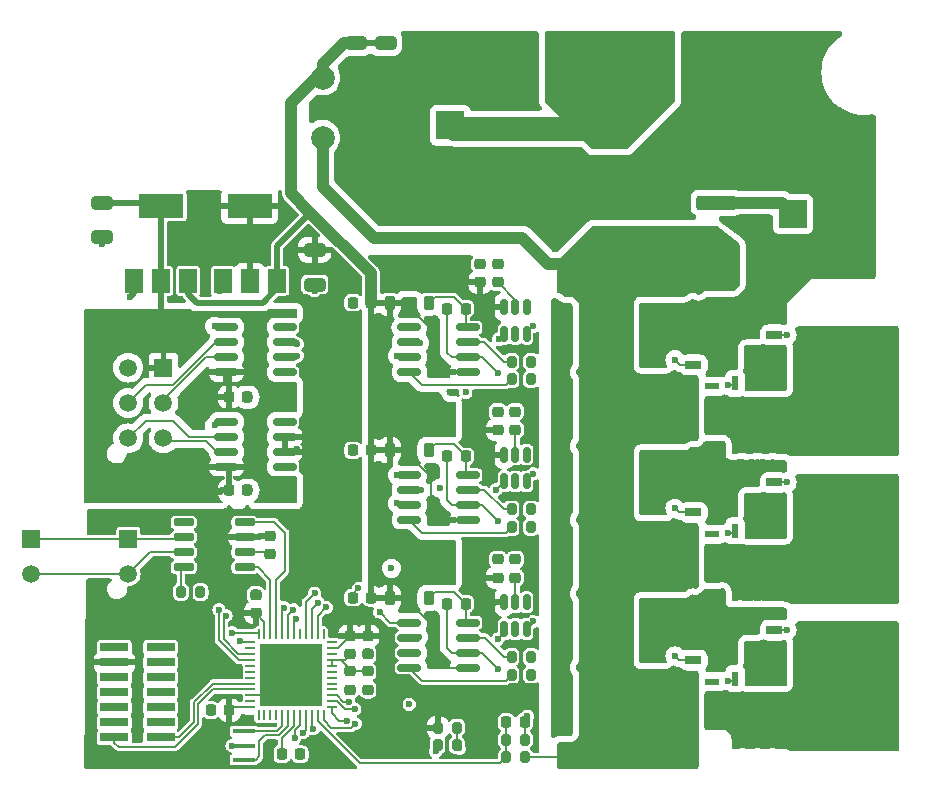
<source format=gbr>
%TF.GenerationSoftware,KiCad,Pcbnew,7.0.5-1.fc38*%
%TF.CreationDate,2023-06-18T19:22:26-04:00*%
%TF.ProjectId,radome_dish_controller,7261646f-6d65-45f6-9469-73685f636f6e,rev?*%
%TF.SameCoordinates,Original*%
%TF.FileFunction,Copper,L1,Top*%
%TF.FilePolarity,Positive*%
%FSLAX46Y46*%
G04 Gerber Fmt 4.6, Leading zero omitted, Abs format (unit mm)*
G04 Created by KiCad (PCBNEW 7.0.5-1.fc38) date 2023-06-18 19:22:26*
%MOMM*%
%LPD*%
G01*
G04 APERTURE LIST*
G04 Aperture macros list*
%AMRoundRect*
0 Rectangle with rounded corners*
0 $1 Rounding radius*
0 $2 $3 $4 $5 $6 $7 $8 $9 X,Y pos of 4 corners*
0 Add a 4 corners polygon primitive as box body*
4,1,4,$2,$3,$4,$5,$6,$7,$8,$9,$2,$3,0*
0 Add four circle primitives for the rounded corners*
1,1,$1+$1,$2,$3*
1,1,$1+$1,$4,$5*
1,1,$1+$1,$6,$7*
1,1,$1+$1,$8,$9*
0 Add four rect primitives between the rounded corners*
20,1,$1+$1,$2,$3,$4,$5,0*
20,1,$1+$1,$4,$5,$6,$7,0*
20,1,$1+$1,$6,$7,$8,$9,0*
20,1,$1+$1,$8,$9,$2,$3,0*%
G04 Aperture macros list end*
%TA.AperFunction,SMDPad,CuDef*%
%ADD10RoundRect,0.200000X0.200000X0.275000X-0.200000X0.275000X-0.200000X-0.275000X0.200000X-0.275000X0*%
%TD*%
%TA.AperFunction,SMDPad,CuDef*%
%ADD11RoundRect,0.225000X0.250000X-0.225000X0.250000X0.225000X-0.250000X0.225000X-0.250000X-0.225000X0*%
%TD*%
%TA.AperFunction,SMDPad,CuDef*%
%ADD12RoundRect,0.062500X0.062500X-0.337500X0.062500X0.337500X-0.062500X0.337500X-0.062500X-0.337500X0*%
%TD*%
%TA.AperFunction,SMDPad,CuDef*%
%ADD13RoundRect,0.062500X0.337500X-0.062500X0.337500X0.062500X-0.337500X0.062500X-0.337500X-0.062500X0*%
%TD*%
%TA.AperFunction,SMDPad,CuDef*%
%ADD14R,5.300000X5.300000*%
%TD*%
%TA.AperFunction,SMDPad,CuDef*%
%ADD15R,0.610000X1.270000*%
%TD*%
%TA.AperFunction,SMDPad,CuDef*%
%ADD16R,3.910000X3.810000*%
%TD*%
%TA.AperFunction,SMDPad,CuDef*%
%ADD17R,0.610000X1.020000*%
%TD*%
%TA.AperFunction,SMDPad,CuDef*%
%ADD18RoundRect,0.150000X-0.825000X-0.150000X0.825000X-0.150000X0.825000X0.150000X-0.825000X0.150000X0*%
%TD*%
%TA.AperFunction,SMDPad,CuDef*%
%ADD19RoundRect,0.200000X-0.200000X-0.275000X0.200000X-0.275000X0.200000X0.275000X-0.200000X0.275000X0*%
%TD*%
%TA.AperFunction,SMDPad,CuDef*%
%ADD20RoundRect,0.225000X0.225000X0.375000X-0.225000X0.375000X-0.225000X-0.375000X0.225000X-0.375000X0*%
%TD*%
%TA.AperFunction,SMDPad,CuDef*%
%ADD21R,5.000000X10.000000*%
%TD*%
%TA.AperFunction,SMDPad,CuDef*%
%ADD22R,3.300000X3.175000*%
%TD*%
%TA.AperFunction,SMDPad,CuDef*%
%ADD23RoundRect,0.243600X1.406400X0.771400X-1.406400X0.771400X-1.406400X-0.771400X1.406400X-0.771400X0*%
%TD*%
%TA.AperFunction,SMDPad,CuDef*%
%ADD24RoundRect,0.190000X0.510000X0.190000X-0.510000X0.190000X-0.510000X-0.190000X0.510000X-0.190000X0*%
%TD*%
%TA.AperFunction,SMDPad,CuDef*%
%ADD25RoundRect,0.250000X0.650000X2.450000X-0.650000X2.450000X-0.650000X-2.450000X0.650000X-2.450000X0*%
%TD*%
%TA.AperFunction,SMDPad,CuDef*%
%ADD26RoundRect,0.150000X0.725000X0.150000X-0.725000X0.150000X-0.725000X-0.150000X0.725000X-0.150000X0*%
%TD*%
%TA.AperFunction,ComponentPad*%
%ADD27R,1.520000X1.520000*%
%TD*%
%TA.AperFunction,ComponentPad*%
%ADD28C,1.520000*%
%TD*%
%TA.AperFunction,SMDPad,CuDef*%
%ADD29R,1.500000X2.000000*%
%TD*%
%TA.AperFunction,SMDPad,CuDef*%
%ADD30R,3.800000X2.000000*%
%TD*%
%TA.AperFunction,SMDPad,CuDef*%
%ADD31RoundRect,0.225000X-0.250000X0.225000X-0.250000X-0.225000X0.250000X-0.225000X0.250000X0.225000X0*%
%TD*%
%TA.AperFunction,SMDPad,CuDef*%
%ADD32RoundRect,0.225000X0.225000X0.250000X-0.225000X0.250000X-0.225000X-0.250000X0.225000X-0.250000X0*%
%TD*%
%TA.AperFunction,SMDPad,CuDef*%
%ADD33RoundRect,0.225000X-0.225000X-0.250000X0.225000X-0.250000X0.225000X0.250000X-0.225000X0.250000X0*%
%TD*%
%TA.AperFunction,SMDPad,CuDef*%
%ADD34R,1.270000X0.610000*%
%TD*%
%TA.AperFunction,SMDPad,CuDef*%
%ADD35R,3.810000X3.910000*%
%TD*%
%TA.AperFunction,SMDPad,CuDef*%
%ADD36R,1.020000X0.610000*%
%TD*%
%TA.AperFunction,SMDPad,CuDef*%
%ADD37RoundRect,0.218750X0.256250X-0.218750X0.256250X0.218750X-0.256250X0.218750X-0.256250X-0.218750X0*%
%TD*%
%TA.AperFunction,SMDPad,CuDef*%
%ADD38RoundRect,0.250000X-0.650000X0.325000X-0.650000X-0.325000X0.650000X-0.325000X0.650000X0.325000X0*%
%TD*%
%TA.AperFunction,SMDPad,CuDef*%
%ADD39RoundRect,0.150000X0.150000X-0.512500X0.150000X0.512500X-0.150000X0.512500X-0.150000X-0.512500X0*%
%TD*%
%TA.AperFunction,SMDPad,CuDef*%
%ADD40R,10.000000X5.000000*%
%TD*%
%TA.AperFunction,ComponentPad*%
%ADD41C,2.000000*%
%TD*%
%TA.AperFunction,SMDPad,CuDef*%
%ADD42RoundRect,0.250000X1.425000X-0.362500X1.425000X0.362500X-1.425000X0.362500X-1.425000X-0.362500X0*%
%TD*%
%TA.AperFunction,ComponentPad*%
%ADD43R,2.400000X2.400000*%
%TD*%
%TA.AperFunction,ComponentPad*%
%ADD44C,2.400000*%
%TD*%
%TA.AperFunction,SMDPad,CuDef*%
%ADD45R,1.900000X0.400000*%
%TD*%
%TA.AperFunction,SMDPad,CuDef*%
%ADD46RoundRect,0.150000X0.825000X0.150000X-0.825000X0.150000X-0.825000X-0.150000X0.825000X-0.150000X0*%
%TD*%
%TA.AperFunction,SMDPad,CuDef*%
%ADD47R,2.400000X0.740000*%
%TD*%
%TA.AperFunction,ViaPad*%
%ADD48C,0.600000*%
%TD*%
%TA.AperFunction,Conductor*%
%ADD49C,0.200000*%
%TD*%
%TA.AperFunction,Conductor*%
%ADD50C,0.500000*%
%TD*%
%TA.AperFunction,Conductor*%
%ADD51C,1.000000*%
%TD*%
%TA.AperFunction,Conductor*%
%ADD52C,2.000000*%
%TD*%
G04 APERTURE END LIST*
D10*
%TO.P,R312,1*%
%TO.N,VBUS*%
X142325000Y-83000000D03*
%TO.P,R312,2*%
%TO.N,/Microcontroller/SENSE.VBUS*%
X140675000Y-83000000D03*
%TD*%
D11*
%TO.P,C308,1*%
%TO.N,VDD*%
X140000000Y-55275000D03*
%TO.P,C308,2*%
%TO.N,GND*%
X140000000Y-53725000D03*
%TD*%
D12*
%TO.P,U201,1,VBAT*%
%TO.N,unconnected-(U201B-VBAT-Pad1)*%
X119750000Y-79450000D03*
%TO.P,U201,2,PC13*%
%TO.N,unconnected-(U201A-PC13-Pad2)*%
X120250000Y-79450000D03*
%TO.P,U201,3,PC14-OSC32_IN*%
%TO.N,unconnected-(U201A-PC14-OSC32_IN-Pad3)*%
X120750000Y-79450000D03*
%TO.P,U201,4,PC15-OSC32_OUT*%
%TO.N,unconnected-(U201A-PC15-OSC32_OUT-Pad4)*%
X121250000Y-79450000D03*
%TO.P,U201,5,PF0-OSC_IN*%
%TO.N,Net-(U201A-PF0-OSC_IN)*%
X121750000Y-79450000D03*
%TO.P,U201,6,PF1-OSC_OUT*%
%TO.N,Net-(U201A-PF1-OSC_OUT)*%
X122250000Y-79450000D03*
%TO.P,U201,7,PG10-NRST*%
%TO.N,/Microcontroller/NRST*%
X122750000Y-79450000D03*
%TO.P,U201,8,PA0*%
%TO.N,/Microcontroller/SENSE.C*%
X123250000Y-79450000D03*
%TO.P,U201,9,PA1*%
%TO.N,/Microcontroller/SENSE.B*%
X123750000Y-79450000D03*
%TO.P,U201,10,PA2*%
%TO.N,/Microcontroller/SENSE.A*%
X124250000Y-79450000D03*
%TO.P,U201,11,PA3*%
%TO.N,/Microcontroller/SENSE.VBUS*%
X124750000Y-79450000D03*
%TO.P,U201,12,PA4*%
%TO.N,/Microcontroller/SPI.~{CS}*%
X125250000Y-79450000D03*
D13*
%TO.P,U201,13,PA5*%
%TO.N,/Microcontroller/SPI.SCK*%
X125950000Y-78750000D03*
%TO.P,U201,14,PA6*%
%TO.N,/Microcontroller/SPI.MISO*%
X125950000Y-78250000D03*
%TO.P,U201,15,PA7*%
%TO.N,/Microcontroller/SPI.MOSI*%
X125950000Y-77750000D03*
%TO.P,U201,16,PC4*%
%TO.N,unconnected-(U201A-PC4-Pad16)*%
X125950000Y-77250000D03*
%TO.P,U201,17,PB0*%
%TO.N,unconnected-(U201A-PB0-Pad17)*%
X125950000Y-76750000D03*
%TO.P,U201,18,PB1*%
%TO.N,unconnected-(U201A-PB1-Pad18)*%
X125950000Y-76250000D03*
%TO.P,U201,19,PB2*%
%TO.N,unconnected-(U201A-PB2-Pad19)*%
X125950000Y-75750000D03*
%TO.P,U201,20,VREF+*%
%TO.N,VDDA*%
X125950000Y-75250000D03*
%TO.P,U201,21,VDDA*%
X125950000Y-74750000D03*
%TO.P,U201,22,PB10*%
%TO.N,unconnected-(U201A-PB10-Pad22)*%
X125950000Y-74250000D03*
%TO.P,U201,23,VDD*%
%TO.N,VDD*%
X125950000Y-73750000D03*
%TO.P,U201,24,PB11*%
%TO.N,unconnected-(U201A-PB11-Pad24)*%
X125950000Y-73250000D03*
D12*
%TO.P,U201,25,PB12*%
%TO.N,unconnected-(U201A-PB12-Pad25)*%
X125250000Y-72550000D03*
%TO.P,U201,26,PB13*%
%TO.N,/Microcontroller/DRIVE.C+*%
X124750000Y-72550000D03*
%TO.P,U201,27,PB14*%
%TO.N,/Microcontroller/DRIVE.B+*%
X124250000Y-72550000D03*
%TO.P,U201,28,PB15*%
%TO.N,/Microcontroller/DRIVE.A+*%
X123750000Y-72550000D03*
%TO.P,U201,29,PC6*%
%TO.N,unconnected-(U201A-PC6-Pad29)*%
X123250000Y-72550000D03*
%TO.P,U201,30,PA8*%
%TO.N,/Microcontroller/DRIVE.C-*%
X122750000Y-72550000D03*
%TO.P,U201,31,PA9*%
%TO.N,/Microcontroller/DRIVE.B-*%
X122250000Y-72550000D03*
%TO.P,U201,32,PA10*%
%TO.N,/Microcontroller/DRIVE.A-*%
X121750000Y-72550000D03*
%TO.P,U201,33,PA11*%
%TO.N,/Microcontroller/CAN.RXD*%
X121250000Y-72550000D03*
%TO.P,U201,34,PA12*%
%TO.N,/Microcontroller/CAN.TXD*%
X120750000Y-72550000D03*
%TO.P,U201,35,VDD*%
%TO.N,VDD*%
X120250000Y-72550000D03*
%TO.P,U201,36,PA13*%
%TO.N,/Microcontroller/SWDIO*%
X119750000Y-72550000D03*
D13*
%TO.P,U201,37,PA14*%
%TO.N,/Microcontroller/SWCLK*%
X119050000Y-73250000D03*
%TO.P,U201,38,PA15*%
%TO.N,/Microcontroller/ISOSPI.~{CS}*%
X119050000Y-73750000D03*
%TO.P,U201,39,PC10*%
%TO.N,/Microcontroller/ISOSPI.SCK*%
X119050000Y-74250000D03*
%TO.P,U201,40,PC11*%
%TO.N,/Microcontroller/ISOSPI.MISO*%
X119050000Y-74750000D03*
%TO.P,U201,41,PB3*%
%TO.N,unconnected-(U201A-PB3-Pad41)*%
X119050000Y-75250000D03*
%TO.P,U201,42,PB4*%
%TO.N,unconnected-(U201A-PB4-Pad42)*%
X119050000Y-75750000D03*
%TO.P,U201,43,PB5*%
%TO.N,unconnected-(U201A-PB5-Pad43)*%
X119050000Y-76250000D03*
%TO.P,U201,44,PB6*%
%TO.N,/Microcontroller/UART_TX*%
X119050000Y-76750000D03*
%TO.P,U201,45,PB7*%
%TO.N,/Microcontroller/UART_RX*%
X119050000Y-77250000D03*
%TO.P,U201,46,PB8-BOOT0*%
%TO.N,GND*%
X119050000Y-77750000D03*
%TO.P,U201,47,PB9*%
%TO.N,unconnected-(U201A-PB9-Pad47)*%
X119050000Y-78250000D03*
%TO.P,U201,48,VDD*%
%TO.N,VDD*%
X119050000Y-78750000D03*
D14*
%TO.P,U201,49,EPAD*%
%TO.N,GND*%
X122500000Y-76000000D03*
%TD*%
D15*
%TO.P,Q302,1,S*%
%TO.N,/Motor Drive/PHASE_GND.A*%
X163905000Y-51330000D03*
%TO.P,Q302,2,S*%
X162635000Y-51330000D03*
%TO.P,Q302,3,S*%
X161365000Y-51330000D03*
%TO.P,Q302,4,G*%
%TO.N,Net-(Q302-G)*%
X160095000Y-51330000D03*
D16*
%TO.P,Q302,5,D*%
%TO.N,/Motor Drive/INV_OUT.A*%
X162000000Y-54690000D03*
D17*
X163905000Y-56795000D03*
X162635000Y-56795000D03*
X161365000Y-56795000D03*
X160095000Y-56795000D03*
%TD*%
D18*
%TO.P,U302,1,HIN*%
%TO.N,/Microcontroller/DRIVE.B+*%
X132525000Y-59095000D03*
%TO.P,U302,2,LIN*%
%TO.N,/Microcontroller/DRIVE.B-*%
X132525000Y-60365000D03*
%TO.P,U302,3,COM*%
%TO.N,GND*%
X132525000Y-61635000D03*
%TO.P,U302,4,LO*%
%TO.N,Net-(U302-LO)*%
X132525000Y-62905000D03*
%TO.P,U302,5,VCC*%
%TO.N,+12V*%
X137475000Y-62905000D03*
%TO.P,U302,6,VS*%
%TO.N,/Motor Drive/INV_OUT.B*%
X137475000Y-61635000D03*
%TO.P,U302,7,HO*%
%TO.N,Net-(U302-HO)*%
X137475000Y-60365000D03*
%TO.P,U302,8,VB*%
%TO.N,Net-(D302-K)*%
X137475000Y-59095000D03*
%TD*%
D19*
%TO.P,R306,1*%
%TO.N,Net-(U303-LO)*%
X141175000Y-76000000D03*
%TO.P,R306,2*%
%TO.N,Net-(Q306-G)*%
X142825000Y-76000000D03*
%TD*%
D20*
%TO.P,D302,1,K*%
%TO.N,Net-(D302-K)*%
X134150000Y-57000000D03*
%TO.P,D302,2,A*%
%TO.N,+12V*%
X130850000Y-57000000D03*
%TD*%
D21*
%TO.P,J101,1,Pin_1*%
%TO.N,/Motor Drive/INV_OUT.A*%
X171000000Y-52000000D03*
%TD*%
D19*
%TO.P,R304,1*%
%TO.N,Net-(U302-LO)*%
X141175000Y-63500000D03*
%TO.P,R304,2*%
%TO.N,Net-(Q304-G)*%
X142825000Y-63500000D03*
%TD*%
D22*
%TO.P,L101,1,1*%
%TO.N,+48V*%
X149500000Y-29785000D03*
%TO.P,L101,2,2*%
%TO.N,VBUS*%
X149500000Y-41215000D03*
%TD*%
D23*
%TO.P,R309,1,1*%
%TO.N,/Motor Drive/PHASE_GND.C*%
X162480000Y-74135000D03*
D24*
%TO.P,R309,2,2*%
%TO.N,/Motor Drive/IC+*%
X163430000Y-72230000D03*
%TO.P,R309,3,3*%
%TO.N,/Motor Drive/IC-*%
X156570000Y-74770000D03*
D23*
%TO.P,R309,4,4*%
%TO.N,GNDPWR*%
X157520000Y-72865000D03*
%TD*%
D25*
%TO.P,C103,1*%
%TO.N,VBUS*%
X150550000Y-53500000D03*
%TO.P,C103,2*%
%TO.N,GNDPWR*%
X145450000Y-53500000D03*
%TD*%
D26*
%TO.P,U202,1,TXD*%
%TO.N,/Microcontroller/CAN.TXD*%
X118575000Y-66905000D03*
%TO.P,U202,2,GND*%
%TO.N,GND*%
X118575000Y-65635000D03*
%TO.P,U202,3,VDD*%
%TO.N,VDD*%
X118575000Y-64365000D03*
%TO.P,U202,4,RXD*%
%TO.N,/Microcontroller/CAN.RXD*%
X118575000Y-63095000D03*
%TO.P,U202,5,SHDN*%
%TO.N,unconnected-(U202-SHDN-Pad5)*%
X113425000Y-63095000D03*
%TO.P,U202,6,CANL*%
%TO.N,/Microcontroller/CAN.DATA-*%
X113425000Y-64365000D03*
%TO.P,U202,7,CANH*%
%TO.N,/Microcontroller/CAN.DATA+*%
X113425000Y-65635000D03*
%TO.P,U202,8,RS*%
%TO.N,Net-(U202-RS)*%
X113425000Y-66905000D03*
%TD*%
D27*
%TO.P,J106,1,Pin_1*%
%TO.N,+5V*%
X111700000Y-50000000D03*
D28*
%TO.P,J106,2,Pin_2*%
%TO.N,/ENC.MISO-*%
X111700000Y-53000000D03*
%TO.P,J106,3,Pin_3*%
%TO.N,/ENC.SCK-*%
X111700000Y-56000000D03*
%TO.P,J106,4,Pin_4*%
%TO.N,GND*%
X108700000Y-50000000D03*
%TO.P,J106,5,Pin_5*%
%TO.N,/ENC.MISO+*%
X108700000Y-53000000D03*
%TO.P,J106,6,Pin_6*%
%TO.N,/ENC.SCK+*%
X108700000Y-56000000D03*
%TD*%
D29*
%TO.P,U105,1,GND*%
%TO.N,GND*%
X109200000Y-42650000D03*
%TO.P,U105,2,VO*%
%TO.N,+5V*%
X111500000Y-42650000D03*
D30*
X111500000Y-36350000D03*
D29*
%TO.P,U105,3,VI*%
%TO.N,+12V*%
X113800000Y-42650000D03*
%TD*%
D31*
%TO.P,C203,1*%
%TO.N,VDDA*%
X129000000Y-75725000D03*
%TO.P,C203,2*%
%TO.N,GND*%
X129000000Y-77275000D03*
%TD*%
D21*
%TO.P,J103,1,Pin_1*%
%TO.N,/Motor Drive/INV_OUT.C*%
X171000000Y-77000000D03*
%TD*%
D19*
%TO.P,R305,1*%
%TO.N,Net-(U303-HO)*%
X141175000Y-74500000D03*
%TO.P,R305,2*%
%TO.N,Net-(Q305-G)*%
X142825000Y-74500000D03*
%TD*%
D20*
%TO.P,D303,1,K*%
%TO.N,Net-(D303-K)*%
X134150000Y-69500000D03*
%TO.P,D303,2,A*%
%TO.N,+12V*%
X130850000Y-69500000D03*
%TD*%
D31*
%TO.P,C204,1*%
%TO.N,VDD*%
X129000000Y-72725000D03*
%TO.P,C204,2*%
%TO.N,GND*%
X129000000Y-74275000D03*
%TD*%
D32*
%TO.P,C310,1*%
%TO.N,+12V*%
X129275000Y-57000000D03*
%TO.P,C310,2*%
%TO.N,GND*%
X127725000Y-57000000D03*
%TD*%
D33*
%TO.P,C304,1*%
%TO.N,/Microcontroller/SENSE.VBUS*%
X140725000Y-80000000D03*
%TO.P,C304,2*%
%TO.N,GND*%
X142275000Y-80000000D03*
%TD*%
D10*
%TO.P,R311,1*%
%TO.N,/Motor Drive/VREF*%
X136562258Y-81977500D03*
%TO.P,R311,2*%
%TO.N,GND*%
X134912258Y-81977500D03*
%TD*%
D11*
%TO.P,C313,1*%
%TO.N,/Motor Drive/VREF*%
X141500000Y-67775000D03*
%TO.P,C313,2*%
%TO.N,GND*%
X141500000Y-66225000D03*
%TD*%
D34*
%TO.P,Q305,1,S*%
%TO.N,/Motor Drive/INV_OUT.C*%
X158170000Y-80405000D03*
%TO.P,Q305,2,S*%
X158170000Y-79135000D03*
%TO.P,Q305,3,S*%
X158170000Y-77865000D03*
%TO.P,Q305,4,G*%
%TO.N,Net-(Q305-G)*%
X158170000Y-76595000D03*
D35*
%TO.P,Q305,5,D*%
%TO.N,VBUS*%
X154810000Y-78500000D03*
D36*
X152705000Y-80405000D03*
X152705000Y-79135000D03*
X152705000Y-77865000D03*
X152705000Y-76595000D03*
%TD*%
D25*
%TO.P,C106,1*%
%TO.N,VBUS*%
X150550000Y-66000000D03*
%TO.P,C106,2*%
%TO.N,GNDPWR*%
X145450000Y-66000000D03*
%TD*%
D27*
%TO.P,J107,1,Pin_1*%
%TO.N,/Microcontroller/CAN.DATA-*%
X108735000Y-64500000D03*
D28*
%TO.P,J107,2,Pin_2*%
%TO.N,/Microcontroller/CAN.DATA+*%
X108735000Y-67500000D03*
%TD*%
D37*
%TO.P,FB201,1*%
%TO.N,VDDA*%
X127500000Y-74287500D03*
%TO.P,FB201,2*%
%TO.N,VDD*%
X127500000Y-72712500D03*
%TD*%
D32*
%TO.P,C202,1*%
%TO.N,VDD*%
X117275000Y-79000000D03*
%TO.P,C202,2*%
%TO.N,GND*%
X115725000Y-79000000D03*
%TD*%
D38*
%TO.P,C107,1*%
%TO.N,+12V*%
X130500000Y-22525000D03*
%TO.P,C107,2*%
%TO.N,GNDPWR*%
X130500000Y-25475000D03*
%TD*%
D20*
%TO.P,D301,1,K*%
%TO.N,Net-(D301-K)*%
X134150000Y-44500000D03*
%TO.P,D301,2,A*%
%TO.N,+12V*%
X130850000Y-44500000D03*
%TD*%
D34*
%TO.P,Q301,1,S*%
%TO.N,/Motor Drive/INV_OUT.A*%
X158170000Y-55405000D03*
%TO.P,Q301,2,S*%
X158170000Y-54135000D03*
%TO.P,Q301,3,S*%
X158170000Y-52865000D03*
%TO.P,Q301,4,G*%
%TO.N,Net-(Q301-G)*%
X158170000Y-51595000D03*
D35*
%TO.P,Q301,5,D*%
%TO.N,VBUS*%
X154810000Y-53500000D03*
D36*
X152705000Y-55405000D03*
X152705000Y-54135000D03*
X152705000Y-52865000D03*
X152705000Y-51595000D03*
%TD*%
D39*
%TO.P,U305,1*%
%TO.N,/Microcontroller/SENSE.B*%
X140550000Y-59637500D03*
%TO.P,U305,2,GND*%
%TO.N,GND*%
X141500000Y-59637500D03*
%TO.P,U305,3,+*%
%TO.N,/Motor Drive/IB+*%
X142450000Y-59637500D03*
%TO.P,U305,4,-*%
%TO.N,/Motor Drive/IB-*%
X142450000Y-57362500D03*
%TO.P,U305,5,REF*%
%TO.N,/Motor Drive/VREF*%
X141500000Y-57362500D03*
%TO.P,U305,6,V+*%
%TO.N,VDD*%
X140550000Y-57362500D03*
%TD*%
D25*
%TO.P,C109,1*%
%TO.N,VBUS*%
X150550000Y-78500000D03*
%TO.P,C109,2*%
%TO.N,GNDPWR*%
X145450000Y-78500000D03*
%TD*%
D11*
%TO.P,C309,1*%
%TO.N,/Motor Drive/VREF*%
X141500000Y-55275000D03*
%TO.P,C309,2*%
%TO.N,GND*%
X141500000Y-53725000D03*
%TD*%
D38*
%TO.P,C110,1*%
%TO.N,+12V*%
X128000000Y-22525000D03*
%TO.P,C110,2*%
%TO.N,GNDPWR*%
X128000000Y-25475000D03*
%TD*%
D40*
%TO.P,J105,1,Pin_1*%
%TO.N,GNDPWR*%
X161500000Y-24500000D03*
%TD*%
D18*
%TO.P,U303,1,HIN*%
%TO.N,/Microcontroller/DRIVE.C+*%
X132525000Y-71595000D03*
%TO.P,U303,2,LIN*%
%TO.N,/Microcontroller/DRIVE.C-*%
X132525000Y-72865000D03*
%TO.P,U303,3,COM*%
%TO.N,GND*%
X132525000Y-74135000D03*
%TO.P,U303,4,LO*%
%TO.N,Net-(U303-LO)*%
X132525000Y-75405000D03*
%TO.P,U303,5,VCC*%
%TO.N,+12V*%
X137475000Y-75405000D03*
%TO.P,U303,6,VS*%
%TO.N,/Motor Drive/INV_OUT.C*%
X137475000Y-74135000D03*
%TO.P,U303,7,HO*%
%TO.N,Net-(U303-HO)*%
X137475000Y-72865000D03*
%TO.P,U303,8,VB*%
%TO.N,Net-(D303-K)*%
X137475000Y-71595000D03*
%TD*%
D19*
%TO.P,R310,1*%
%TO.N,VDD*%
X134912258Y-80477500D03*
%TO.P,R310,2*%
%TO.N,/Motor Drive/VREF*%
X136562258Y-80477500D03*
%TD*%
D41*
%TO.P,U106,1,VI*%
%TO.N,VBUS*%
X125172500Y-30540000D03*
%TO.P,U106,2,GND*%
%TO.N,GNDPWR*%
X125172500Y-28000000D03*
%TO.P,U106,3,VO*%
%TO.N,+12V*%
X125172500Y-25460000D03*
%TD*%
D19*
%TO.P,R313,1*%
%TO.N,/Microcontroller/SENSE.VBUS*%
X140675000Y-81500000D03*
%TO.P,R313,2*%
%TO.N,GND*%
X142325000Y-81500000D03*
%TD*%
D34*
%TO.P,Q303,1,S*%
%TO.N,/Motor Drive/INV_OUT.B*%
X158170000Y-67905000D03*
%TO.P,Q303,2,S*%
X158170000Y-66635000D03*
%TO.P,Q303,3,S*%
X158170000Y-65365000D03*
%TO.P,Q303,4,G*%
%TO.N,Net-(Q303-G)*%
X158170000Y-64095000D03*
D35*
%TO.P,Q303,5,D*%
%TO.N,VBUS*%
X154810000Y-66000000D03*
D36*
X152705000Y-67905000D03*
X152705000Y-66635000D03*
X152705000Y-65365000D03*
X152705000Y-64095000D03*
%TD*%
D19*
%TO.P,R303,1*%
%TO.N,Net-(U302-HO)*%
X141175000Y-62000000D03*
%TO.P,R303,2*%
%TO.N,Net-(Q303-G)*%
X142825000Y-62000000D03*
%TD*%
D32*
%TO.P,C307,1*%
%TO.N,+12V*%
X129275000Y-44500000D03*
%TO.P,C307,2*%
%TO.N,GND*%
X127725000Y-44500000D03*
%TD*%
%TO.P,C303,1*%
%TO.N,Net-(D303-K)*%
X137275000Y-70000000D03*
%TO.P,C303,2*%
%TO.N,/Motor Drive/INV_OUT.C*%
X135725000Y-70000000D03*
%TD*%
D23*
%TO.P,R307,1,1*%
%TO.N,/Motor Drive/PHASE_GND.A*%
X162480000Y-49135000D03*
D24*
%TO.P,R307,2,2*%
%TO.N,/Motor Drive/IA+*%
X163430000Y-47230000D03*
%TO.P,R307,3,3*%
%TO.N,/Motor Drive/IA-*%
X156570000Y-49770000D03*
D23*
%TO.P,R307,4,4*%
%TO.N,GNDPWR*%
X157520000Y-47865000D03*
%TD*%
D33*
%TO.P,C113,1*%
%TO.N,+5V*%
X117250000Y-60405000D03*
%TO.P,C113,2*%
%TO.N,GND*%
X118800000Y-60405000D03*
%TD*%
D15*
%TO.P,Q306,1,S*%
%TO.N,/Motor Drive/PHASE_GND.C*%
X163905000Y-76330000D03*
%TO.P,Q306,2,S*%
X162635000Y-76330000D03*
%TO.P,Q306,3,S*%
X161365000Y-76330000D03*
%TO.P,Q306,4,G*%
%TO.N,Net-(Q306-G)*%
X160095000Y-76330000D03*
D16*
%TO.P,Q306,5,D*%
%TO.N,/Motor Drive/INV_OUT.C*%
X162000000Y-79690000D03*
D17*
X163905000Y-81795000D03*
X162635000Y-81795000D03*
X161365000Y-81795000D03*
X160095000Y-81795000D03*
%TD*%
D42*
%TO.P,R101,1*%
%TO.N,VBUS*%
X158500000Y-41962500D03*
%TO.P,R101,2*%
%TO.N,Net-(C101-Pad1)*%
X158500000Y-36037500D03*
%TD*%
D18*
%TO.P,U301,1,HIN*%
%TO.N,/Microcontroller/DRIVE.A+*%
X132525000Y-46595000D03*
%TO.P,U301,2,LIN*%
%TO.N,/Microcontroller/DRIVE.A-*%
X132525000Y-47865000D03*
%TO.P,U301,3,COM*%
%TO.N,GND*%
X132525000Y-49135000D03*
%TO.P,U301,4,LO*%
%TO.N,Net-(U301-LO)*%
X132525000Y-50405000D03*
%TO.P,U301,5,VCC*%
%TO.N,+12V*%
X137475000Y-50405000D03*
%TO.P,U301,6,VS*%
%TO.N,/Motor Drive/INV_OUT.A*%
X137475000Y-49135000D03*
%TO.P,U301,7,HO*%
%TO.N,Net-(U301-HO)*%
X137475000Y-47865000D03*
%TO.P,U301,8,VB*%
%TO.N,Net-(D301-K)*%
X137475000Y-46595000D03*
%TD*%
D43*
%TO.P,C101,1*%
%TO.N,Net-(C101-Pad1)*%
X165000000Y-37000000D03*
D44*
%TO.P,C101,2*%
%TO.N,GNDPWR*%
X170000000Y-37000000D03*
%TD*%
D40*
%TO.P,J104,1,Pin_1*%
%TO.N,+48V*%
X149500000Y-24500000D03*
%TD*%
D31*
%TO.P,C206,1*%
%TO.N,VDD*%
X120700000Y-64225000D03*
%TO.P,C206,2*%
%TO.N,GND*%
X120700000Y-65775000D03*
%TD*%
D11*
%TO.P,C305,1*%
%TO.N,VDD*%
X138500000Y-42775000D03*
%TO.P,C305,2*%
%TO.N,GND*%
X138500000Y-41225000D03*
%TD*%
D21*
%TO.P,J102,1,Pin_1*%
%TO.N,/Motor Drive/INV_OUT.B*%
X171000000Y-64500000D03*
%TD*%
D19*
%TO.P,R204,1*%
%TO.N,Net-(U202-RS)*%
X113175000Y-69000000D03*
%TO.P,R204,2*%
%TO.N,GND*%
X114825000Y-69000000D03*
%TD*%
D38*
%TO.P,C112,1*%
%TO.N,+5V*%
X106500000Y-36025000D03*
%TO.P,C112,2*%
%TO.N,GND*%
X106500000Y-38975000D03*
%TD*%
D32*
%TO.P,C311,1*%
%TO.N,+12V*%
X129275000Y-69500000D03*
%TO.P,C311,2*%
%TO.N,GND*%
X127725000Y-69500000D03*
%TD*%
D45*
%TO.P,Y201,1,1*%
%TO.N,Net-(U201A-PF1-OSC_OUT)*%
X118500000Y-83200000D03*
%TO.P,Y201,2,2*%
%TO.N,GND*%
X118500000Y-82000000D03*
%TO.P,Y201,3,3*%
%TO.N,Net-(U201A-PF0-OSC_IN)*%
X118500000Y-80800000D03*
%TD*%
D38*
%TO.P,C111,1*%
%TO.N,VDD*%
X124500000Y-40025000D03*
%TO.P,C111,2*%
%TO.N,GND*%
X124500000Y-42975000D03*
%TD*%
D46*
%TO.P,U103,1,R*%
%TO.N,/Microcontroller/ISOSPI.MISO*%
X121975000Y-50405000D03*
%TO.P,U103,2,~{RE}*%
%TO.N,GND*%
X121975000Y-49135000D03*
%TO.P,U103,3,DE*%
X121975000Y-47865000D03*
%TO.P,U103,4,D*%
%TO.N,unconnected-(U103-D-Pad4)*%
X121975000Y-46595000D03*
%TO.P,U103,5,GND*%
%TO.N,GND*%
X117025000Y-46595000D03*
%TO.P,U103,6,A*%
%TO.N,/ENC.MISO+*%
X117025000Y-47865000D03*
%TO.P,U103,7,B*%
%TO.N,/ENC.MISO-*%
X117025000Y-49135000D03*
%TO.P,U103,8,VCC*%
%TO.N,+5V*%
X117025000Y-50405000D03*
%TD*%
D15*
%TO.P,Q304,1,S*%
%TO.N,/Motor Drive/PHASE_GND.B*%
X163905000Y-63830000D03*
%TO.P,Q304,2,S*%
X162635000Y-63830000D03*
%TO.P,Q304,3,S*%
X161365000Y-63830000D03*
%TO.P,Q304,4,G*%
%TO.N,Net-(Q304-G)*%
X160095000Y-63830000D03*
D16*
%TO.P,Q304,5,D*%
%TO.N,/Motor Drive/INV_OUT.B*%
X162000000Y-67190000D03*
D17*
X163905000Y-69295000D03*
X162635000Y-69295000D03*
X161365000Y-69295000D03*
X160095000Y-69295000D03*
%TD*%
D33*
%TO.P,C114,1*%
%TO.N,+5V*%
X117250000Y-52500000D03*
%TO.P,C114,2*%
%TO.N,GND*%
X118800000Y-52500000D03*
%TD*%
D11*
%TO.P,C312,1*%
%TO.N,VDD*%
X140000000Y-67775000D03*
%TO.P,C312,2*%
%TO.N,GND*%
X140000000Y-66225000D03*
%TD*%
D25*
%TO.P,C108,1*%
%TO.N,VBUS*%
X150550000Y-72250000D03*
%TO.P,C108,2*%
%TO.N,GNDPWR*%
X145450000Y-72250000D03*
%TD*%
D46*
%TO.P,U102,1,R*%
%TO.N,unconnected-(U102-R-Pad1)*%
X121975000Y-58405000D03*
%TO.P,U102,2,~{RE}*%
%TO.N,VDD*%
X121975000Y-57135000D03*
%TO.P,U102,3,DE*%
X121975000Y-55865000D03*
%TO.P,U102,4,D*%
%TO.N,/Microcontroller/ISOSPI.SCK*%
X121975000Y-54595000D03*
%TO.P,U102,5,GND*%
%TO.N,GND*%
X117025000Y-54595000D03*
%TO.P,U102,6,A*%
%TO.N,/ENC.SCK+*%
X117025000Y-55865000D03*
%TO.P,U102,7,B*%
%TO.N,/ENC.SCK-*%
X117025000Y-57135000D03*
%TO.P,U102,8,VCC*%
%TO.N,+5V*%
X117025000Y-58405000D03*
%TD*%
D33*
%TO.P,C205,1*%
%TO.N,/Microcontroller/NRST*%
X121725000Y-82725000D03*
%TO.P,C205,2*%
%TO.N,GND*%
X123275000Y-82725000D03*
%TD*%
D29*
%TO.P,U104,1,GND*%
%TO.N,GND*%
X116700000Y-42650000D03*
%TO.P,U104,2,VO*%
%TO.N,VDD*%
X119000000Y-42650000D03*
D30*
X119000000Y-36350000D03*
D29*
%TO.P,U104,3,VI*%
%TO.N,+12V*%
X121300000Y-42650000D03*
%TD*%
D27*
%TO.P,J108,1,Pin_1*%
%TO.N,/Microcontroller/CAN.DATA-*%
X100500000Y-64500000D03*
D28*
%TO.P,J108,2,Pin_2*%
%TO.N,/Microcontroller/CAN.DATA+*%
X100500000Y-67500000D03*
%TD*%
D31*
%TO.P,ANACAP201,1*%
%TO.N,VDDA*%
X127500000Y-75725000D03*
%TO.P,ANACAP201,2*%
%TO.N,GND*%
X127500000Y-77275000D03*
%TD*%
D19*
%TO.P,R302,1*%
%TO.N,Net-(U301-LO)*%
X141175000Y-51000000D03*
%TO.P,R302,2*%
%TO.N,Net-(Q302-G)*%
X142825000Y-51000000D03*
%TD*%
D32*
%TO.P,C302,1*%
%TO.N,Net-(D302-K)*%
X137275000Y-57500000D03*
%TO.P,C302,2*%
%TO.N,/Motor Drive/INV_OUT.B*%
X135725000Y-57500000D03*
%TD*%
D47*
%TO.P,J201,1,Pin_1*%
%TO.N,unconnected-(J201-Pin_1-Pad1)*%
X107550000Y-73690000D03*
%TO.P,J201,2,Pin_2*%
%TO.N,unconnected-(J201-Pin_2-Pad2)*%
X111450000Y-73690000D03*
%TO.P,J201,3,Pin_3*%
%TO.N,VDD*%
X107550000Y-74960000D03*
%TO.P,J201,4,Pin_4*%
%TO.N,/Microcontroller/SWDIO*%
X111450000Y-74960000D03*
%TO.P,J201,5,Pin_5*%
%TO.N,GND*%
X107550000Y-76230000D03*
%TO.P,J201,6,Pin_6*%
%TO.N,/Microcontroller/SWCLK*%
X111450000Y-76230000D03*
%TO.P,J201,7,Pin_7*%
%TO.N,GND*%
X107550000Y-77500000D03*
%TO.P,J201,8,Pin_8*%
%TO.N,unconnected-(J201-Pin_8-Pad8)*%
X111450000Y-77500000D03*
%TO.P,J201,9,Pin_9*%
%TO.N,unconnected-(J201-Pin_9-Pad9)*%
X107550000Y-78770000D03*
%TO.P,J201,10,Pin_10*%
%TO.N,unconnected-(J201-Pin_10-Pad10)*%
X111450000Y-78770000D03*
%TO.P,J201,11,Pin_11*%
%TO.N,unconnected-(J201-Pin_11-Pad11)*%
X107550000Y-80040000D03*
%TO.P,J201,12,Pin_12*%
%TO.N,/Microcontroller/NRST*%
X111450000Y-80040000D03*
%TO.P,J201,13,Pin_13*%
%TO.N,/Microcontroller/UART_RX*%
X107550000Y-81310000D03*
%TO.P,J201,14,Pin_14*%
%TO.N,/Microcontroller/UART_TX*%
X111450000Y-81310000D03*
%TD*%
D43*
%TO.P,C104,1*%
%TO.N,+48V*%
X136000000Y-29500000D03*
D44*
%TO.P,C104,2*%
%TO.N,GNDPWR*%
X136000000Y-34500000D03*
%TD*%
D39*
%TO.P,U304,1*%
%TO.N,/Microcontroller/SENSE.A*%
X140550000Y-47137500D03*
%TO.P,U304,2,GND*%
%TO.N,GND*%
X141500000Y-47137500D03*
%TO.P,U304,3,+*%
%TO.N,/Motor Drive/IA+*%
X142450000Y-47137500D03*
%TO.P,U304,4,-*%
%TO.N,/Motor Drive/IA-*%
X142450000Y-44862500D03*
%TO.P,U304,5,REF*%
%TO.N,/Motor Drive/VREF*%
X141500000Y-44862500D03*
%TO.P,U304,6,V+*%
%TO.N,VDD*%
X140550000Y-44862500D03*
%TD*%
D32*
%TO.P,C301,1*%
%TO.N,Net-(D301-K)*%
X137275000Y-45000000D03*
%TO.P,C301,2*%
%TO.N,/Motor Drive/INV_OUT.A*%
X135725000Y-45000000D03*
%TD*%
D39*
%TO.P,U306,1*%
%TO.N,/Microcontroller/SENSE.C*%
X140550000Y-72137500D03*
%TO.P,U306,2,GND*%
%TO.N,GND*%
X141500000Y-72137500D03*
%TO.P,U306,3,+*%
%TO.N,/Motor Drive/IC+*%
X142450000Y-72137500D03*
%TO.P,U306,4,-*%
%TO.N,/Motor Drive/IC-*%
X142450000Y-69862500D03*
%TO.P,U306,5,REF*%
%TO.N,/Motor Drive/VREF*%
X141500000Y-69862500D03*
%TO.P,U306,6,V+*%
%TO.N,VDD*%
X140550000Y-69862500D03*
%TD*%
D19*
%TO.P,R301,1*%
%TO.N,Net-(U301-HO)*%
X141175000Y-49500000D03*
%TO.P,R301,2*%
%TO.N,Net-(Q301-G)*%
X142825000Y-49500000D03*
%TD*%
D25*
%TO.P,C105,1*%
%TO.N,VBUS*%
X150550000Y-59750000D03*
%TO.P,C105,2*%
%TO.N,GNDPWR*%
X145450000Y-59750000D03*
%TD*%
D11*
%TO.P,C306,1*%
%TO.N,/Motor Drive/VREF*%
X140000000Y-42785000D03*
%TO.P,C306,2*%
%TO.N,GND*%
X140000000Y-41235000D03*
%TD*%
D25*
%TO.P,C102,1*%
%TO.N,VBUS*%
X150550000Y-47250000D03*
%TO.P,C102,2*%
%TO.N,GNDPWR*%
X145450000Y-47250000D03*
%TD*%
D11*
%TO.P,C201,1*%
%TO.N,VDD*%
X119500000Y-70775000D03*
%TO.P,C201,2*%
%TO.N,GND*%
X119500000Y-69225000D03*
%TD*%
D23*
%TO.P,R308,1,1*%
%TO.N,/Motor Drive/PHASE_GND.B*%
X162480000Y-61635000D03*
D24*
%TO.P,R308,2,2*%
%TO.N,/Motor Drive/IB+*%
X163430000Y-59730000D03*
%TO.P,R308,3,3*%
%TO.N,/Motor Drive/IB-*%
X156570000Y-62270000D03*
D23*
%TO.P,R308,4,4*%
%TO.N,GNDPWR*%
X157520000Y-60365000D03*
%TD*%
D48*
%TO.N,GND*%
X131500000Y-49000000D03*
X123025000Y-48000000D03*
X132500000Y-78500000D03*
X135100000Y-60200000D03*
X128200000Y-68700000D03*
X123275000Y-82725000D03*
X119025000Y-60405000D03*
X116025000Y-46500000D03*
X131000000Y-67000000D03*
X121000000Y-77500000D03*
X119025000Y-52500000D03*
X127600000Y-57000000D03*
X141500000Y-66225000D03*
X117500000Y-82000000D03*
X141500000Y-59637500D03*
X124000000Y-74500000D03*
X127725000Y-44500000D03*
X140000000Y-53725000D03*
X124000000Y-77500000D03*
X120700000Y-65775000D03*
X119500000Y-69000000D03*
X129000000Y-74000000D03*
X123025000Y-49000000D03*
X124500000Y-43500000D03*
X122500000Y-76000000D03*
X141500000Y-53725000D03*
X140000000Y-41235000D03*
X106500000Y-39500000D03*
X121000000Y-74500000D03*
X141500000Y-72137500D03*
X138500000Y-41225000D03*
X141500000Y-47137500D03*
X115000000Y-69000000D03*
X108880000Y-43995000D03*
X127500000Y-77500000D03*
X107600000Y-76230000D03*
X107600000Y-77500000D03*
X142500000Y-79500000D03*
X132200000Y-74200000D03*
X115725000Y-79000000D03*
X129000000Y-77500000D03*
X140000000Y-66225000D03*
X131500000Y-61500000D03*
X116025000Y-54905000D03*
X137300000Y-52100000D03*
X134737258Y-82500000D03*
X116500000Y-43500000D03*
%TO.N,VDD*%
X124500000Y-39500000D03*
X120700000Y-64225000D03*
X139700000Y-69900000D03*
X138500000Y-43000000D03*
X136000000Y-52100000D03*
X139000000Y-45000000D03*
X119000000Y-36350000D03*
X107600000Y-74960000D03*
X123025000Y-56905000D03*
X139700000Y-57400000D03*
X138500000Y-55500000D03*
X123025000Y-55905000D03*
X137942819Y-68044502D03*
%TO.N,/Microcontroller/NRST*%
X121725000Y-82725000D03*
X111450000Y-80040000D03*
%TO.N,/Motor Drive/INV_OUT.A*%
X158500000Y-53000000D03*
X140000000Y-50500000D03*
%TO.N,/Motor Drive/INV_OUT.B*%
X140000000Y-63000000D03*
X158500000Y-65500000D03*
%TO.N,/Motor Drive/INV_OUT.C*%
X140000000Y-75500000D03*
X158500000Y-78000000D03*
%TO.N,/Motor Drive/VREF*%
X136750000Y-82250000D03*
X141500000Y-69862500D03*
X141500000Y-44862500D03*
X141500000Y-57362500D03*
%TO.N,/Microcontroller/SWDIO*%
X117500000Y-72460000D03*
X111450000Y-74960000D03*
%TO.N,/Microcontroller/SWCLK*%
X118150000Y-73150000D03*
X111450000Y-76230000D03*
%TO.N,/Motor Drive/IA+*%
X143000000Y-46500000D03*
X164500000Y-47230000D03*
%TO.N,GNDPWR*%
X145000000Y-78500000D03*
X163000000Y-26000000D03*
X159500000Y-45500000D03*
X158000000Y-58500000D03*
X159500000Y-70500000D03*
X156500000Y-46500000D03*
X161500000Y-58000000D03*
X157500000Y-60000000D03*
X158000000Y-60500000D03*
X161500000Y-26000000D03*
X157000000Y-72000000D03*
X157500000Y-58000000D03*
X145000000Y-55500000D03*
X162500000Y-44500000D03*
X163000000Y-45000000D03*
X156500000Y-44500000D03*
X160000000Y-46000000D03*
X157500000Y-57000000D03*
X157000000Y-23000000D03*
X156000000Y-47000000D03*
X160000000Y-23000000D03*
X159000000Y-73000000D03*
X145000000Y-58500000D03*
X158000000Y-46000000D03*
X162500000Y-45500000D03*
X156500000Y-73500000D03*
X145000000Y-69000000D03*
X157000000Y-24500000D03*
X158500000Y-61000000D03*
X145000000Y-76500000D03*
X162000000Y-46000000D03*
X156500000Y-48500000D03*
X163500000Y-45500000D03*
X157000000Y-58500000D03*
X159000000Y-60500000D03*
X145000000Y-56500000D03*
X158000000Y-59500000D03*
X159000000Y-46000000D03*
X145000000Y-71000000D03*
X159000000Y-57500000D03*
X157000000Y-60500000D03*
X158500000Y-70500000D03*
X157500000Y-72500000D03*
X157000000Y-48000000D03*
X162000000Y-71000000D03*
X157000000Y-57500000D03*
X157500000Y-69500000D03*
X145000000Y-51500000D03*
X163750000Y-23750000D03*
X159000000Y-48000000D03*
X166000000Y-26000000D03*
X158500000Y-58000000D03*
X157000000Y-71000000D03*
X157000000Y-73000000D03*
X156500000Y-70500000D03*
X160000000Y-45000000D03*
X162250000Y-23750000D03*
X162000000Y-58500000D03*
X164500000Y-26000000D03*
X163750000Y-25250000D03*
X161500000Y-44500000D03*
X162999999Y-70999999D03*
X157500000Y-45500000D03*
X145000000Y-77500000D03*
X145000000Y-65000000D03*
X159500000Y-58000000D03*
X157500000Y-46500000D03*
X162500000Y-70500000D03*
X145000000Y-80500000D03*
X160000000Y-71000000D03*
X159000000Y-45000000D03*
X145000000Y-53500000D03*
X161500000Y-24500000D03*
X159000000Y-58500000D03*
X160750000Y-23750000D03*
X145000000Y-54500000D03*
X158500000Y-48500000D03*
X158500000Y-57000000D03*
X165250000Y-23750000D03*
X156000000Y-71000000D03*
X164500000Y-24500000D03*
X159500000Y-46500000D03*
X159500000Y-59000000D03*
X157500000Y-59000000D03*
X158500000Y-59000000D03*
X158500000Y-47500000D03*
X157500000Y-44500000D03*
X145000000Y-46500000D03*
X157000000Y-70000000D03*
X130500000Y-26000000D03*
X166000000Y-24500000D03*
X157000000Y-46000000D03*
X160992792Y-58482310D03*
X166000000Y-23000000D03*
X161000000Y-46000000D03*
X157750000Y-23750000D03*
X145000000Y-68000000D03*
X159000000Y-59500000D03*
X156500000Y-71500000D03*
X156000000Y-70000000D03*
X158000000Y-71000000D03*
X159000000Y-70000000D03*
X163000000Y-46000000D03*
X160500000Y-58000000D03*
X158500000Y-71500000D03*
X156500000Y-69500000D03*
X157500000Y-48500000D03*
X158000000Y-73000000D03*
X156000000Y-58500000D03*
X156000000Y-59500000D03*
X159500000Y-71500000D03*
X156000000Y-48000000D03*
X163000000Y-23000000D03*
X160499217Y-45512728D03*
X158500000Y-73500000D03*
X159000000Y-47000000D03*
X158500000Y-24500000D03*
X145000000Y-79500000D03*
X156500000Y-57000000D03*
X156000000Y-57500000D03*
X159000000Y-71000000D03*
X156000000Y-45000000D03*
X161000000Y-45000000D03*
X145000000Y-44500000D03*
X156500000Y-45500000D03*
X161500000Y-23000000D03*
X145000000Y-52500000D03*
X159250000Y-23750000D03*
X145000000Y-45500000D03*
X157000000Y-45000000D03*
X159500000Y-44500000D03*
X163500000Y-44500000D03*
X157500000Y-71500000D03*
X158500000Y-44500000D03*
X156000000Y-46000000D03*
X157000000Y-26000000D03*
X145000000Y-57500000D03*
X156500000Y-60000000D03*
X156000000Y-73000000D03*
X145000000Y-66000000D03*
X128000000Y-26000000D03*
X158000000Y-72000000D03*
X145000000Y-47500000D03*
X145000000Y-64000000D03*
X162000000Y-45000000D03*
X163000000Y-58500000D03*
X158500000Y-46500000D03*
X157500000Y-47500000D03*
X158500000Y-45500000D03*
X158500000Y-23000000D03*
X145000000Y-67000000D03*
X145000000Y-70000000D03*
X156500000Y-58000000D03*
X156500000Y-47500000D03*
X160500000Y-44500000D03*
X156000000Y-60500000D03*
X156500000Y-59000000D03*
X158000000Y-47000000D03*
X157000000Y-59500000D03*
X161500000Y-70500000D03*
X157500000Y-61000000D03*
X160500000Y-70500000D03*
X156500000Y-61000000D03*
X157000000Y-47000000D03*
X156000000Y-72000000D03*
X158000000Y-57500000D03*
X163000000Y-24500000D03*
X145000000Y-72000000D03*
X157500000Y-70500000D03*
X162500000Y-58000000D03*
X158500000Y-60000000D03*
X165250000Y-25250000D03*
X156500000Y-72500000D03*
X145000000Y-59500000D03*
X158000000Y-70000000D03*
X161500000Y-45500000D03*
X157500000Y-73500000D03*
X160750000Y-25250000D03*
X160000000Y-24500000D03*
X159000000Y-72000000D03*
X145000000Y-60500000D03*
X158500000Y-69500000D03*
X158000000Y-48000000D03*
X157750000Y-25250000D03*
X164500000Y-23000000D03*
X160000000Y-26000000D03*
X158000000Y-45000000D03*
X159989797Y-58455915D03*
X161000000Y-71000000D03*
X158500000Y-72500000D03*
X158500000Y-26000000D03*
X162250000Y-25250000D03*
X159250000Y-25250000D03*
%TO.N,/Motor Drive/IB+*%
X143000000Y-59000000D03*
X164500000Y-59730000D03*
%TO.N,/Motor Drive/IC+*%
X164500000Y-72230000D03*
X143000000Y-71500000D03*
%TO.N,Net-(Q301-G)*%
X142825000Y-49500000D03*
X158500000Y-51595000D03*
%TO.N,VBUS*%
X155000000Y-66500000D03*
X156000000Y-67500000D03*
X155000000Y-54000000D03*
X152500000Y-68000000D03*
X156500000Y-78500000D03*
X154500000Y-54500000D03*
X156000000Y-64500000D03*
X153500000Y-52500000D03*
X154000000Y-52000000D03*
X154500000Y-53500000D03*
X155500000Y-53500000D03*
X155000000Y-80000000D03*
X155500000Y-64000000D03*
X156500000Y-79500000D03*
X155000000Y-78000000D03*
X155500000Y-80500000D03*
X156500000Y-53500000D03*
X153000000Y-78000000D03*
X156000000Y-79000000D03*
X154000000Y-80000000D03*
X153000000Y-66500000D03*
X154000000Y-79000000D03*
X155000000Y-52000000D03*
X152500000Y-54500000D03*
X154500000Y-55500000D03*
X152500000Y-78500000D03*
X154500000Y-76500000D03*
X154500000Y-51500000D03*
X156500000Y-67000000D03*
X155500000Y-78500000D03*
X154500000Y-64000000D03*
X152500000Y-64000000D03*
X156500000Y-76500000D03*
X154500000Y-68000000D03*
X155000000Y-77000000D03*
X155500000Y-54500000D03*
X154500000Y-65000000D03*
X156000000Y-65500000D03*
X155000000Y-55000000D03*
X155500000Y-52500000D03*
X154500000Y-80500000D03*
X155000000Y-65500000D03*
X154000000Y-78000000D03*
X153000000Y-79000000D03*
X153000000Y-65500000D03*
X154000000Y-64500000D03*
X154500000Y-67000000D03*
X155500000Y-51500000D03*
X155500000Y-55500000D03*
X155500000Y-65000000D03*
X155500000Y-67000000D03*
X153500000Y-54500000D03*
X155500000Y-79500000D03*
X154500000Y-66000000D03*
X153500000Y-65000000D03*
X153500000Y-64000000D03*
X154500000Y-79500000D03*
X153500000Y-55500000D03*
X156000000Y-77000000D03*
X152500000Y-66000000D03*
X154000000Y-77000000D03*
X153500000Y-53500000D03*
X156500000Y-68000000D03*
X156500000Y-80500000D03*
X153000000Y-52000000D03*
X156000000Y-52000000D03*
X153000000Y-53000000D03*
X153000000Y-55000000D03*
X154000000Y-53000000D03*
X154500000Y-77500000D03*
X156000000Y-55000000D03*
X153500000Y-67000000D03*
X153500000Y-79500000D03*
X155500000Y-77500000D03*
X156500000Y-77500000D03*
X152500000Y-76500000D03*
X156500000Y-65000000D03*
X154000000Y-55000000D03*
X153500000Y-76500000D03*
X152500000Y-51500000D03*
X156000000Y-53000000D03*
X156000000Y-66500000D03*
X154000000Y-65500000D03*
X152500000Y-52500000D03*
X154000000Y-66500000D03*
X152500000Y-55500000D03*
X155000000Y-64500000D03*
X153000000Y-64500000D03*
X156500000Y-54500000D03*
X153000000Y-67500000D03*
X153500000Y-77500000D03*
X152500000Y-79500000D03*
X152500000Y-77500000D03*
X156500000Y-64000000D03*
X155500000Y-66000000D03*
X156000000Y-78000000D03*
X154500000Y-78500000D03*
X152500000Y-67000000D03*
X152500000Y-53500000D03*
X155500000Y-68000000D03*
X153500000Y-80500000D03*
X152500000Y-80500000D03*
X153000000Y-54000000D03*
X156500000Y-51500000D03*
X154000000Y-67500000D03*
X152500000Y-65000000D03*
X156000000Y-80000000D03*
X153500000Y-66000000D03*
X153500000Y-51500000D03*
X156500000Y-52500000D03*
X154000000Y-54000000D03*
X155000000Y-79000000D03*
X155000000Y-67500000D03*
X155000000Y-53000000D03*
X153000000Y-80000000D03*
X156500000Y-55500000D03*
X153500000Y-78500000D03*
X156000000Y-54000000D03*
X153000000Y-77000000D03*
X153500000Y-68000000D03*
X156500000Y-66000000D03*
X155500000Y-76500000D03*
X154500000Y-52500000D03*
%TO.N,Net-(Q302-G)*%
X159500000Y-51500000D03*
X142825000Y-51000000D03*
%TO.N,Net-(Q303-G)*%
X142825000Y-62000000D03*
X158500000Y-64095000D03*
%TO.N,Net-(Q304-G)*%
X142825000Y-63500000D03*
X159500000Y-64000000D03*
%TO.N,Net-(Q305-G)*%
X158500000Y-76595000D03*
X142825000Y-74500000D03*
%TO.N,Net-(Q306-G)*%
X142825000Y-76000000D03*
X159500000Y-76500000D03*
%TO.N,/Microcontroller/SENSE.C*%
X122800000Y-81400000D03*
X140000000Y-73000000D03*
%TO.N,/Microcontroller/SENSE.B*%
X139843750Y-60343750D03*
X123500000Y-80900000D03*
%TO.N,/Microcontroller/SENSE.A*%
X124400000Y-80577403D03*
X140093750Y-47593750D03*
%TO.N,/Microcontroller/SPI.MOSI*%
X127400000Y-78300000D03*
%TO.N,/Microcontroller/DRIVE.C+*%
X130000000Y-70700000D03*
X125500000Y-70300000D03*
%TO.N,/Microcontroller/DRIVE.B+*%
X131500000Y-59100000D03*
X124800000Y-69900000D03*
%TO.N,/Microcontroller/DRIVE.A+*%
X124500000Y-69100000D03*
X131800000Y-46600000D03*
%TO.N,/Microcontroller/DRIVE.C-*%
X133300000Y-72800000D03*
X122900000Y-71300000D03*
%TO.N,/Microcontroller/DRIVE.B-*%
X122700000Y-70500000D03*
X133500000Y-60400000D03*
%TO.N,/Microcontroller/DRIVE.A-*%
X133400000Y-47900000D03*
X121917080Y-70334987D03*
%TO.N,/Microcontroller/SPI.~{CS}*%
X127950000Y-80150000D03*
%TO.N,/Microcontroller/SPI.SCK*%
X127200000Y-79900000D03*
%TO.N,/Microcontroller/SPI.MISO*%
X127900000Y-78900000D03*
%TO.N,/Motor Drive/IA-*%
X155000000Y-49339000D03*
X142450000Y-44862500D03*
%TO.N,/Motor Drive/IB-*%
X142450000Y-57362500D03*
X155000000Y-61899109D03*
%TO.N,/Motor Drive/IC-*%
X142450000Y-69862500D03*
X155000000Y-74409898D03*
%TO.N,+5V*%
X116500000Y-52500000D03*
X116500000Y-60500000D03*
%TO.N,/Microcontroller/ISOSPI.SCK*%
X117000000Y-71000000D03*
X121975000Y-54595000D03*
%TO.N,/Microcontroller/ISOSPI.MISO*%
X116400000Y-70500000D03*
X121975000Y-50405000D03*
%TD*%
D49*
%TO.N,VDDA*%
X127037500Y-74750000D02*
X127500000Y-74287500D01*
X126750000Y-74750000D02*
X127037500Y-74750000D01*
X125950000Y-74750000D02*
X126750000Y-74750000D01*
X129000000Y-75725000D02*
X127500000Y-75725000D01*
X125950000Y-75250000D02*
X125950000Y-74750000D01*
X127500000Y-75725000D02*
X127500000Y-75500000D01*
X127500000Y-75500000D02*
X126750000Y-74750000D01*
D50*
%TO.N,GND*%
X118800000Y-60405000D02*
X119025000Y-60405000D01*
X109200000Y-43675000D02*
X108880000Y-43995000D01*
D49*
X120750000Y-77750000D02*
X122500000Y-76000000D01*
X129000000Y-77275000D02*
X129000000Y-77500000D01*
X132265000Y-74135000D02*
X132525000Y-74135000D01*
X132200000Y-74200000D02*
X132265000Y-74135000D01*
D50*
X116700000Y-43300000D02*
X116500000Y-43500000D01*
D49*
X142275000Y-80000000D02*
X142275000Y-81450000D01*
D50*
X117025000Y-46595000D02*
X116120000Y-46595000D01*
D49*
X118575000Y-65635000D02*
X120560000Y-65635000D01*
D50*
X122890000Y-49135000D02*
X123025000Y-49000000D01*
D49*
X114825000Y-69000000D02*
X115000000Y-69000000D01*
D50*
X124500000Y-42975000D02*
X124500000Y-43500000D01*
X116120000Y-46595000D02*
X116025000Y-46500000D01*
X122890000Y-47865000D02*
X123025000Y-48000000D01*
D49*
X127725000Y-57000000D02*
X127600000Y-57000000D01*
D50*
X121975000Y-47865000D02*
X122890000Y-47865000D01*
X118800000Y-52500000D02*
X119025000Y-52500000D01*
D49*
X120560000Y-65635000D02*
X120700000Y-65775000D01*
X142275000Y-80000000D02*
X142275000Y-79725000D01*
D50*
X109200000Y-42650000D02*
X109200000Y-43675000D01*
D49*
X134912258Y-82325000D02*
X134737258Y-82500000D01*
X127725000Y-69175000D02*
X127725000Y-69500000D01*
X132525000Y-61635000D02*
X131635000Y-61635000D01*
X131635000Y-49135000D02*
X131500000Y-49000000D01*
X142275000Y-81450000D02*
X142325000Y-81500000D01*
D50*
X116700000Y-42650000D02*
X116700000Y-43300000D01*
D49*
X132525000Y-49135000D02*
X131635000Y-49135000D01*
X131635000Y-61635000D02*
X131500000Y-61500000D01*
X128200000Y-68700000D02*
X127725000Y-69175000D01*
X127500000Y-77275000D02*
X127500000Y-77500000D01*
D50*
X117025000Y-54595000D02*
X116335000Y-54595000D01*
X121975000Y-49135000D02*
X122890000Y-49135000D01*
D49*
X118500000Y-82000000D02*
X117500000Y-82000000D01*
D50*
X106500000Y-38975000D02*
X106500000Y-39500000D01*
D49*
X119050000Y-77750000D02*
X120750000Y-77750000D01*
X119500000Y-69225000D02*
X119500000Y-69000000D01*
D50*
X116335000Y-54595000D02*
X116025000Y-54905000D01*
D49*
X142275000Y-79725000D02*
X142500000Y-79500000D01*
X134912258Y-81977500D02*
X134912258Y-82325000D01*
%TO.N,VDD*%
X125950000Y-73750000D02*
X126462500Y-73750000D01*
X126462500Y-73750000D02*
X127500000Y-72712500D01*
X117525000Y-78750000D02*
X117275000Y-79000000D01*
D50*
X122795000Y-57135000D02*
X123025000Y-56905000D01*
D49*
X120250000Y-71525000D02*
X119500000Y-70775000D01*
X120560000Y-64365000D02*
X120700000Y-64225000D01*
X139737500Y-69862500D02*
X140550000Y-69862500D01*
X139137500Y-44862500D02*
X139000000Y-45000000D01*
X127512500Y-72725000D02*
X127500000Y-72712500D01*
X140000000Y-67775000D02*
X138212321Y-67775000D01*
D50*
X119000000Y-42650000D02*
X119000000Y-36350000D01*
X121975000Y-55865000D02*
X122985000Y-55865000D01*
D49*
X118575000Y-64365000D02*
X120560000Y-64365000D01*
X129000000Y-72725000D02*
X127512500Y-72725000D01*
D50*
X122985000Y-55865000D02*
X123025000Y-55905000D01*
D49*
X140550000Y-44862500D02*
X139137500Y-44862500D01*
X140000000Y-55275000D02*
X138725000Y-55275000D01*
X138500000Y-42775000D02*
X138500000Y-43000000D01*
X138725000Y-55275000D02*
X138500000Y-55500000D01*
X139737500Y-57362500D02*
X140550000Y-57362500D01*
X139700000Y-57400000D02*
X139737500Y-57362500D01*
X139700000Y-69900000D02*
X139737500Y-69862500D01*
X120250000Y-72550000D02*
X120250000Y-71525000D01*
X119050000Y-78750000D02*
X117525000Y-78750000D01*
D50*
X121975000Y-57135000D02*
X122795000Y-57135000D01*
D49*
X138212321Y-67775000D02*
X137942819Y-68044502D01*
D50*
X124500000Y-40025000D02*
X124500000Y-39500000D01*
D49*
%TO.N,/Microcontroller/NRST*%
X122750000Y-80312448D02*
X122750000Y-79450000D01*
X121725000Y-82725000D02*
X121725000Y-81337448D01*
X121725000Y-81337448D02*
X122750000Y-80312448D01*
%TO.N,Net-(D301-K)*%
X134650000Y-44000000D02*
X134150000Y-44500000D01*
X137275000Y-45000000D02*
X137275000Y-46395000D01*
X137275000Y-46395000D02*
X137475000Y-46595000D01*
X136275000Y-44000000D02*
X134650000Y-44000000D01*
X137275000Y-45000000D02*
X136275000Y-44000000D01*
%TO.N,/Motor Drive/INV_OUT.A*%
X136135000Y-49135000D02*
X137475000Y-49135000D01*
X138635000Y-49135000D02*
X137475000Y-49135000D01*
X135725000Y-45000000D02*
X135725000Y-48725000D01*
X135725000Y-48725000D02*
X136135000Y-49135000D01*
X138635000Y-49135000D02*
X140000000Y-50500000D01*
%TO.N,Net-(D302-K)*%
X137275000Y-58895000D02*
X137475000Y-59095000D01*
X136275000Y-56500000D02*
X134650000Y-56500000D01*
X137275000Y-57500000D02*
X137275000Y-58895000D01*
X134650000Y-56500000D02*
X134150000Y-57000000D01*
X137275000Y-57500000D02*
X136275000Y-56500000D01*
%TO.N,/Motor Drive/INV_OUT.B*%
X137475000Y-61635000D02*
X138635000Y-61635000D01*
X136135000Y-61635000D02*
X137475000Y-61635000D01*
X135725000Y-57500000D02*
X135725000Y-61225000D01*
X138635000Y-61635000D02*
X140000000Y-63000000D01*
X135725000Y-61225000D02*
X136135000Y-61635000D01*
%TO.N,Net-(D303-K)*%
X137275000Y-71395000D02*
X137475000Y-71595000D01*
X134650000Y-69000000D02*
X134150000Y-69500000D01*
X137275000Y-70000000D02*
X137275000Y-71395000D01*
X137275000Y-70000000D02*
X136275000Y-69000000D01*
X136275000Y-69000000D02*
X134650000Y-69000000D01*
%TO.N,/Motor Drive/INV_OUT.C*%
X138635000Y-74135000D02*
X140000000Y-75500000D01*
X136135000Y-74135000D02*
X137475000Y-74135000D01*
X137475000Y-74135000D02*
X138635000Y-74135000D01*
X135725000Y-70000000D02*
X135725000Y-73725000D01*
X135725000Y-73725000D02*
X136135000Y-74135000D01*
%TO.N,/Microcontroller/SENSE.VBUS*%
X140175000Y-83500000D02*
X140675000Y-83000000D01*
X124750000Y-79450000D02*
X124750000Y-79950000D01*
X140675000Y-81500000D02*
X140675000Y-80050000D01*
X128300000Y-83500000D02*
X140175000Y-83500000D01*
X124750000Y-79950000D02*
X128300000Y-83500000D01*
X140675000Y-80050000D02*
X140725000Y-80000000D01*
X140675000Y-81500000D02*
X140675000Y-83000000D01*
%TO.N,/Motor Drive/VREF*%
X141500000Y-44285000D02*
X140000000Y-42785000D01*
X141500000Y-69862500D02*
X141500000Y-67775000D01*
X136750000Y-82250000D02*
X136750000Y-82165242D01*
X136750000Y-82165242D02*
X136562258Y-81977500D01*
X141500000Y-44862500D02*
X141500000Y-44285000D01*
X136562258Y-80477500D02*
X136562258Y-81977500D01*
X141500000Y-55275000D02*
X141500000Y-57362500D01*
D51*
%TO.N,+12V*%
X126975000Y-22525000D02*
X128000000Y-22525000D01*
D49*
X132117764Y-69500000D02*
X134350000Y-71732236D01*
D50*
X121300000Y-39700000D02*
X124125000Y-36875000D01*
D49*
X135905000Y-62905000D02*
X137475000Y-62905000D01*
X134350000Y-48850000D02*
X135905000Y-50405000D01*
D50*
X121300000Y-42650000D02*
X121300000Y-39700000D01*
D49*
X129275000Y-44500000D02*
X130850000Y-44500000D01*
X132117764Y-57000000D02*
X134350000Y-59232236D01*
X130850000Y-57000000D02*
X132117764Y-57000000D01*
X134350000Y-59232236D02*
X134350000Y-61350000D01*
D51*
X122500000Y-27566250D02*
X122500000Y-35250000D01*
D49*
X129275000Y-69500000D02*
X130850000Y-69500000D01*
X134350000Y-73850000D02*
X135905000Y-75405000D01*
D50*
X113800000Y-42650000D02*
X113800000Y-43800000D01*
D51*
X125672500Y-25460000D02*
X124606250Y-25460000D01*
D49*
X134350000Y-46732236D02*
X134350000Y-48850000D01*
D50*
X120100000Y-44500000D02*
X121300000Y-43300000D01*
D51*
X124606250Y-25460000D02*
X122500000Y-27566250D01*
D50*
X121300000Y-43300000D02*
X121300000Y-42650000D01*
D49*
X134350000Y-71732236D02*
X134350000Y-73850000D01*
X130850000Y-69500000D02*
X132117764Y-69500000D01*
X135905000Y-75405000D02*
X137475000Y-75405000D01*
X130850000Y-44500000D02*
X132117764Y-44500000D01*
D51*
X125172500Y-24327500D02*
X126975000Y-22525000D01*
X124125000Y-36875000D02*
X129275000Y-42025000D01*
D49*
X129275000Y-57000000D02*
X130850000Y-57000000D01*
X132117764Y-44500000D02*
X134350000Y-46732236D01*
D51*
X122500000Y-35250000D02*
X124125000Y-36875000D01*
X129275000Y-42025000D02*
X129275000Y-44500000D01*
D49*
X135905000Y-50405000D02*
X137475000Y-50405000D01*
D50*
X128000000Y-22525000D02*
X130500000Y-22525000D01*
D51*
X125172500Y-25460000D02*
X125172500Y-24327500D01*
D50*
X114500000Y-44500000D02*
X120100000Y-44500000D01*
D49*
X134350000Y-61350000D02*
X135905000Y-62905000D01*
D50*
X113800000Y-43800000D02*
X114500000Y-44500000D01*
D49*
%TO.N,/Microcontroller/SWDIO*%
X119660000Y-72460000D02*
X119750000Y-72550000D01*
X117500000Y-72460000D02*
X119660000Y-72460000D01*
%TO.N,/Microcontroller/SWCLK*%
X118250000Y-73250000D02*
X119050000Y-73250000D01*
X118150000Y-73150000D02*
X118250000Y-73250000D01*
%TO.N,/Microcontroller/UART_RX*%
X114627000Y-78473000D02*
X114627000Y-80173000D01*
X112700000Y-82100000D02*
X107900000Y-82100000D01*
X115850000Y-77250000D02*
X114627000Y-78473000D01*
X114627000Y-80173000D02*
X112700000Y-82100000D01*
X107900000Y-82100000D02*
X107550000Y-81750000D01*
X107550000Y-81750000D02*
X107550000Y-81310000D01*
X119050000Y-77250000D02*
X115850000Y-77250000D01*
%TO.N,/Microcontroller/UART_TX*%
X114300000Y-78337552D02*
X115887552Y-76750000D01*
X115887552Y-76750000D02*
X119050000Y-76750000D01*
X113027552Y-81310000D02*
X114300000Y-80037552D01*
X114300000Y-80037552D02*
X114300000Y-78337552D01*
X111450000Y-81310000D02*
X113027552Y-81310000D01*
%TO.N,/Motor Drive/IA+*%
X164500000Y-47230000D02*
X163430000Y-47230000D01*
X143000000Y-46500000D02*
X142450000Y-47050000D01*
X142450000Y-47050000D02*
X142450000Y-47137500D01*
D50*
%TO.N,GNDPWR*%
X130500000Y-25475000D02*
X130500000Y-26000000D01*
X128000000Y-25475000D02*
X128000000Y-26000000D01*
D49*
%TO.N,/Motor Drive/IB+*%
X142450000Y-59550000D02*
X142450000Y-59637500D01*
X164500000Y-59730000D02*
X163430000Y-59730000D01*
X143000000Y-59000000D02*
X142450000Y-59550000D01*
%TO.N,/Motor Drive/IC+*%
X164500000Y-72230000D02*
X163430000Y-72230000D01*
X143000000Y-71587500D02*
X142450000Y-72137500D01*
X143000000Y-71500000D02*
X143000000Y-71587500D01*
D51*
%TO.N,VBUS*%
X129500000Y-39000000D02*
X142075000Y-39000000D01*
X125172500Y-30540000D02*
X125172500Y-34672500D01*
D49*
X150000000Y-83000000D02*
X152500000Y-80500000D01*
D51*
X142075000Y-39000000D02*
X144290000Y-41215000D01*
X125172500Y-34672500D02*
X129500000Y-39000000D01*
X144290000Y-41215000D02*
X149500000Y-41215000D01*
D49*
X142325000Y-83000000D02*
X150000000Y-83000000D01*
%TO.N,Net-(Q302-G)*%
X159500000Y-51500000D02*
X159925000Y-51500000D01*
X159925000Y-51500000D02*
X160095000Y-51330000D01*
%TO.N,Net-(Q304-G)*%
X159500000Y-64000000D02*
X159925000Y-64000000D01*
X159925000Y-64000000D02*
X160095000Y-63830000D01*
%TO.N,Net-(Q306-G)*%
X159925000Y-76500000D02*
X160095000Y-76330000D01*
X159500000Y-76500000D02*
X159925000Y-76500000D01*
%TO.N,Net-(U202-RS)*%
X113425000Y-66905000D02*
X113175000Y-67155000D01*
X113175000Y-67155000D02*
X113175000Y-69000000D01*
%TO.N,Net-(U301-HO)*%
X140500000Y-49500000D02*
X141175000Y-49500000D01*
X137475000Y-47865000D02*
X138865000Y-47865000D01*
X138865000Y-47865000D02*
X140500000Y-49500000D01*
%TO.N,Net-(U301-LO)*%
X133620000Y-51500000D02*
X140675000Y-51500000D01*
X140675000Y-51500000D02*
X141175000Y-51000000D01*
X132525000Y-50405000D02*
X133620000Y-51500000D01*
%TO.N,Net-(U302-HO)*%
X140500000Y-62000000D02*
X141175000Y-62000000D01*
X138865000Y-60365000D02*
X140500000Y-62000000D01*
X137475000Y-60365000D02*
X138865000Y-60365000D01*
%TO.N,Net-(U302-LO)*%
X140675000Y-64000000D02*
X141175000Y-63500000D01*
X133620000Y-64000000D02*
X140675000Y-64000000D01*
X132525000Y-62905000D02*
X133620000Y-64000000D01*
%TO.N,Net-(U303-HO)*%
X140543750Y-74500000D02*
X138908750Y-72865000D01*
X141175000Y-74500000D02*
X140543750Y-74500000D01*
X138908750Y-72865000D02*
X137475000Y-72865000D01*
%TO.N,Net-(U303-LO)*%
X140675000Y-76500000D02*
X141175000Y-76000000D01*
X133620000Y-76500000D02*
X140675000Y-76500000D01*
X132525000Y-75405000D02*
X133620000Y-76500000D01*
%TO.N,/Microcontroller/SENSE.C*%
X122800000Y-81400000D02*
X122800000Y-80724896D01*
X140550000Y-72450000D02*
X140550000Y-72137500D01*
X140000000Y-73000000D02*
X140550000Y-72450000D01*
X122800000Y-80724896D02*
X123250000Y-80274896D01*
X123250000Y-80274896D02*
X123250000Y-79450000D01*
%TO.N,/Microcontroller/SENSE.B*%
X123750000Y-80650000D02*
X123750000Y-79450000D01*
X123500000Y-80900000D02*
X123750000Y-80650000D01*
X139843750Y-60343750D02*
X140550000Y-59637500D01*
%TO.N,/Microcontroller/SENSE.A*%
X140093750Y-47593750D02*
X140550000Y-47137500D01*
X124250000Y-80427403D02*
X124250000Y-79450000D01*
X124400000Y-80577403D02*
X124250000Y-80427403D01*
%TO.N,/Microcontroller/SPI.MOSI*%
X127400000Y-78300000D02*
X126905388Y-78300000D01*
X126905388Y-78300000D02*
X126355388Y-77750000D01*
X126355388Y-77750000D02*
X125950000Y-77750000D01*
%TO.N,/ENC.SCK+*%
X108700000Y-56000000D02*
X110200000Y-54500000D01*
X112500000Y-54500000D02*
X113865000Y-55865000D01*
X110200000Y-54500000D02*
X112500000Y-54500000D01*
X113865000Y-55865000D02*
X117025000Y-55865000D01*
%TO.N,/ENC.SCK-*%
X111892000Y-56192000D02*
X111700000Y-56000000D01*
X115292000Y-56192000D02*
X111892000Y-56192000D01*
X116235000Y-57135000D02*
X115292000Y-56192000D01*
X117025000Y-57135000D02*
X116235000Y-57135000D01*
%TO.N,/ENC.MISO+*%
X110200000Y-51500000D02*
X112500000Y-51500000D01*
X112500000Y-51500000D02*
X116135000Y-47865000D01*
X116135000Y-47865000D02*
X117025000Y-47865000D01*
X108700000Y-53000000D02*
X110200000Y-51500000D01*
%TO.N,/ENC.MISO-*%
X115327448Y-49135000D02*
X117025000Y-49135000D01*
X111700000Y-53000000D02*
X111700000Y-52762448D01*
X111700000Y-52762448D02*
X115327448Y-49135000D01*
%TO.N,/Microcontroller/DRIVE.C+*%
X125500000Y-70300000D02*
X124750000Y-71050000D01*
X124750000Y-71050000D02*
X124750000Y-72550000D01*
X130895000Y-71595000D02*
X132525000Y-71595000D01*
X130000000Y-70700000D02*
X130895000Y-71595000D01*
%TO.N,/Microcontroller/DRIVE.B+*%
X131505000Y-59095000D02*
X132025000Y-59095000D01*
X124800000Y-69900000D02*
X124250000Y-70450000D01*
X131500000Y-59100000D02*
X131505000Y-59095000D01*
X124250000Y-70450000D02*
X124250000Y-72550000D01*
%TO.N,/Microcontroller/DRIVE.A+*%
X123750000Y-69850000D02*
X123750000Y-72550000D01*
X132525000Y-46595000D02*
X131805000Y-46595000D01*
X124500000Y-69100000D02*
X123750000Y-69850000D01*
X131805000Y-46595000D02*
X131800000Y-46600000D01*
%TO.N,/Microcontroller/DRIVE.C-*%
X122750000Y-71450000D02*
X122750000Y-72550000D01*
X133300000Y-72800000D02*
X132590000Y-72800000D01*
X132590000Y-72800000D02*
X132525000Y-72865000D01*
X122900000Y-71300000D02*
X122750000Y-71450000D01*
%TO.N,/Microcontroller/DRIVE.B-*%
X122250000Y-70950000D02*
X122250000Y-72550000D01*
X133500000Y-60400000D02*
X133465000Y-60365000D01*
X133465000Y-60365000D02*
X132025000Y-60365000D01*
X122700000Y-70500000D02*
X122250000Y-70950000D01*
%TO.N,/Microcontroller/DRIVE.A-*%
X133365000Y-47865000D02*
X133400000Y-47900000D01*
X121917080Y-70334987D02*
X121750000Y-70502067D01*
X132525000Y-47865000D02*
X133365000Y-47865000D01*
X121750000Y-70502067D02*
X121750000Y-72550000D01*
%TO.N,/Microcontroller/SPI.~{CS}*%
X125900000Y-80500000D02*
X125250000Y-79850000D01*
X127950000Y-80150000D02*
X127600000Y-80500000D01*
X125250000Y-79850000D02*
X125250000Y-79450000D01*
X127600000Y-80500000D02*
X125900000Y-80500000D01*
%TO.N,/Microcontroller/SPI.SCK*%
X126600000Y-79900000D02*
X125950000Y-79250000D01*
X127200000Y-79900000D02*
X126600000Y-79900000D01*
X125950000Y-79250000D02*
X125950000Y-78750000D01*
%TO.N,/Microcontroller/SPI.MISO*%
X127900000Y-78900000D02*
X127042940Y-78900000D01*
X127042940Y-78900000D02*
X126392940Y-78250000D01*
X126392940Y-78250000D02*
X125950000Y-78250000D01*
%TO.N,/Microcontroller/CAN.TXD*%
X120750000Y-72550000D02*
X120750000Y-67950000D01*
X120750000Y-67950000D02*
X119705000Y-66905000D01*
X119705000Y-66905000D02*
X118575000Y-66905000D01*
%TO.N,/Microcontroller/CAN.RXD*%
X122000000Y-67200000D02*
X122000000Y-64000000D01*
X121250000Y-67950000D02*
X122000000Y-67200000D01*
X122000000Y-64000000D02*
X121095000Y-63095000D01*
X121095000Y-63095000D02*
X118575000Y-63095000D01*
X121250000Y-72550000D02*
X121250000Y-67950000D01*
%TO.N,/Motor Drive/IA-*%
X155000000Y-49339000D02*
X155431000Y-49770000D01*
X155431000Y-49770000D02*
X156570000Y-49770000D01*
%TO.N,/Motor Drive/IB-*%
X155000000Y-61899109D02*
X155370891Y-62270000D01*
X155370891Y-62270000D02*
X156570000Y-62270000D01*
%TO.N,/Motor Drive/IC-*%
X155360102Y-74770000D02*
X156570000Y-74770000D01*
X155000000Y-74409898D02*
X155360102Y-74770000D01*
%TO.N,/Microcontroller/CAN.DATA-*%
X113290000Y-64500000D02*
X108735000Y-64500000D01*
X113425000Y-64365000D02*
X113290000Y-64500000D01*
X108735000Y-64500000D02*
X100500000Y-64500000D01*
%TO.N,/Microcontroller/CAN.DATA+*%
X108735000Y-67500000D02*
X110600000Y-65635000D01*
X108735000Y-67500000D02*
X100500000Y-67500000D01*
X110600000Y-65635000D02*
X113425000Y-65635000D01*
D50*
%TO.N,+5V*%
X117250000Y-50630000D02*
X117025000Y-50405000D01*
X117250000Y-58630000D02*
X117250000Y-60405000D01*
X117025000Y-58405000D02*
X117250000Y-58630000D01*
X117250000Y-60405000D02*
X116595000Y-60405000D01*
X117250000Y-52500000D02*
X117250000Y-50630000D01*
X111500000Y-36350000D02*
X111175000Y-36025000D01*
X111175000Y-36025000D02*
X106500000Y-36025000D01*
X116595000Y-60405000D02*
X116500000Y-60500000D01*
X111500000Y-42650000D02*
X111500000Y-36350000D01*
X117250000Y-52500000D02*
X116500000Y-52500000D01*
X111500000Y-42650000D02*
X111500000Y-46000000D01*
D49*
%TO.N,Net-(U201A-PF0-OSC_IN)*%
X121337552Y-80800000D02*
X121750000Y-80387552D01*
X121750000Y-80387552D02*
X121750000Y-79450000D01*
X118500000Y-80800000D02*
X121337552Y-80800000D01*
%TO.N,Net-(U201A-PF1-OSC_OUT)*%
X119800000Y-82900000D02*
X119500000Y-83200000D01*
X122250000Y-79450000D02*
X122250000Y-80350000D01*
X121473000Y-81127000D02*
X120273000Y-81127000D01*
X122250000Y-80350000D02*
X121473000Y-81127000D01*
X119800000Y-81600000D02*
X119800000Y-82900000D01*
X119500000Y-83200000D02*
X118500000Y-83200000D01*
X120273000Y-81127000D02*
X119800000Y-81600000D01*
%TO.N,/Microcontroller/ISOSPI.SCK*%
X118042261Y-74250000D02*
X116800000Y-73007739D01*
X119050000Y-74250000D02*
X118042261Y-74250000D01*
X116800000Y-71200000D02*
X117000000Y-71000000D01*
X116800000Y-73007739D02*
X116800000Y-71400000D01*
X116800000Y-71400000D02*
X116800000Y-71200000D01*
%TO.N,/Microcontroller/ISOSPI.MISO*%
X116400000Y-73070187D02*
X116400000Y-71200000D01*
X116400000Y-71200000D02*
X116400000Y-70500000D01*
X118079813Y-74750000D02*
X116400000Y-73070187D01*
X119050000Y-74750000D02*
X118079813Y-74750000D01*
D51*
%TO.N,Net-(C101-Pad1)*%
X158500000Y-36037500D02*
X164037500Y-36037500D01*
X164037500Y-36037500D02*
X165000000Y-37000000D01*
D52*
%TO.N,+48V*%
X136000000Y-29500000D02*
X136285000Y-29785000D01*
X136285000Y-29785000D02*
X149500000Y-29785000D01*
%TD*%
%TA.AperFunction,Conductor*%
%TO.N,/Motor Drive/INV_OUT.A*%
G36*
X173846288Y-46518954D02*
G01*
X173927070Y-46572930D01*
X173981046Y-46653712D01*
X174000000Y-46749000D01*
X174000000Y-57251000D01*
X173981046Y-57346288D01*
X173927070Y-57427070D01*
X173846288Y-57481046D01*
X173751000Y-57500000D01*
X164846118Y-57500000D01*
X164750830Y-57481046D01*
X164707784Y-57458038D01*
X164627128Y-57404145D01*
X164627124Y-57404142D01*
X164580591Y-57376533D01*
X164444901Y-57328664D01*
X164349613Y-57309711D01*
X164251001Y-57299999D01*
X164250999Y-57299999D01*
X163645823Y-57299999D01*
X163558811Y-57284301D01*
X163533682Y-57274928D01*
X163533669Y-57274924D01*
X163533666Y-57274923D01*
X163515928Y-57269886D01*
X163455635Y-57252766D01*
X163455630Y-57252765D01*
X163377503Y-57237225D01*
X163377492Y-57237223D01*
X163377476Y-57237220D01*
X163341887Y-57231452D01*
X163198034Y-57234019D01*
X163102119Y-57249561D01*
X163006334Y-57274922D01*
X163004473Y-57275514D01*
X163003824Y-57275586D01*
X163000420Y-57276488D01*
X163000286Y-57275982D01*
X162907922Y-57286328D01*
X162846778Y-57273250D01*
X162679255Y-57214632D01*
X162679251Y-57214631D01*
X162679245Y-57214630D01*
X162500004Y-57194435D01*
X162499997Y-57194435D01*
X162320747Y-57214631D01*
X162266444Y-57233632D01*
X162170242Y-57247212D01*
X162135633Y-57242820D01*
X162130279Y-57241755D01*
X162107481Y-57237220D01*
X162071887Y-57231452D01*
X161928032Y-57234019D01*
X161928028Y-57234019D01*
X161858262Y-57245324D01*
X161761169Y-57241855D01*
X161736198Y-57234557D01*
X161679253Y-57214631D01*
X161679248Y-57214630D01*
X161500004Y-57194435D01*
X161499996Y-57194435D01*
X161320754Y-57214630D01*
X161320740Y-57214633D01*
X161153210Y-57273254D01*
X161057009Y-57286835D01*
X160998608Y-57275820D01*
X160998476Y-57276289D01*
X160993668Y-57274923D01*
X160993666Y-57274923D01*
X160969956Y-57268190D01*
X160915635Y-57252766D01*
X160837480Y-57237220D01*
X160801885Y-57231452D01*
X160775526Y-57231922D01*
X160688856Y-57217991D01*
X160679258Y-57214633D01*
X160679248Y-57214630D01*
X160500003Y-57194435D01*
X160499996Y-57194435D01*
X160320754Y-57214630D01*
X160320743Y-57214632D01*
X160200061Y-57256861D01*
X160153225Y-57273250D01*
X160137278Y-57278830D01*
X160136777Y-57277398D01*
X160057941Y-57297727D01*
X159961741Y-57284138D01*
X159878065Y-57234769D01*
X159819650Y-57157137D01*
X159795391Y-57063059D01*
X159795000Y-57049118D01*
X159795000Y-56422104D01*
X159795000Y-56422098D01*
X159786969Y-56332348D01*
X159771270Y-56245332D01*
X159761289Y-56201345D01*
X159761289Y-56201344D01*
X159703866Y-56069424D01*
X159698661Y-56060998D01*
X159652805Y-55986765D01*
X159621947Y-55942321D01*
X159518409Y-55842413D01*
X159439606Y-55785587D01*
X159439599Y-55785582D01*
X159439590Y-55785576D01*
X159394079Y-55756328D01*
X159394078Y-55756327D01*
X159268636Y-55706973D01*
X159260190Y-55703650D01*
X159260188Y-55703649D01*
X159260187Y-55703649D01*
X159165651Y-55681309D01*
X159165645Y-55681308D01*
X159152918Y-55679011D01*
X159112394Y-55671700D01*
X159112392Y-55671700D01*
X159112387Y-55671699D01*
X158968536Y-55674265D01*
X158968534Y-55674265D01*
X158872647Y-55689802D01*
X158872630Y-55689805D01*
X158846567Y-55696706D01*
X158782841Y-55704999D01*
X157754500Y-55704999D01*
X157659212Y-55686045D01*
X157578430Y-55632069D01*
X157524454Y-55551287D01*
X157505500Y-55455999D01*
X157505500Y-52649499D01*
X157524454Y-52554211D01*
X157578430Y-52473429D01*
X157659212Y-52419453D01*
X157754500Y-52400499D01*
X158492398Y-52400499D01*
X158493577Y-52400565D01*
X158499995Y-52400564D01*
X158500000Y-52400565D01*
X158500004Y-52400564D01*
X158506452Y-52400564D01*
X158507614Y-52400499D01*
X158852866Y-52400499D01*
X158852872Y-52400499D01*
X158912483Y-52394091D01*
X159047331Y-52343796D01*
X159081391Y-52318298D01*
X159169028Y-52276368D01*
X159266044Y-52271166D01*
X159312846Y-52282604D01*
X159320745Y-52285368D01*
X159326571Y-52286024D01*
X159334015Y-52288396D01*
X159334385Y-52288481D01*
X159334377Y-52288512D01*
X159419136Y-52315522D01*
X159447923Y-52334126D01*
X159538407Y-52401863D01*
X159547669Y-52408796D01*
X159682517Y-52459091D01*
X159742127Y-52465500D01*
X160447872Y-52465499D01*
X160507483Y-52459091D01*
X160619253Y-52417403D01*
X160715154Y-52401863D01*
X160809705Y-52424206D01*
X160811731Y-52425142D01*
X160819906Y-52428964D01*
X160819909Y-52428966D01*
X160819911Y-52428967D01*
X160819914Y-52428968D01*
X160880293Y-52450268D01*
X160955594Y-52476833D01*
X161050882Y-52495787D01*
X161149500Y-52505500D01*
X161149503Y-52505500D01*
X164250997Y-52505500D01*
X164251000Y-52505500D01*
X164349618Y-52495787D01*
X164444906Y-52476833D01*
X164497335Y-52463451D01*
X164627126Y-52401356D01*
X164707908Y-52347380D01*
X164751233Y-52314947D01*
X164847380Y-52207908D01*
X164901356Y-52127126D01*
X164928966Y-52080591D01*
X164976833Y-51944906D01*
X164995787Y-51849618D01*
X165005500Y-51751000D01*
X165005500Y-48307144D01*
X164999745Y-48231081D01*
X164988470Y-48157003D01*
X164982820Y-48126295D01*
X164971547Y-48095944D01*
X164956138Y-48000023D01*
X164978610Y-47905503D01*
X165028895Y-47833182D01*
X165129816Y-47732262D01*
X165225789Y-47579522D01*
X165285368Y-47409255D01*
X165305565Y-47230000D01*
X165285368Y-47050745D01*
X165225789Y-46880478D01*
X165225784Y-46880470D01*
X165219719Y-46867874D01*
X165220989Y-46867262D01*
X165191768Y-46790701D01*
X165194496Y-46693585D01*
X165234181Y-46604904D01*
X165304782Y-46538161D01*
X165395550Y-46503517D01*
X165437251Y-46500000D01*
X173751000Y-46500000D01*
X173846288Y-46518954D01*
G37*
%TD.AperFunction*%
%TD*%
%TA.AperFunction,Conductor*%
%TO.N,GNDPWR*%
G36*
X156442121Y-57020002D02*
G01*
X156488614Y-57073658D01*
X156500000Y-57126000D01*
X156500000Y-61263500D01*
X156479998Y-61331621D01*
X156426342Y-61378114D01*
X156374000Y-61389500D01*
X156004202Y-61389500D01*
X155934622Y-61395822D01*
X155934621Y-61395822D01*
X155771765Y-61446569D01*
X155700778Y-61447738D01*
X155640428Y-61410343D01*
X155634350Y-61402277D01*
X155634226Y-61402377D01*
X155629812Y-61396842D01*
X155502262Y-61269292D01*
X155502260Y-61269291D01*
X155349525Y-61173321D01*
X155349522Y-61173320D01*
X155179255Y-61113741D01*
X155000000Y-61093544D01*
X154820745Y-61113741D01*
X154820742Y-61113741D01*
X154820742Y-61113742D01*
X154650477Y-61173320D01*
X154650474Y-61173321D01*
X154497739Y-61269291D01*
X154497737Y-61269292D01*
X154370183Y-61396846D01*
X154370182Y-61396848D01*
X154274212Y-61549583D01*
X154274211Y-61549586D01*
X154274211Y-61549587D01*
X154214632Y-61719854D01*
X154194435Y-61899109D01*
X154214632Y-62078364D01*
X154214633Y-62078366D01*
X154274210Y-62248629D01*
X154310864Y-62306964D01*
X154330169Y-62375286D01*
X154309473Y-62443199D01*
X154255346Y-62489142D01*
X154204176Y-62500000D01*
X152126000Y-62500000D01*
X152057879Y-62479998D01*
X152011386Y-62426342D01*
X152000000Y-62374000D01*
X152000000Y-57126000D01*
X152020002Y-57057879D01*
X152073658Y-57011386D01*
X152126000Y-57000000D01*
X156374000Y-57000000D01*
X156442121Y-57020002D01*
G37*
%TD.AperFunction*%
%TD*%
%TA.AperFunction,Conductor*%
%TO.N,GNDPWR*%
G36*
X156442121Y-44520002D02*
G01*
X156488614Y-44573658D01*
X156500000Y-44626000D01*
X156500000Y-48763500D01*
X156479998Y-48831621D01*
X156426342Y-48878114D01*
X156374000Y-48889500D01*
X156004202Y-48889500D01*
X155934622Y-48895822D01*
X155934621Y-48895822D01*
X155803350Y-48936727D01*
X155732363Y-48937896D01*
X155672013Y-48900501D01*
X155659178Y-48883467D01*
X155629815Y-48836736D01*
X155502262Y-48709183D01*
X155502260Y-48709182D01*
X155349525Y-48613212D01*
X155349522Y-48613211D01*
X155179255Y-48553632D01*
X155000000Y-48533435D01*
X154820745Y-48553632D01*
X154820742Y-48553632D01*
X154820742Y-48553633D01*
X154650477Y-48613211D01*
X154650474Y-48613212D01*
X154497739Y-48709182D01*
X154497737Y-48709183D01*
X154370183Y-48836737D01*
X154370182Y-48836739D01*
X154274212Y-48989474D01*
X154274211Y-48989477D01*
X154217682Y-49151028D01*
X154214632Y-49159745D01*
X154194435Y-49339000D01*
X154214632Y-49518255D01*
X154274210Y-49688522D01*
X154274211Y-49688522D01*
X154274212Y-49688525D01*
X154348632Y-49806964D01*
X154367938Y-49875285D01*
X154347242Y-49943199D01*
X154293115Y-49989142D01*
X154241945Y-50000000D01*
X152126000Y-50000000D01*
X152057879Y-49979998D01*
X152011386Y-49926342D01*
X152000000Y-49874000D01*
X152000000Y-44626000D01*
X152020002Y-44557879D01*
X152073658Y-44511386D01*
X152126000Y-44500000D01*
X156374000Y-44500000D01*
X156442121Y-44520002D01*
G37*
%TD.AperFunction*%
%TD*%
%TA.AperFunction,Conductor*%
%TO.N,/Motor Drive/PHASE_GND.A*%
G36*
X162570594Y-48018954D02*
G01*
X162604122Y-48035910D01*
X162634525Y-48054289D01*
X162634526Y-48054289D01*
X162634529Y-48054291D01*
X162794620Y-48104177D01*
X162794625Y-48104177D01*
X162794627Y-48104178D01*
X162822459Y-48106706D01*
X162864199Y-48110500D01*
X163995800Y-48110499D01*
X163995804Y-48110499D01*
X164042186Y-48106284D01*
X164065380Y-48104177D01*
X164176923Y-48069418D01*
X164273534Y-48059166D01*
X164366716Y-48086665D01*
X164442281Y-48147731D01*
X164488725Y-48233066D01*
X164500000Y-48307144D01*
X164500000Y-51751000D01*
X164481046Y-51846288D01*
X164427070Y-51927070D01*
X164346288Y-51981046D01*
X164251000Y-52000000D01*
X161149500Y-52000000D01*
X161054212Y-51981046D01*
X160973430Y-51927070D01*
X160919454Y-51846288D01*
X160900500Y-51751000D01*
X160900499Y-50647134D01*
X160900499Y-50647128D01*
X160894091Y-50587517D01*
X160843796Y-50452669D01*
X160822977Y-50424859D01*
X160781047Y-50337221D01*
X160775846Y-50240206D01*
X160787495Y-50192803D01*
X160806333Y-50139406D01*
X160825287Y-50044118D01*
X160835000Y-49945500D01*
X160835000Y-48373999D01*
X160853954Y-48278712D01*
X160907930Y-48197930D01*
X160988712Y-48143954D01*
X161084000Y-48125000D01*
X161980499Y-48125000D01*
X161980502Y-48125000D01*
X162079120Y-48115287D01*
X162174408Y-48096333D01*
X162226844Y-48082949D01*
X162349249Y-48024385D01*
X162443387Y-48000357D01*
X162456716Y-48000000D01*
X162475306Y-48000000D01*
X162570594Y-48018954D01*
G37*
%TD.AperFunction*%
%TD*%
%TA.AperFunction,Conductor*%
%TO.N,GNDPWR*%
G36*
X156442121Y-69520002D02*
G01*
X156488614Y-69573658D01*
X156500000Y-69626000D01*
X156500000Y-73763500D01*
X156479998Y-73831621D01*
X156426342Y-73878114D01*
X156374000Y-73889500D01*
X156004202Y-73889500D01*
X155934623Y-73895822D01*
X155767253Y-73947976D01*
X155766406Y-73945259D01*
X155709210Y-73953134D01*
X155644807Y-73923255D01*
X155631673Y-73909492D01*
X155502262Y-73780081D01*
X155502260Y-73780080D01*
X155349525Y-73684110D01*
X155349522Y-73684109D01*
X155349522Y-73684108D01*
X155179255Y-73624530D01*
X155000000Y-73604333D01*
X154820745Y-73624530D01*
X154820742Y-73624530D01*
X154820742Y-73624531D01*
X154650477Y-73684109D01*
X154650474Y-73684110D01*
X154497739Y-73780080D01*
X154497737Y-73780081D01*
X154370183Y-73907635D01*
X154370182Y-73907637D01*
X154274212Y-74060372D01*
X154274211Y-74060375D01*
X154274211Y-74060376D01*
X154214632Y-74230643D01*
X154194435Y-74409898D01*
X154214632Y-74589153D01*
X154214633Y-74589155D01*
X154274211Y-74759420D01*
X154274212Y-74759423D01*
X154304084Y-74806964D01*
X154323390Y-74875286D01*
X154302694Y-74943199D01*
X154248567Y-74989142D01*
X154197397Y-75000000D01*
X152126000Y-75000000D01*
X152057879Y-74979998D01*
X152011386Y-74926342D01*
X152000000Y-74874000D01*
X152000000Y-69626000D01*
X152020002Y-69557879D01*
X152073658Y-69511386D01*
X152126000Y-69500000D01*
X156374000Y-69500000D01*
X156442121Y-69520002D01*
G37*
%TD.AperFunction*%
%TD*%
%TA.AperFunction,Conductor*%
%TO.N,+12V*%
G36*
X134803883Y-70574007D02*
G01*
X134880529Y-70633710D01*
X134904060Y-70665801D01*
X134927032Y-70703044D01*
X135046956Y-70822968D01*
X135046958Y-70822969D01*
X135051570Y-70827581D01*
X135105546Y-70908363D01*
X135124500Y-71003651D01*
X135124500Y-73677468D01*
X135123434Y-73693735D01*
X135119318Y-73724999D01*
X135124500Y-73764362D01*
X135139955Y-73881760D01*
X135139956Y-73881762D01*
X135200464Y-74027841D01*
X135200465Y-74027843D01*
X135200466Y-74027844D01*
X135282689Y-74135000D01*
X135296718Y-74153282D01*
X135296722Y-74153285D01*
X135321734Y-74172478D01*
X135333991Y-74183227D01*
X135676776Y-74526012D01*
X135687524Y-74538267D01*
X135706718Y-74563282D01*
X135706722Y-74563285D01*
X135706723Y-74563286D01*
X135753608Y-74599262D01*
X135820383Y-74650500D01*
X135832159Y-74659536D01*
X135898918Y-74687188D01*
X135979697Y-74741163D01*
X136033674Y-74821944D01*
X136052628Y-74917233D01*
X136042741Y-74986704D01*
X135994935Y-75151247D01*
X135994934Y-75151250D01*
X135992000Y-75188532D01*
X135992000Y-75251000D01*
X135973046Y-75346288D01*
X135919070Y-75427070D01*
X135838288Y-75481046D01*
X135743000Y-75500000D01*
X134249500Y-75500000D01*
X134154212Y-75481046D01*
X134073430Y-75427070D01*
X134019454Y-75346288D01*
X134000500Y-75251000D01*
X134000500Y-75189308D01*
X134000499Y-75189295D01*
X133997598Y-75152436D01*
X133997598Y-75152431D01*
X133951744Y-74994602D01*
X133893873Y-74896748D01*
X133861684Y-74805082D01*
X133867023Y-74708074D01*
X133893871Y-74643255D01*
X133951744Y-74545398D01*
X133997598Y-74387569D01*
X134000500Y-74350694D01*
X134000500Y-73919306D01*
X133997598Y-73882431D01*
X133951744Y-73724602D01*
X133893874Y-73626749D01*
X133861684Y-73535084D01*
X133867023Y-73438076D01*
X133893876Y-73373248D01*
X133951740Y-73275405D01*
X133951740Y-73275404D01*
X133951744Y-73275398D01*
X133951745Y-73275391D01*
X133955346Y-73267072D01*
X133973034Y-73233478D01*
X134025789Y-73149522D01*
X134085368Y-72979255D01*
X134098241Y-72865000D01*
X134105565Y-72800003D01*
X134105565Y-72799996D01*
X134085369Y-72620754D01*
X134085368Y-72620745D01*
X134025789Y-72450478D01*
X133932822Y-72302522D01*
X133898174Y-72211756D01*
X133900899Y-72114639D01*
X133929332Y-72043294D01*
X133941167Y-72023282D01*
X133951744Y-72005398D01*
X133997598Y-71847569D01*
X134000500Y-71810694D01*
X134000500Y-71379306D01*
X133997598Y-71342431D01*
X133951744Y-71184602D01*
X133868081Y-71043135D01*
X133850511Y-71025565D01*
X133796538Y-70944787D01*
X133777584Y-70849499D01*
X133796538Y-70754211D01*
X133850514Y-70673429D01*
X133931296Y-70619453D01*
X134026580Y-70600499D01*
X134423344Y-70600499D01*
X134522708Y-70590349D01*
X134613810Y-70560160D01*
X134710224Y-70548180D01*
X134803883Y-70574007D01*
G37*
%TD.AperFunction*%
%TA.AperFunction,Conductor*%
G36*
X133045788Y-44018954D02*
G01*
X133126570Y-44072930D01*
X133180546Y-44153712D01*
X133199500Y-44249000D01*
X133199500Y-44923342D01*
X133209652Y-45022713D01*
X133262995Y-45183693D01*
X133262996Y-45183695D01*
X133262997Y-45183697D01*
X133352032Y-45328044D01*
X133393421Y-45369433D01*
X133447395Y-45450212D01*
X133466349Y-45545500D01*
X133447395Y-45640788D01*
X133393419Y-45721570D01*
X133312637Y-45775546D01*
X133217349Y-45794500D01*
X131807573Y-45794500D01*
X131806415Y-45794435D01*
X131793324Y-45794435D01*
X131698036Y-45775481D01*
X131617254Y-45721505D01*
X131563278Y-45640723D01*
X131544324Y-45545435D01*
X131563278Y-45450147D01*
X131617254Y-45369365D01*
X131653889Y-45332729D01*
X131653893Y-45332725D01*
X131743844Y-45186891D01*
X131797743Y-45024236D01*
X131797743Y-45024232D01*
X131807999Y-44923848D01*
X131808000Y-44923834D01*
X131808000Y-44754001D01*
X131807999Y-44754000D01*
X131104001Y-44754000D01*
X131103999Y-44754001D01*
X131103999Y-45607998D01*
X131146618Y-45650617D01*
X131191985Y-45680930D01*
X131245961Y-45761712D01*
X131264915Y-45857000D01*
X131245961Y-45952288D01*
X131191987Y-46033066D01*
X131181920Y-46043133D01*
X131181920Y-46043134D01*
X131098255Y-46184603D01*
X131098252Y-46184609D01*
X131092355Y-46204908D01*
X131077588Y-46243464D01*
X131074210Y-46250477D01*
X131014632Y-46420743D01*
X131014630Y-46420754D01*
X130994435Y-46599996D01*
X130994435Y-46600003D01*
X131014630Y-46779245D01*
X131014632Y-46779256D01*
X131074207Y-46949513D01*
X131080276Y-46962114D01*
X131078991Y-46962732D01*
X131091743Y-46991144D01*
X131092034Y-46991019D01*
X131098254Y-47005394D01*
X131098256Y-47005398D01*
X131098257Y-47005399D01*
X131156125Y-47103249D01*
X131188316Y-47194916D01*
X131182977Y-47291924D01*
X131156125Y-47356751D01*
X131098256Y-47454601D01*
X131052403Y-47612427D01*
X131052401Y-47612436D01*
X131049500Y-47649295D01*
X131049500Y-48080704D01*
X131052401Y-48117563D01*
X131052403Y-48117575D01*
X131055881Y-48129545D01*
X131064264Y-48226338D01*
X131034968Y-48318971D01*
X130992838Y-48375083D01*
X130870182Y-48497739D01*
X130774214Y-48650470D01*
X130774211Y-48650476D01*
X130774211Y-48650478D01*
X130734362Y-48764362D01*
X130714632Y-48820746D01*
X130714630Y-48820754D01*
X130694435Y-48999996D01*
X130694435Y-49000003D01*
X130714630Y-49179245D01*
X130714631Y-49179251D01*
X130714632Y-49179255D01*
X130774211Y-49349522D01*
X130774212Y-49349523D01*
X130774214Y-49349529D01*
X130870180Y-49502257D01*
X130870182Y-49502259D01*
X130870184Y-49502262D01*
X130997738Y-49629816D01*
X131023078Y-49645738D01*
X131093675Y-49712482D01*
X131133358Y-49801164D01*
X131136083Y-49898281D01*
X131104929Y-49983318D01*
X131098257Y-49994599D01*
X131098256Y-49994601D01*
X131052403Y-50152427D01*
X131052401Y-50152436D01*
X131049500Y-50189295D01*
X131049500Y-50620704D01*
X131052401Y-50657563D01*
X131052401Y-50657566D01*
X131052402Y-50657569D01*
X131098256Y-50815398D01*
X131181919Y-50956865D01*
X131298135Y-51073081D01*
X131439602Y-51156744D01*
X131597431Y-51202598D01*
X131634306Y-51205500D01*
X132373125Y-51205500D01*
X132468413Y-51224454D01*
X132549195Y-51278430D01*
X133161775Y-51891011D01*
X133172525Y-51903270D01*
X133191715Y-51928279D01*
X133191717Y-51928281D01*
X133191718Y-51928282D01*
X133284543Y-51999508D01*
X133302169Y-52018327D01*
X133463237Y-52085044D01*
X133481474Y-52087444D01*
X133620000Y-52105682D01*
X133647521Y-52102058D01*
X133651265Y-52101566D01*
X133667532Y-52100500D01*
X134975408Y-52100500D01*
X135070696Y-52119454D01*
X135151478Y-52173430D01*
X135205454Y-52254212D01*
X135210435Y-52267260D01*
X135214631Y-52279253D01*
X135214632Y-52279255D01*
X135274211Y-52449522D01*
X135274212Y-52449523D01*
X135274214Y-52449529D01*
X135370180Y-52602257D01*
X135370182Y-52602259D01*
X135370184Y-52602262D01*
X135497738Y-52729816D01*
X135497740Y-52729817D01*
X135497742Y-52729819D01*
X135650470Y-52825785D01*
X135650473Y-52825786D01*
X135650478Y-52825789D01*
X135820745Y-52885368D01*
X135820754Y-52885369D01*
X135999996Y-52905565D01*
X136000000Y-52905565D01*
X136000004Y-52905565D01*
X136139908Y-52889801D01*
X136179255Y-52885368D01*
X136179265Y-52885364D01*
X136192882Y-52882257D01*
X136193630Y-52885534D01*
X136264894Y-52875454D01*
X136358976Y-52899695D01*
X136436620Y-52958095D01*
X136486004Y-53041762D01*
X136500000Y-53124066D01*
X136500000Y-55646329D01*
X136481046Y-55741617D01*
X136427070Y-55822399D01*
X136346288Y-55876375D01*
X136283500Y-55893199D01*
X136243735Y-55898434D01*
X136227468Y-55899500D01*
X134697532Y-55899500D01*
X134681265Y-55898434D01*
X134650000Y-55894318D01*
X134610635Y-55899500D01*
X134557650Y-55906475D01*
X134499851Y-55907315D01*
X134423345Y-55899500D01*
X133876657Y-55899500D01*
X133807222Y-55906593D01*
X133777292Y-55909651D01*
X133777290Y-55909651D01*
X133777286Y-55909652D01*
X133616306Y-55962995D01*
X133471958Y-56052030D01*
X133352030Y-56171958D01*
X133318827Y-56225789D01*
X133262997Y-56316303D01*
X133210157Y-56475767D01*
X133209651Y-56477293D01*
X133209651Y-56477294D01*
X133199500Y-56576652D01*
X133199500Y-57423342D01*
X133209652Y-57522713D01*
X133262995Y-57683693D01*
X133262996Y-57683695D01*
X133262997Y-57683697D01*
X133352032Y-57828044D01*
X133393421Y-57869433D01*
X133447395Y-57950212D01*
X133466349Y-58045500D01*
X133447395Y-58140788D01*
X133393419Y-58221570D01*
X133312637Y-58275546D01*
X133217349Y-58294500D01*
X131793259Y-58294500D01*
X131697971Y-58275546D01*
X131617189Y-58221570D01*
X131563213Y-58140788D01*
X131544259Y-58045500D01*
X131563213Y-57950212D01*
X131617189Y-57869430D01*
X131653889Y-57832729D01*
X131653893Y-57832725D01*
X131743844Y-57686891D01*
X131797743Y-57524236D01*
X131797743Y-57524232D01*
X131807999Y-57423848D01*
X131808000Y-57423834D01*
X131808000Y-57254001D01*
X131807999Y-57254000D01*
X131104001Y-57254000D01*
X131103999Y-57254001D01*
X131104000Y-58127548D01*
X131118612Y-58149417D01*
X131137566Y-58244705D01*
X131118612Y-58339993D01*
X131064636Y-58420775D01*
X131021049Y-58455535D01*
X130997742Y-58470180D01*
X130870180Y-58597742D01*
X130774214Y-58750470D01*
X130774211Y-58750476D01*
X130774211Y-58750478D01*
X130729132Y-58879308D01*
X130714632Y-58920746D01*
X130714630Y-58920754D01*
X130694435Y-59099996D01*
X130694435Y-59100003D01*
X130714630Y-59279245D01*
X130714631Y-59279251D01*
X130714632Y-59279255D01*
X130774211Y-59449522D01*
X130774212Y-59449523D01*
X130774214Y-59449529D01*
X130870180Y-59602257D01*
X130870182Y-59602259D01*
X130870184Y-59602262D01*
X130997738Y-59729816D01*
X130997740Y-59729817D01*
X130997743Y-59729820D01*
X131001975Y-59733195D01*
X131006626Y-59738703D01*
X131007626Y-59739703D01*
X131007541Y-59739787D01*
X131064656Y-59807425D01*
X131094159Y-59899992D01*
X131085993Y-59996803D01*
X131085839Y-59997337D01*
X131052403Y-60112427D01*
X131052401Y-60112436D01*
X131049500Y-60149295D01*
X131049500Y-60580704D01*
X131052401Y-60617563D01*
X131052403Y-60617575D01*
X131055881Y-60629545D01*
X131064264Y-60726338D01*
X131034968Y-60818971D01*
X130992838Y-60875083D01*
X130870182Y-60997739D01*
X130774214Y-61150470D01*
X130774211Y-61150476D01*
X130774211Y-61150478D01*
X130734362Y-61264362D01*
X130714632Y-61320746D01*
X130714630Y-61320754D01*
X130694435Y-61499996D01*
X130694435Y-61500003D01*
X130714630Y-61679245D01*
X130714631Y-61679251D01*
X130714632Y-61679255D01*
X130774211Y-61849522D01*
X130774212Y-61849523D01*
X130774214Y-61849529D01*
X130870180Y-62002257D01*
X130870182Y-62002259D01*
X130870184Y-62002262D01*
X130997738Y-62129816D01*
X131023078Y-62145738D01*
X131093675Y-62212482D01*
X131133358Y-62301164D01*
X131136083Y-62398281D01*
X131104929Y-62483318D01*
X131098257Y-62494599D01*
X131098256Y-62494601D01*
X131052403Y-62652427D01*
X131052401Y-62652436D01*
X131049500Y-62689295D01*
X131049500Y-63120704D01*
X131052401Y-63157563D01*
X131052401Y-63157566D01*
X131052402Y-63157569D01*
X131098256Y-63315398D01*
X131181919Y-63456865D01*
X131298135Y-63573081D01*
X131439602Y-63656744D01*
X131597431Y-63702598D01*
X131634306Y-63705500D01*
X132373125Y-63705500D01*
X132468413Y-63724454D01*
X132549195Y-63778430D01*
X133161776Y-64391012D01*
X133172524Y-64403267D01*
X133191718Y-64428282D01*
X133310680Y-64519564D01*
X133313759Y-64522264D01*
X133317157Y-64524535D01*
X133317158Y-64524535D01*
X133317159Y-64524536D01*
X133463238Y-64585044D01*
X133620000Y-64605682D01*
X133647521Y-64602058D01*
X133651265Y-64601566D01*
X133667532Y-64600500D01*
X136251000Y-64600500D01*
X136346288Y-64619454D01*
X136427070Y-64673430D01*
X136481046Y-64754212D01*
X136500000Y-64849500D01*
X136500000Y-68146329D01*
X136481046Y-68241617D01*
X136427070Y-68322399D01*
X136346288Y-68376375D01*
X136283500Y-68393199D01*
X136243735Y-68398434D01*
X136227468Y-68399500D01*
X134697532Y-68399500D01*
X134681265Y-68398434D01*
X134650000Y-68394318D01*
X134610635Y-68399500D01*
X134557650Y-68406475D01*
X134499851Y-68407315D01*
X134423345Y-68399500D01*
X133876657Y-68399500D01*
X133807222Y-68406593D01*
X133777292Y-68409651D01*
X133777290Y-68409651D01*
X133777286Y-68409652D01*
X133616306Y-68462995D01*
X133471958Y-68552030D01*
X133352030Y-68671958D01*
X133291378Y-68770291D01*
X133262997Y-68816303D01*
X133210157Y-68975767D01*
X133209651Y-68977293D01*
X133209651Y-68977294D01*
X133199500Y-69076652D01*
X133199500Y-69923342D01*
X133209652Y-70022713D01*
X133262995Y-70183693D01*
X133262996Y-70183695D01*
X133262997Y-70183697D01*
X133352032Y-70328044D01*
X133393421Y-70369433D01*
X133447395Y-70450212D01*
X133466349Y-70545500D01*
X133447395Y-70640788D01*
X133393419Y-70721570D01*
X133312637Y-70775546D01*
X133217349Y-70794500D01*
X131793259Y-70794500D01*
X131697971Y-70775546D01*
X131617189Y-70721570D01*
X131563213Y-70640788D01*
X131544259Y-70545500D01*
X131563213Y-70450212D01*
X131617189Y-70369430D01*
X131653889Y-70332729D01*
X131653893Y-70332725D01*
X131743844Y-70186891D01*
X131797743Y-70024236D01*
X131797743Y-70024232D01*
X131807999Y-69923848D01*
X131808000Y-69923834D01*
X131808000Y-69754001D01*
X131807999Y-69754000D01*
X129270000Y-69754000D01*
X129174712Y-69735046D01*
X129093930Y-69681070D01*
X129039954Y-69600288D01*
X129021000Y-69505000D01*
X129021000Y-69245999D01*
X129529000Y-69245999D01*
X129529001Y-69246000D01*
X130595999Y-69246000D01*
X130596000Y-69245999D01*
X130596000Y-69245998D01*
X131103999Y-69245998D01*
X131104001Y-69246000D01*
X131807999Y-69246000D01*
X131808000Y-69245998D01*
X131808000Y-69076165D01*
X131807999Y-69076151D01*
X131797743Y-68975767D01*
X131797743Y-68975763D01*
X131743844Y-68813108D01*
X131653893Y-68667274D01*
X131532725Y-68546106D01*
X131386891Y-68456155D01*
X131224234Y-68402256D01*
X131123848Y-68392000D01*
X131104001Y-68392000D01*
X131103999Y-68392001D01*
X131103999Y-69245998D01*
X130596000Y-69245998D01*
X130596000Y-68392001D01*
X130595999Y-68392000D01*
X130576151Y-68392000D01*
X130475767Y-68402256D01*
X130475763Y-68402256D01*
X130313108Y-68456155D01*
X130167274Y-68546106D01*
X130167264Y-68546115D01*
X130149232Y-68564147D01*
X130068450Y-68618122D01*
X129973162Y-68637074D01*
X129877874Y-68618118D01*
X129842448Y-68600003D01*
X129811890Y-68581155D01*
X129649234Y-68527256D01*
X129548848Y-68517000D01*
X129529001Y-68517000D01*
X129529000Y-68517001D01*
X129529000Y-69245999D01*
X129021000Y-69245999D01*
X129021000Y-68491211D01*
X129018954Y-68488149D01*
X129000000Y-68392861D01*
X129000000Y-67000003D01*
X130194435Y-67000003D01*
X130214630Y-67179245D01*
X130214631Y-67179251D01*
X130214632Y-67179255D01*
X130274211Y-67349522D01*
X130274212Y-67349523D01*
X130274214Y-67349529D01*
X130370180Y-67502257D01*
X130370182Y-67502259D01*
X130370184Y-67502262D01*
X130497738Y-67629816D01*
X130497740Y-67629817D01*
X130497742Y-67629819D01*
X130650470Y-67725785D01*
X130650473Y-67725786D01*
X130650478Y-67725789D01*
X130820745Y-67785368D01*
X130820754Y-67785369D01*
X130999996Y-67805565D01*
X131000000Y-67805565D01*
X131000004Y-67805565D01*
X131139908Y-67789801D01*
X131179255Y-67785368D01*
X131349522Y-67725789D01*
X131349527Y-67725785D01*
X131349529Y-67725785D01*
X131502257Y-67629819D01*
X131502256Y-67629819D01*
X131502262Y-67629816D01*
X131629816Y-67502262D01*
X131725789Y-67349522D01*
X131785368Y-67179255D01*
X131805565Y-67000000D01*
X131785368Y-66820745D01*
X131725789Y-66650478D01*
X131725786Y-66650473D01*
X131725785Y-66650470D01*
X131629819Y-66497742D01*
X131629817Y-66497740D01*
X131629816Y-66497738D01*
X131502262Y-66370184D01*
X131502259Y-66370182D01*
X131502257Y-66370180D01*
X131349529Y-66274214D01*
X131349524Y-66274212D01*
X131349522Y-66274211D01*
X131179255Y-66214632D01*
X131179251Y-66214631D01*
X131179245Y-66214630D01*
X131000004Y-66194435D01*
X130999996Y-66194435D01*
X130820754Y-66214630D01*
X130820746Y-66214631D01*
X130820745Y-66214632D01*
X130650478Y-66274211D01*
X130650476Y-66274211D01*
X130650476Y-66274212D01*
X130650470Y-66274214D01*
X130497742Y-66370180D01*
X130370180Y-66497742D01*
X130274214Y-66650470D01*
X130274212Y-66650476D01*
X130214632Y-66820746D01*
X130214630Y-66820754D01*
X130194435Y-66999996D01*
X130194435Y-67000003D01*
X129000000Y-67000003D01*
X129000000Y-58107138D01*
X129018954Y-58011850D01*
X129021000Y-58008787D01*
X129021000Y-57254000D01*
X129529000Y-57254000D01*
X129529000Y-57982999D01*
X129529001Y-57983000D01*
X129548835Y-57983000D01*
X129548848Y-57982999D01*
X129649232Y-57972743D01*
X129649236Y-57972743D01*
X129811888Y-57918845D01*
X129842444Y-57899998D01*
X129933496Y-57866105D01*
X130030587Y-57869636D01*
X130118936Y-57910053D01*
X130149236Y-57935855D01*
X130167274Y-57953893D01*
X130313108Y-58043844D01*
X130475765Y-58097743D01*
X130576151Y-58107999D01*
X130576165Y-58108000D01*
X130595999Y-58108000D01*
X130596000Y-58107999D01*
X130596000Y-57254001D01*
X130595999Y-57254000D01*
X129529000Y-57254000D01*
X129021000Y-57254000D01*
X129021000Y-56745999D01*
X129529000Y-56745999D01*
X129529001Y-56746000D01*
X130595999Y-56746000D01*
X130596000Y-56745999D01*
X130596000Y-56745998D01*
X131103999Y-56745998D01*
X131104001Y-56746000D01*
X131807999Y-56746000D01*
X131808000Y-56745998D01*
X131808000Y-56576165D01*
X131807999Y-56576151D01*
X131797743Y-56475767D01*
X131797743Y-56475763D01*
X131743844Y-56313108D01*
X131653893Y-56167274D01*
X131532725Y-56046106D01*
X131386891Y-55956155D01*
X131224234Y-55902256D01*
X131123848Y-55892000D01*
X131104001Y-55892000D01*
X131103999Y-55892001D01*
X131103999Y-56745998D01*
X130596000Y-56745998D01*
X130596000Y-55892001D01*
X130595999Y-55892000D01*
X130576151Y-55892000D01*
X130475767Y-55902256D01*
X130475763Y-55902256D01*
X130313108Y-55956155D01*
X130167274Y-56046106D01*
X130167264Y-56046115D01*
X130149232Y-56064147D01*
X130068450Y-56118122D01*
X129973162Y-56137074D01*
X129877874Y-56118118D01*
X129842448Y-56100003D01*
X129811890Y-56081155D01*
X129649234Y-56027256D01*
X129548848Y-56017000D01*
X129529000Y-56017000D01*
X129529000Y-56745999D01*
X129021000Y-56745999D01*
X129021000Y-55991211D01*
X129018954Y-55988149D01*
X129000000Y-55892861D01*
X129000000Y-45607139D01*
X129018954Y-45511851D01*
X129021000Y-45508788D01*
X129021000Y-44754000D01*
X129529000Y-44754000D01*
X129529000Y-45482999D01*
X129529001Y-45483000D01*
X129548835Y-45483000D01*
X129548848Y-45482999D01*
X129649232Y-45472743D01*
X129649236Y-45472743D01*
X129811888Y-45418845D01*
X129842444Y-45399998D01*
X129933496Y-45366105D01*
X130030587Y-45369636D01*
X130118936Y-45410053D01*
X130149236Y-45435855D01*
X130167274Y-45453893D01*
X130313108Y-45543844D01*
X130475765Y-45597743D01*
X130576151Y-45607999D01*
X130576165Y-45608000D01*
X130595999Y-45608000D01*
X130596000Y-45607999D01*
X130596000Y-44754001D01*
X130595999Y-44754000D01*
X129529000Y-44754000D01*
X129021000Y-44754000D01*
X129021000Y-44495000D01*
X129039954Y-44399712D01*
X129093930Y-44318930D01*
X129174712Y-44264954D01*
X129270000Y-44246000D01*
X131807999Y-44246000D01*
X131808745Y-44245253D01*
X131826954Y-44153712D01*
X131880930Y-44072930D01*
X131961712Y-44018954D01*
X132057000Y-44000000D01*
X132950500Y-44000000D01*
X133045788Y-44018954D01*
G37*
%TD.AperFunction*%
%TA.AperFunction,Conductor*%
G36*
X134515522Y-60756429D02*
G01*
X134559112Y-60791190D01*
X134597738Y-60829816D01*
X134597740Y-60829817D01*
X134597742Y-60829819D01*
X134750470Y-60925785D01*
X134750473Y-60925786D01*
X134750478Y-60925789D01*
X134920745Y-60985368D01*
X134920755Y-60985369D01*
X134925732Y-60986506D01*
X134931946Y-60989287D01*
X134933944Y-60989986D01*
X134933885Y-60990154D01*
X135014412Y-61026191D01*
X135081156Y-61096791D01*
X135115801Y-61187559D01*
X135118317Y-61217401D01*
X135124500Y-61264362D01*
X135139955Y-61381760D01*
X135139956Y-61381762D01*
X135200464Y-61527841D01*
X135200465Y-61527843D01*
X135200466Y-61527844D01*
X135282689Y-61635000D01*
X135296718Y-61653282D01*
X135296722Y-61653285D01*
X135321734Y-61672478D01*
X135333991Y-61683227D01*
X135676776Y-62026012D01*
X135687524Y-62038267D01*
X135706718Y-62063282D01*
X135771116Y-62112696D01*
X135832159Y-62159536D01*
X135898918Y-62187188D01*
X135979697Y-62241163D01*
X136033674Y-62321944D01*
X136052628Y-62417233D01*
X136042741Y-62486703D01*
X135995007Y-62651000D01*
X136500000Y-62651000D01*
X136500000Y-63159000D01*
X135995007Y-63159000D01*
X135980638Y-63178137D01*
X135951441Y-63270458D01*
X135888926Y-63344828D01*
X135802709Y-63389613D01*
X135733241Y-63399500D01*
X134247924Y-63399500D01*
X134152636Y-63380546D01*
X134071854Y-63326570D01*
X134017878Y-63245788D01*
X133998924Y-63150500D01*
X133999692Y-63130963D01*
X134000499Y-63120702D01*
X134000500Y-63120691D01*
X134000500Y-62689308D01*
X134000499Y-62689295D01*
X133997598Y-62652436D01*
X133997598Y-62652431D01*
X133951744Y-62494602D01*
X133893874Y-62396749D01*
X133861684Y-62305084D01*
X133867023Y-62208076D01*
X133893875Y-62143249D01*
X133951744Y-62045398D01*
X133997598Y-61887569D01*
X134000500Y-61850694D01*
X134000500Y-61419306D01*
X133997598Y-61382431D01*
X133960349Y-61254223D01*
X133951965Y-61157433D01*
X133981260Y-61064799D01*
X134023389Y-61008688D01*
X134129816Y-60902262D01*
X134172212Y-60834788D01*
X134238957Y-60764190D01*
X134327639Y-60724507D01*
X134424755Y-60721782D01*
X134515522Y-60756429D01*
G37*
%TD.AperFunction*%
%TA.AperFunction,Conductor*%
G36*
X134803883Y-58074007D02*
G01*
X134880529Y-58133710D01*
X134904060Y-58165801D01*
X134927032Y-58203044D01*
X135046956Y-58322968D01*
X135046958Y-58322969D01*
X135051570Y-58327581D01*
X135105546Y-58408363D01*
X135124500Y-58503651D01*
X135124500Y-59169555D01*
X135105546Y-59264843D01*
X135051570Y-59345625D01*
X134970788Y-59399601D01*
X134930915Y-59412310D01*
X134920753Y-59414629D01*
X134852526Y-59438502D01*
X134750478Y-59474211D01*
X134750476Y-59474211D01*
X134750476Y-59474212D01*
X134750470Y-59474214D01*
X134597742Y-59570180D01*
X134470182Y-59697740D01*
X134427785Y-59765214D01*
X134361039Y-59835811D01*
X134272357Y-59875493D01*
X134175240Y-59878216D01*
X134084473Y-59843568D01*
X134040886Y-59808808D01*
X134006680Y-59774602D01*
X133952707Y-59693824D01*
X133933753Y-59598536D01*
X133949182Y-59520966D01*
X133947373Y-59520441D01*
X133951742Y-59505400D01*
X133951744Y-59505398D01*
X133997598Y-59347569D01*
X134000500Y-59310694D01*
X134000500Y-58879306D01*
X133997598Y-58842431D01*
X133951744Y-58684602D01*
X133868081Y-58543135D01*
X133850511Y-58525565D01*
X133796538Y-58444787D01*
X133777584Y-58349499D01*
X133796538Y-58254211D01*
X133850514Y-58173429D01*
X133931296Y-58119453D01*
X134026580Y-58100499D01*
X134423344Y-58100499D01*
X134522708Y-58090349D01*
X134613810Y-58060160D01*
X134710224Y-58048180D01*
X134803883Y-58074007D01*
G37*
%TD.AperFunction*%
%TA.AperFunction,Conductor*%
G36*
X134803883Y-45574007D02*
G01*
X134880529Y-45633710D01*
X134904060Y-45665801D01*
X134927032Y-45703044D01*
X135046956Y-45822968D01*
X135046958Y-45822969D01*
X135051569Y-45827580D01*
X135105546Y-45908361D01*
X135124500Y-46003649D01*
X135124500Y-48677468D01*
X135123434Y-48693735D01*
X135119318Y-48724999D01*
X135124500Y-48764362D01*
X135139955Y-48881760D01*
X135139956Y-48881762D01*
X135200464Y-49027841D01*
X135200465Y-49027843D01*
X135200466Y-49027844D01*
X135282689Y-49135000D01*
X135296718Y-49153282D01*
X135296722Y-49153285D01*
X135321734Y-49172478D01*
X135333991Y-49183227D01*
X135676776Y-49526012D01*
X135687524Y-49538267D01*
X135706718Y-49563282D01*
X135771116Y-49612696D01*
X135832159Y-49659536D01*
X135898918Y-49687188D01*
X135979697Y-49741163D01*
X136033674Y-49821944D01*
X136052628Y-49917233D01*
X136042741Y-49986703D01*
X135995007Y-50151000D01*
X136500000Y-50151000D01*
X136500000Y-50659000D01*
X135995007Y-50659000D01*
X135980638Y-50678137D01*
X135951441Y-50770458D01*
X135888926Y-50844828D01*
X135802709Y-50889613D01*
X135733241Y-50899500D01*
X134247924Y-50899500D01*
X134152636Y-50880546D01*
X134071854Y-50826570D01*
X134017878Y-50745788D01*
X133998924Y-50650500D01*
X133999692Y-50630963D01*
X134000499Y-50620702D01*
X134000500Y-50620691D01*
X134000500Y-50189308D01*
X134000499Y-50189295D01*
X133997598Y-50152436D01*
X133997598Y-50152431D01*
X133951744Y-49994602D01*
X133893873Y-49896748D01*
X133861684Y-49805082D01*
X133867023Y-49708074D01*
X133893871Y-49643255D01*
X133951744Y-49545398D01*
X133997598Y-49387569D01*
X134000500Y-49350694D01*
X134000500Y-48919306D01*
X133997598Y-48882431D01*
X133951744Y-48724602D01*
X133951741Y-48724598D01*
X133945522Y-48710225D01*
X133949204Y-48708631D01*
X133927105Y-48645759D01*
X133932416Y-48548750D01*
X133974447Y-48461157D01*
X133997529Y-48434548D01*
X134029816Y-48402262D01*
X134082151Y-48318971D01*
X134125785Y-48249529D01*
X134125785Y-48249527D01*
X134125789Y-48249522D01*
X134185368Y-48079255D01*
X134205565Y-47900000D01*
X134201621Y-47865000D01*
X134185369Y-47720754D01*
X134185368Y-47720745D01*
X134125789Y-47550478D01*
X134125786Y-47550473D01*
X134125785Y-47550470D01*
X134029817Y-47397739D01*
X133971527Y-47339448D01*
X133917551Y-47258666D01*
X133898598Y-47163378D01*
X133917553Y-47068090D01*
X133933270Y-47036635D01*
X133951744Y-47005398D01*
X133997598Y-46847569D01*
X134000500Y-46810694D01*
X134000500Y-46379306D01*
X133997598Y-46342431D01*
X133951744Y-46184602D01*
X133868081Y-46043135D01*
X133850511Y-46025565D01*
X133796538Y-45944787D01*
X133777584Y-45849499D01*
X133796538Y-45754211D01*
X133850514Y-45673429D01*
X133931296Y-45619453D01*
X134026580Y-45600499D01*
X134423344Y-45600499D01*
X134522708Y-45590349D01*
X134613810Y-45560160D01*
X134710224Y-45548180D01*
X134803883Y-45574007D01*
G37*
%TD.AperFunction*%
%TD*%
%TA.AperFunction,Conductor*%
%TO.N,/Motor Drive/INV_OUT.B*%
G36*
X173846288Y-59018954D02*
G01*
X173927070Y-59072930D01*
X173981046Y-59153712D01*
X174000000Y-59249000D01*
X174000000Y-69751000D01*
X173981046Y-69846288D01*
X173927070Y-69927070D01*
X173846288Y-69981046D01*
X173751000Y-70000000D01*
X164846118Y-70000000D01*
X164750830Y-69981046D01*
X164707784Y-69958038D01*
X164627128Y-69904145D01*
X164627124Y-69904142D01*
X164580591Y-69876533D01*
X164444901Y-69828664D01*
X164349613Y-69809711D01*
X164251001Y-69799999D01*
X164250999Y-69799999D01*
X163645823Y-69799999D01*
X163558811Y-69784301D01*
X163533682Y-69774928D01*
X163533669Y-69774924D01*
X163533666Y-69774923D01*
X163515928Y-69769886D01*
X163455635Y-69752766D01*
X163455630Y-69752765D01*
X163377503Y-69737225D01*
X163377492Y-69737223D01*
X163377476Y-69737220D01*
X163341887Y-69731452D01*
X163198034Y-69734019D01*
X163102119Y-69749561D01*
X163006334Y-69774922D01*
X163004473Y-69775514D01*
X163003824Y-69775586D01*
X163000420Y-69776488D01*
X163000286Y-69775982D01*
X162907922Y-69786328D01*
X162846778Y-69773250D01*
X162679255Y-69714632D01*
X162679251Y-69714631D01*
X162679245Y-69714630D01*
X162500004Y-69694435D01*
X162499997Y-69694435D01*
X162320747Y-69714631D01*
X162266444Y-69733632D01*
X162170242Y-69747212D01*
X162135633Y-69742820D01*
X162130279Y-69741755D01*
X162107481Y-69737220D01*
X162071887Y-69731452D01*
X161928032Y-69734019D01*
X161928028Y-69734019D01*
X161858262Y-69745324D01*
X161761169Y-69741855D01*
X161736198Y-69734557D01*
X161679253Y-69714631D01*
X161679248Y-69714630D01*
X161500004Y-69694435D01*
X161499996Y-69694435D01*
X161320754Y-69714630D01*
X161320740Y-69714633D01*
X161153210Y-69773254D01*
X161057009Y-69786835D01*
X160998608Y-69775820D01*
X160998476Y-69776289D01*
X160993668Y-69774923D01*
X160993666Y-69774923D01*
X160969956Y-69768190D01*
X160915635Y-69752766D01*
X160837480Y-69737220D01*
X160801885Y-69731452D01*
X160775526Y-69731922D01*
X160688856Y-69717991D01*
X160679258Y-69714633D01*
X160679248Y-69714630D01*
X160500003Y-69694435D01*
X160499996Y-69694435D01*
X160320754Y-69714630D01*
X160320743Y-69714632D01*
X160200061Y-69756861D01*
X160153225Y-69773250D01*
X160137278Y-69778830D01*
X160136777Y-69777398D01*
X160057941Y-69797727D01*
X159961741Y-69784138D01*
X159878065Y-69734769D01*
X159819650Y-69657137D01*
X159795391Y-69563059D01*
X159795000Y-69549118D01*
X159795000Y-68922104D01*
X159795000Y-68922098D01*
X159786969Y-68832348D01*
X159771270Y-68745332D01*
X159761289Y-68701345D01*
X159761289Y-68701344D01*
X159703866Y-68569424D01*
X159698661Y-68560998D01*
X159652805Y-68486765D01*
X159621947Y-68442321D01*
X159518409Y-68342413D01*
X159439606Y-68285587D01*
X159439599Y-68285582D01*
X159439590Y-68285576D01*
X159394079Y-68256328D01*
X159394078Y-68256327D01*
X159268636Y-68206973D01*
X159260190Y-68203650D01*
X159260188Y-68203649D01*
X159260187Y-68203649D01*
X159165651Y-68181309D01*
X159165645Y-68181308D01*
X159152918Y-68179011D01*
X159112394Y-68171700D01*
X159112392Y-68171700D01*
X159112387Y-68171699D01*
X158968536Y-68174265D01*
X158968534Y-68174265D01*
X158872647Y-68189802D01*
X158872630Y-68189805D01*
X158846567Y-68196706D01*
X158782841Y-68204999D01*
X157754500Y-68204999D01*
X157659212Y-68186045D01*
X157578430Y-68132069D01*
X157524454Y-68051287D01*
X157505500Y-67955999D01*
X157505500Y-65149499D01*
X157524454Y-65054211D01*
X157578430Y-64973429D01*
X157659212Y-64919453D01*
X157754500Y-64900499D01*
X158492398Y-64900499D01*
X158493577Y-64900565D01*
X158499995Y-64900564D01*
X158500000Y-64900565D01*
X158500004Y-64900564D01*
X158506452Y-64900564D01*
X158507614Y-64900499D01*
X158852866Y-64900499D01*
X158852872Y-64900499D01*
X158912483Y-64894091D01*
X159047331Y-64843796D01*
X159081391Y-64818298D01*
X159169028Y-64776368D01*
X159266044Y-64771166D01*
X159312846Y-64782604D01*
X159320745Y-64785368D01*
X159326571Y-64786024D01*
X159334015Y-64788396D01*
X159334385Y-64788481D01*
X159334377Y-64788512D01*
X159419136Y-64815522D01*
X159447923Y-64834126D01*
X159538407Y-64901863D01*
X159547669Y-64908796D01*
X159682517Y-64959091D01*
X159742127Y-64965500D01*
X160447872Y-64965499D01*
X160507483Y-64959091D01*
X160619253Y-64917403D01*
X160715154Y-64901863D01*
X160809705Y-64924206D01*
X160811731Y-64925142D01*
X160819906Y-64928964D01*
X160819909Y-64928966D01*
X160819911Y-64928967D01*
X160819914Y-64928968D01*
X160880293Y-64950268D01*
X160955594Y-64976833D01*
X161050882Y-64995787D01*
X161149500Y-65005500D01*
X161149503Y-65005500D01*
X164250997Y-65005500D01*
X164251000Y-65005500D01*
X164349618Y-64995787D01*
X164444906Y-64976833D01*
X164497335Y-64963451D01*
X164627126Y-64901356D01*
X164707908Y-64847380D01*
X164751233Y-64814947D01*
X164847380Y-64707908D01*
X164901356Y-64627126D01*
X164928966Y-64580591D01*
X164976833Y-64444906D01*
X164995787Y-64349618D01*
X165005500Y-64251000D01*
X165005500Y-60807144D01*
X164999745Y-60731081D01*
X164988470Y-60657003D01*
X164982820Y-60626295D01*
X164971547Y-60595944D01*
X164956138Y-60500023D01*
X164978610Y-60405503D01*
X165028895Y-60333182D01*
X165129816Y-60232262D01*
X165225789Y-60079522D01*
X165285368Y-59909255D01*
X165305565Y-59730000D01*
X165285368Y-59550745D01*
X165225789Y-59380478D01*
X165225784Y-59380470D01*
X165219719Y-59367874D01*
X165220989Y-59367262D01*
X165191768Y-59290701D01*
X165194496Y-59193585D01*
X165234181Y-59104904D01*
X165304782Y-59038161D01*
X165395550Y-59003517D01*
X165437251Y-59000000D01*
X173751000Y-59000000D01*
X173846288Y-59018954D01*
G37*
%TD.AperFunction*%
%TD*%
%TA.AperFunction,Conductor*%
%TO.N,/Motor Drive/PHASE_GND.B*%
G36*
X162570594Y-60518954D02*
G01*
X162604122Y-60535910D01*
X162634525Y-60554289D01*
X162634526Y-60554289D01*
X162634529Y-60554291D01*
X162794620Y-60604177D01*
X162794625Y-60604177D01*
X162794627Y-60604178D01*
X162822459Y-60606706D01*
X162864199Y-60610500D01*
X163995800Y-60610499D01*
X163995804Y-60610499D01*
X164042186Y-60606284D01*
X164065380Y-60604177D01*
X164176923Y-60569418D01*
X164273534Y-60559166D01*
X164366716Y-60586665D01*
X164442281Y-60647731D01*
X164488725Y-60733066D01*
X164500000Y-60807144D01*
X164500000Y-64251000D01*
X164481046Y-64346288D01*
X164427070Y-64427070D01*
X164346288Y-64481046D01*
X164251000Y-64500000D01*
X161149500Y-64500000D01*
X161054212Y-64481046D01*
X160973430Y-64427070D01*
X160919454Y-64346288D01*
X160900500Y-64251000D01*
X160900499Y-63147134D01*
X160900499Y-63147128D01*
X160894091Y-63087517D01*
X160843796Y-62952669D01*
X160822977Y-62924859D01*
X160781047Y-62837221D01*
X160775846Y-62740206D01*
X160787495Y-62692803D01*
X160806333Y-62639406D01*
X160825287Y-62544118D01*
X160835000Y-62445500D01*
X160835000Y-60873999D01*
X160853954Y-60778712D01*
X160907930Y-60697930D01*
X160988712Y-60643954D01*
X161084000Y-60625000D01*
X161980499Y-60625000D01*
X161980502Y-60625000D01*
X162079120Y-60615287D01*
X162174408Y-60596333D01*
X162226844Y-60582949D01*
X162349249Y-60524385D01*
X162443387Y-60500357D01*
X162456716Y-60500000D01*
X162475306Y-60500000D01*
X162570594Y-60518954D01*
G37*
%TD.AperFunction*%
%TD*%
%TA.AperFunction,Conductor*%
%TO.N,/Motor Drive/PHASE_GND.C*%
G36*
X162570594Y-73018954D02*
G01*
X162604122Y-73035910D01*
X162634525Y-73054289D01*
X162634526Y-73054289D01*
X162634529Y-73054291D01*
X162794620Y-73104177D01*
X162794625Y-73104177D01*
X162794627Y-73104178D01*
X162822459Y-73106706D01*
X162864199Y-73110500D01*
X163995800Y-73110499D01*
X163995804Y-73110499D01*
X164042186Y-73106284D01*
X164065380Y-73104177D01*
X164176923Y-73069418D01*
X164273534Y-73059166D01*
X164366716Y-73086665D01*
X164442281Y-73147731D01*
X164488725Y-73233066D01*
X164500000Y-73307144D01*
X164500000Y-76751000D01*
X164481046Y-76846288D01*
X164427070Y-76927070D01*
X164346288Y-76981046D01*
X164251000Y-77000000D01*
X161149500Y-77000000D01*
X161054212Y-76981046D01*
X160973430Y-76927070D01*
X160919454Y-76846288D01*
X160900500Y-76751000D01*
X160900499Y-75647134D01*
X160900499Y-75647128D01*
X160894091Y-75587517D01*
X160843796Y-75452669D01*
X160822977Y-75424859D01*
X160781047Y-75337221D01*
X160775846Y-75240206D01*
X160787495Y-75192803D01*
X160806333Y-75139406D01*
X160825287Y-75044118D01*
X160835000Y-74945500D01*
X160835000Y-73373999D01*
X160853954Y-73278712D01*
X160907930Y-73197930D01*
X160988712Y-73143954D01*
X161084000Y-73125000D01*
X161980499Y-73125000D01*
X161980502Y-73125000D01*
X162079120Y-73115287D01*
X162174408Y-73096333D01*
X162226844Y-73082949D01*
X162349249Y-73024385D01*
X162443387Y-73000357D01*
X162456716Y-73000000D01*
X162475306Y-73000000D01*
X162570594Y-73018954D01*
G37*
%TD.AperFunction*%
%TD*%
%TA.AperFunction,Conductor*%
%TO.N,/Motor Drive/INV_OUT.C*%
G36*
X173846288Y-71518954D02*
G01*
X173927070Y-71572930D01*
X173981046Y-71653712D01*
X174000000Y-71749000D01*
X174000000Y-82251000D01*
X173981046Y-82346288D01*
X173927070Y-82427070D01*
X173846288Y-82481046D01*
X173751000Y-82500000D01*
X164846118Y-82500000D01*
X164750830Y-82481046D01*
X164707784Y-82458038D01*
X164627128Y-82404145D01*
X164627124Y-82404142D01*
X164580591Y-82376533D01*
X164444901Y-82328664D01*
X164349613Y-82309711D01*
X164251001Y-82299999D01*
X164250999Y-82299999D01*
X163645823Y-82299999D01*
X163558811Y-82284301D01*
X163533682Y-82274928D01*
X163533669Y-82274924D01*
X163533666Y-82274923D01*
X163515928Y-82269886D01*
X163455635Y-82252766D01*
X163455630Y-82252765D01*
X163377503Y-82237225D01*
X163377492Y-82237223D01*
X163377476Y-82237220D01*
X163341887Y-82231452D01*
X163198034Y-82234019D01*
X163102119Y-82249561D01*
X163006333Y-82274922D01*
X162981191Y-82284300D01*
X162894175Y-82299999D01*
X162375823Y-82299999D01*
X162288811Y-82284301D01*
X162263682Y-82274928D01*
X162263669Y-82274924D01*
X162263666Y-82274923D01*
X162245928Y-82269886D01*
X162185635Y-82252766D01*
X162185630Y-82252765D01*
X162107503Y-82237225D01*
X162107492Y-82237223D01*
X162107476Y-82237220D01*
X162071887Y-82231452D01*
X161928034Y-82234019D01*
X161832119Y-82249561D01*
X161736333Y-82274922D01*
X161711191Y-82284300D01*
X161624175Y-82299999D01*
X161105823Y-82299999D01*
X161018811Y-82284301D01*
X160993682Y-82274928D01*
X160993669Y-82274924D01*
X160993666Y-82274923D01*
X160975928Y-82269886D01*
X160915635Y-82252766D01*
X160915630Y-82252765D01*
X160837503Y-82237225D01*
X160837492Y-82237223D01*
X160837476Y-82237220D01*
X160801887Y-82231452D01*
X160658034Y-82234019D01*
X160562119Y-82249561D01*
X160466333Y-82274922D01*
X160441191Y-82284300D01*
X160354175Y-82299999D01*
X160044000Y-82299999D01*
X159948712Y-82281045D01*
X159867930Y-82227069D01*
X159813954Y-82146287D01*
X159795000Y-82050999D01*
X159795000Y-81422104D01*
X159795000Y-81422098D01*
X159786969Y-81332348D01*
X159771270Y-81245332D01*
X159761289Y-81201345D01*
X159737059Y-81145680D01*
X159703866Y-81069424D01*
X159698661Y-81060998D01*
X159652805Y-80986765D01*
X159621947Y-80942321D01*
X159518409Y-80842413D01*
X159439606Y-80785587D01*
X159439599Y-80785582D01*
X159439590Y-80785576D01*
X159394079Y-80756328D01*
X159394078Y-80756327D01*
X159277516Y-80710466D01*
X159260190Y-80703650D01*
X159260188Y-80703649D01*
X159260187Y-80703649D01*
X159165651Y-80681309D01*
X159165645Y-80681308D01*
X159152918Y-80679011D01*
X159112394Y-80671700D01*
X159112392Y-80671700D01*
X159112387Y-80671699D01*
X158968536Y-80674265D01*
X158968534Y-80674265D01*
X158872647Y-80689802D01*
X158872630Y-80689805D01*
X158846567Y-80696706D01*
X158782841Y-80704999D01*
X157754500Y-80704999D01*
X157659212Y-80686045D01*
X157578430Y-80632069D01*
X157524454Y-80551287D01*
X157505500Y-80455999D01*
X157505500Y-77649499D01*
X157524454Y-77554211D01*
X157578430Y-77473429D01*
X157659212Y-77419453D01*
X157754500Y-77400499D01*
X158492398Y-77400499D01*
X158493577Y-77400565D01*
X158499995Y-77400564D01*
X158500000Y-77400565D01*
X158500004Y-77400564D01*
X158506452Y-77400564D01*
X158507614Y-77400499D01*
X158852866Y-77400499D01*
X158852872Y-77400499D01*
X158912483Y-77394091D01*
X159047331Y-77343796D01*
X159081391Y-77318298D01*
X159169028Y-77276368D01*
X159266044Y-77271166D01*
X159312846Y-77282604D01*
X159320745Y-77285368D01*
X159326571Y-77286024D01*
X159334015Y-77288396D01*
X159334385Y-77288481D01*
X159334377Y-77288512D01*
X159419136Y-77315522D01*
X159447923Y-77334126D01*
X159538407Y-77401863D01*
X159547669Y-77408796D01*
X159682517Y-77459091D01*
X159742127Y-77465500D01*
X160447872Y-77465499D01*
X160507483Y-77459091D01*
X160619253Y-77417403D01*
X160715154Y-77401863D01*
X160809705Y-77424206D01*
X160811731Y-77425142D01*
X160819906Y-77428964D01*
X160819909Y-77428966D01*
X160819911Y-77428967D01*
X160819914Y-77428968D01*
X160880293Y-77450268D01*
X160955594Y-77476833D01*
X161050882Y-77495787D01*
X161149500Y-77505500D01*
X161149503Y-77505500D01*
X164250997Y-77505500D01*
X164251000Y-77505500D01*
X164349618Y-77495787D01*
X164444906Y-77476833D01*
X164497335Y-77463451D01*
X164627126Y-77401356D01*
X164707908Y-77347380D01*
X164751233Y-77314947D01*
X164847380Y-77207908D01*
X164901356Y-77127126D01*
X164928966Y-77080591D01*
X164976833Y-76944906D01*
X164995787Y-76849618D01*
X165005500Y-76751000D01*
X165005500Y-73307144D01*
X164999745Y-73231081D01*
X164988470Y-73157003D01*
X164982820Y-73126295D01*
X164971547Y-73095944D01*
X164956138Y-73000023D01*
X164978610Y-72905503D01*
X165028895Y-72833182D01*
X165129816Y-72732262D01*
X165225789Y-72579522D01*
X165285368Y-72409255D01*
X165305565Y-72230000D01*
X165285368Y-72050745D01*
X165225789Y-71880478D01*
X165225784Y-71880470D01*
X165219719Y-71867874D01*
X165220989Y-71867262D01*
X165191768Y-71790701D01*
X165194496Y-71693585D01*
X165234181Y-71604904D01*
X165304782Y-71538161D01*
X165395550Y-71503517D01*
X165437251Y-71500000D01*
X173751000Y-71500000D01*
X173846288Y-71518954D01*
G37*
%TD.AperFunction*%
%TD*%
%TA.AperFunction,Conductor*%
%TO.N,+48V*%
G36*
X154943039Y-21519685D02*
G01*
X154988794Y-21572489D01*
X155000000Y-21624000D01*
X155000000Y-27448638D01*
X154980315Y-27515677D01*
X154963681Y-27536319D01*
X151036319Y-31463681D01*
X150974996Y-31497166D01*
X150948638Y-31500000D01*
X148051362Y-31500000D01*
X147984323Y-31480315D01*
X147963681Y-31463681D01*
X144036319Y-27536319D01*
X144002834Y-27474996D01*
X144000000Y-27448638D01*
X144000000Y-21624000D01*
X144019685Y-21556961D01*
X144072489Y-21511206D01*
X144124000Y-21500000D01*
X154876000Y-21500000D01*
X154943039Y-21519685D01*
G37*
%TD.AperFunction*%
%TD*%
%TA.AperFunction,Conductor*%
%TO.N,VBUS*%
G36*
X158512288Y-38018954D02*
G01*
X158566400Y-38049800D01*
X160400400Y-39425300D01*
X160465258Y-39497636D01*
X160497497Y-39589286D01*
X160500000Y-39624500D01*
X160500000Y-42896860D01*
X160481046Y-42992148D01*
X160427070Y-43072930D01*
X160072930Y-43427070D01*
X159992148Y-43481046D01*
X159896860Y-43500000D01*
X157500000Y-43500000D01*
X157306511Y-43693487D01*
X157225729Y-43747463D01*
X157212685Y-43752443D01*
X157150477Y-43774211D01*
X157132473Y-43785524D01*
X157041706Y-43820170D01*
X156944589Y-43817444D01*
X156867527Y-43785524D01*
X156849525Y-43774213D01*
X156849522Y-43774211D01*
X156849518Y-43774209D01*
X156849513Y-43774207D01*
X156679256Y-43714632D01*
X156679245Y-43714630D01*
X156500004Y-43694435D01*
X156499996Y-43694435D01*
X156320754Y-43714630D01*
X156320746Y-43714631D01*
X156320745Y-43714632D01*
X156150478Y-43774211D01*
X156150476Y-43774211D01*
X156150476Y-43774212D01*
X156150470Y-43774214D01*
X155997742Y-43870180D01*
X155997738Y-43870183D01*
X155997738Y-43870184D01*
X155946349Y-43921572D01*
X155865571Y-43975546D01*
X155770283Y-43994500D01*
X152125996Y-43994500D01*
X152018556Y-44006051D01*
X152018552Y-44006051D01*
X152018551Y-44006052D01*
X151966209Y-44017438D01*
X151966207Y-44017438D01*
X151966205Y-44017439D01*
X151863667Y-44051566D01*
X151742625Y-44129355D01*
X151742617Y-44129361D01*
X151691506Y-44173649D01*
X151689318Y-44175443D01*
X151594749Y-44284582D01*
X151594748Y-44284584D01*
X151534981Y-44415455D01*
X151534979Y-44415461D01*
X151514976Y-44483586D01*
X151494500Y-44626003D01*
X151494500Y-49874003D01*
X151503314Y-49955988D01*
X151506052Y-49981449D01*
X151517438Y-50033791D01*
X151517439Y-50033794D01*
X151551566Y-50136332D01*
X151629355Y-50257375D01*
X151673649Y-50308493D01*
X151675446Y-50310683D01*
X151784582Y-50405250D01*
X151784584Y-50405251D01*
X151884926Y-50451076D01*
X151915464Y-50465022D01*
X151983585Y-50485024D01*
X152126000Y-50505500D01*
X152126004Y-50505500D01*
X154241949Y-50505500D01*
X154241951Y-50505499D01*
X154346873Y-50494490D01*
X154398043Y-50483632D01*
X154498406Y-50451079D01*
X154620233Y-50374530D01*
X154647564Y-50351331D01*
X154662704Y-50341764D01*
X154674357Y-50328589D01*
X154674360Y-50328587D01*
X154674361Y-50328587D01*
X154721922Y-50274815D01*
X154799246Y-50216002D01*
X154893196Y-50191254D01*
X154989466Y-50204344D01*
X155060010Y-50242244D01*
X155079727Y-50257373D01*
X155128159Y-50294536D01*
X155274238Y-50355044D01*
X155425702Y-50374984D01*
X155517700Y-50406213D01*
X155569266Y-50445780D01*
X155631028Y-50507542D01*
X155774529Y-50594291D01*
X155934620Y-50644177D01*
X155934624Y-50644177D01*
X155934627Y-50644178D01*
X155962459Y-50646706D01*
X156004199Y-50650500D01*
X156751001Y-50650499D01*
X156846288Y-50669453D01*
X156927069Y-50723429D01*
X156981046Y-50804211D01*
X157000000Y-50899499D01*
X157000000Y-55975933D01*
X156981046Y-56071221D01*
X156927070Y-56152003D01*
X156846288Y-56205979D01*
X156751000Y-56224933D01*
X156693471Y-56215160D01*
X156692882Y-56217743D01*
X156679257Y-56214632D01*
X156679255Y-56214632D01*
X156679252Y-56214631D01*
X156679245Y-56214630D01*
X156500004Y-56194435D01*
X156499996Y-56194435D01*
X156320754Y-56214630D01*
X156320746Y-56214631D01*
X156320745Y-56214632D01*
X156150478Y-56274211D01*
X156150476Y-56274211D01*
X156150476Y-56274212D01*
X156150470Y-56274214D01*
X155997742Y-56370180D01*
X155997738Y-56370183D01*
X155997738Y-56370184D01*
X155946349Y-56421572D01*
X155865571Y-56475546D01*
X155770283Y-56494500D01*
X152125996Y-56494500D01*
X152018556Y-56506051D01*
X152018552Y-56506051D01*
X152018551Y-56506052D01*
X151966209Y-56517438D01*
X151966207Y-56517438D01*
X151966205Y-56517439D01*
X151863667Y-56551566D01*
X151742625Y-56629355D01*
X151742617Y-56629361D01*
X151691506Y-56673649D01*
X151689318Y-56675443D01*
X151594749Y-56784582D01*
X151594748Y-56784584D01*
X151534981Y-56915455D01*
X151534979Y-56915461D01*
X151534978Y-56915464D01*
X151514976Y-56983585D01*
X151498886Y-57095499D01*
X151494500Y-57126003D01*
X151494500Y-62374003D01*
X151503314Y-62455988D01*
X151506052Y-62481449D01*
X151517438Y-62533791D01*
X151517439Y-62533794D01*
X151551566Y-62636332D01*
X151582507Y-62684477D01*
X151626188Y-62752447D01*
X151629355Y-62757374D01*
X151629356Y-62757376D01*
X151673649Y-62808493D01*
X151675446Y-62810683D01*
X151784582Y-62905250D01*
X151784584Y-62905251D01*
X151884926Y-62951076D01*
X151915464Y-62965022D01*
X151983585Y-62985024D01*
X152126000Y-63005500D01*
X152126004Y-63005500D01*
X154204180Y-63005500D01*
X154204182Y-63005499D01*
X154309104Y-62994490D01*
X154360274Y-62983632D01*
X154460637Y-62951079D01*
X154582464Y-62874530D01*
X154636591Y-62828587D01*
X154675117Y-62785030D01*
X154752445Y-62726214D01*
X154846395Y-62701466D01*
X154942664Y-62714556D01*
X155013199Y-62752447D01*
X155019618Y-62757373D01*
X155068050Y-62794536D01*
X155214129Y-62855044D01*
X155370891Y-62875682D01*
X155370891Y-62875681D01*
X155370892Y-62875682D01*
X155387211Y-62875682D01*
X155387211Y-62878406D01*
X155459444Y-62883139D01*
X155546581Y-62926108D01*
X155571064Y-62947578D01*
X155631028Y-63007542D01*
X155774529Y-63094291D01*
X155934620Y-63144177D01*
X155934624Y-63144177D01*
X155934627Y-63144178D01*
X155962459Y-63146706D01*
X156004199Y-63150500D01*
X156751001Y-63150499D01*
X156846288Y-63169453D01*
X156927069Y-63223429D01*
X156981046Y-63304211D01*
X157000000Y-63399499D01*
X157000000Y-68475933D01*
X156981046Y-68571221D01*
X156927070Y-68652003D01*
X156846288Y-68705979D01*
X156751000Y-68724933D01*
X156693471Y-68715160D01*
X156692882Y-68717743D01*
X156679257Y-68714632D01*
X156679255Y-68714632D01*
X156679252Y-68714631D01*
X156679245Y-68714630D01*
X156500004Y-68694435D01*
X156499996Y-68694435D01*
X156320754Y-68714630D01*
X156320746Y-68714631D01*
X156320745Y-68714632D01*
X156150478Y-68774211D01*
X156150476Y-68774211D01*
X156150476Y-68774212D01*
X156150470Y-68774214D01*
X155997742Y-68870180D01*
X155997738Y-68870183D01*
X155997738Y-68870184D01*
X155946349Y-68921572D01*
X155865571Y-68975546D01*
X155770283Y-68994500D01*
X152125996Y-68994500D01*
X152018556Y-69006051D01*
X152018552Y-69006051D01*
X152018551Y-69006052D01*
X151966209Y-69017438D01*
X151966207Y-69017438D01*
X151966205Y-69017439D01*
X151863667Y-69051566D01*
X151742625Y-69129355D01*
X151742617Y-69129361D01*
X151691506Y-69173649D01*
X151689318Y-69175443D01*
X151594749Y-69284582D01*
X151594748Y-69284584D01*
X151534981Y-69415455D01*
X151534979Y-69415461D01*
X151534978Y-69415464D01*
X151514976Y-69483585D01*
X151498886Y-69595499D01*
X151494500Y-69626003D01*
X151494500Y-74874003D01*
X151503314Y-74955988D01*
X151506052Y-74981449D01*
X151517438Y-75033791D01*
X151517439Y-75033794D01*
X151551566Y-75136332D01*
X151573287Y-75170130D01*
X151625389Y-75251204D01*
X151629353Y-75257371D01*
X151629356Y-75257376D01*
X151673649Y-75308493D01*
X151675446Y-75310683D01*
X151784582Y-75405250D01*
X151784584Y-75405251D01*
X151884926Y-75451076D01*
X151915464Y-75465022D01*
X151983585Y-75485024D01*
X152126000Y-75505500D01*
X152126004Y-75505500D01*
X154197401Y-75505500D01*
X154197403Y-75505499D01*
X154302325Y-75494490D01*
X154353495Y-75483632D01*
X154453858Y-75451079D01*
X154461415Y-75446331D01*
X154472796Y-75439179D01*
X154575685Y-75374530D01*
X154629812Y-75328587D01*
X154666719Y-75286861D01*
X154744046Y-75228046D01*
X154837996Y-75203299D01*
X154934265Y-75216389D01*
X155004819Y-75254296D01*
X155008829Y-75257373D01*
X155057261Y-75294536D01*
X155203340Y-75355044D01*
X155360102Y-75375682D01*
X155361248Y-75375531D01*
X155363551Y-75375682D01*
X155376422Y-75375682D01*
X155376422Y-75376525D01*
X155458194Y-75381886D01*
X155545330Y-75424856D01*
X155569809Y-75446323D01*
X155631028Y-75507542D01*
X155774529Y-75594291D01*
X155934620Y-75644177D01*
X155934624Y-75644177D01*
X155934627Y-75644178D01*
X155962459Y-75646706D01*
X156004199Y-75650500D01*
X156751001Y-75650499D01*
X156846288Y-75669453D01*
X156927069Y-75723429D01*
X156981046Y-75804211D01*
X157000000Y-75899499D01*
X157000000Y-83751000D01*
X156981046Y-83846288D01*
X156927070Y-83927070D01*
X156846288Y-83981046D01*
X156751000Y-84000000D01*
X145249000Y-84000000D01*
X145153712Y-83981046D01*
X145072930Y-83927070D01*
X145018954Y-83846288D01*
X145000000Y-83751000D01*
X145000000Y-81949499D01*
X145018954Y-81854211D01*
X145072930Y-81773429D01*
X145153712Y-81719453D01*
X145248996Y-81700499D01*
X146150008Y-81700499D01*
X146252797Y-81689999D01*
X146419334Y-81634814D01*
X146568656Y-81542712D01*
X146692712Y-81418656D01*
X146784814Y-81269334D01*
X146839999Y-81102797D01*
X146850500Y-81000009D01*
X146850499Y-75999992D01*
X146839999Y-75897203D01*
X146784814Y-75730666D01*
X146696520Y-75587517D01*
X146692711Y-75581342D01*
X146662435Y-75551066D01*
X146608460Y-75470284D01*
X146589507Y-75374996D01*
X146608462Y-75279708D01*
X146662437Y-75198930D01*
X146692712Y-75168656D01*
X146784814Y-75019334D01*
X146839999Y-74852797D01*
X146850500Y-74750009D01*
X146850499Y-69749992D01*
X146839999Y-69647203D01*
X146784814Y-69480666D01*
X146692712Y-69331344D01*
X146662434Y-69301066D01*
X146608461Y-69220288D01*
X146589507Y-69125000D01*
X146608461Y-69029712D01*
X146662434Y-68948933D01*
X146692712Y-68918656D01*
X146784814Y-68769334D01*
X146839999Y-68602797D01*
X146850500Y-68500009D01*
X146850499Y-63499992D01*
X146839999Y-63397203D01*
X146784814Y-63230666D01*
X146692712Y-63081344D01*
X146662434Y-63051066D01*
X146608461Y-62970288D01*
X146589507Y-62875000D01*
X146608461Y-62779712D01*
X146662434Y-62698933D01*
X146692712Y-62668656D01*
X146784814Y-62519334D01*
X146839999Y-62352797D01*
X146850500Y-62250009D01*
X146850499Y-57249992D01*
X146839999Y-57147203D01*
X146784814Y-56980666D01*
X146692712Y-56831344D01*
X146692711Y-56831342D01*
X146662435Y-56801066D01*
X146608460Y-56720284D01*
X146589507Y-56624996D01*
X146608462Y-56529708D01*
X146662437Y-56448930D01*
X146692712Y-56418656D01*
X146784814Y-56269334D01*
X146839999Y-56102797D01*
X146850500Y-56000009D01*
X146850499Y-50999992D01*
X146839999Y-50897203D01*
X146784814Y-50730666D01*
X146692712Y-50581344D01*
X146662434Y-50551066D01*
X146608461Y-50470288D01*
X146589507Y-50375000D01*
X146608461Y-50279712D01*
X146662434Y-50198933D01*
X146692712Y-50168656D01*
X146784814Y-50019334D01*
X146839999Y-49852797D01*
X146850500Y-49750009D01*
X146850499Y-44749992D01*
X146839999Y-44647203D01*
X146784814Y-44480666D01*
X146692712Y-44331344D01*
X146568656Y-44207288D01*
X146419334Y-44115186D01*
X146419332Y-44115185D01*
X146419330Y-44115184D01*
X146419332Y-44115184D01*
X146252802Y-44060002D01*
X146252798Y-44060001D01*
X146252797Y-44060001D01*
X146201402Y-44054750D01*
X146150011Y-44049500D01*
X146150009Y-44049500D01*
X145784718Y-44049500D01*
X145689430Y-44030546D01*
X145608649Y-43976570D01*
X145502260Y-43870182D01*
X145502261Y-43870182D01*
X145349529Y-43774214D01*
X145349524Y-43774212D01*
X145349522Y-43774211D01*
X145179255Y-43714632D01*
X145179254Y-43714631D01*
X145166760Y-43710260D01*
X145083079Y-43660897D01*
X145024658Y-43583269D01*
X145000392Y-43489194D01*
X145000000Y-43475233D01*
X145000000Y-41103140D01*
X145018954Y-41007852D01*
X145072930Y-40927070D01*
X147927070Y-38072930D01*
X148007852Y-38018954D01*
X148103140Y-38000000D01*
X158417000Y-38000000D01*
X158512288Y-38018954D01*
G37*
%TD.AperFunction*%
%TD*%
%TA.AperFunction,Conductor*%
%TO.N,GNDPWR*%
G36*
X144844288Y-44109771D02*
G01*
X144875507Y-44125349D01*
X144900054Y-44139829D01*
X144909921Y-44145650D01*
X144909923Y-44145651D01*
X144909925Y-44145652D01*
X144999804Y-44187393D01*
X145102335Y-44223269D01*
X145152565Y-44247461D01*
X145161354Y-44252984D01*
X145204931Y-44287737D01*
X145239937Y-44322742D01*
X145251207Y-44334012D01*
X145327809Y-44396878D01*
X145408590Y-44450854D01*
X145455127Y-44478466D01*
X145590812Y-44526333D01*
X145590814Y-44526333D01*
X145590816Y-44526334D01*
X145615122Y-44531168D01*
X145686100Y-44545287D01*
X145784718Y-44555000D01*
X146095999Y-44555000D01*
X146191287Y-44573954D01*
X146272069Y-44627930D01*
X146326045Y-44708712D01*
X146344999Y-44804000D01*
X146344999Y-49698865D01*
X146326045Y-49794153D01*
X146307928Y-49829583D01*
X146291656Y-49855964D01*
X146281922Y-49869601D01*
X146242131Y-49918086D01*
X146242117Y-49918106D01*
X146188161Y-49998857D01*
X146160540Y-50045410D01*
X146112674Y-50181092D01*
X146112673Y-50181094D01*
X146093720Y-50276378D01*
X146086019Y-50329947D01*
X146086019Y-50329948D01*
X146093719Y-50473611D01*
X146093719Y-50473615D01*
X146093720Y-50473618D01*
X146112674Y-50568906D01*
X146112676Y-50568916D01*
X146112677Y-50568918D01*
X146126053Y-50621330D01*
X146126055Y-50621334D01*
X146188149Y-50751123D01*
X146188154Y-50751133D01*
X146242123Y-50831903D01*
X146281921Y-50880397D01*
X146291654Y-50894030D01*
X146307929Y-50920416D01*
X146341819Y-51011466D01*
X146344999Y-51051132D01*
X146344999Y-55948865D01*
X146326045Y-56044153D01*
X146307929Y-56079581D01*
X146291658Y-56105961D01*
X146281922Y-56119600D01*
X146242137Y-56168076D01*
X146242136Y-56168077D01*
X146188158Y-56248860D01*
X146188148Y-56248875D01*
X146160544Y-56295399D01*
X146112675Y-56431086D01*
X146112674Y-56431092D01*
X146093723Y-56526360D01*
X146086018Y-56579938D01*
X146086018Y-56579939D01*
X146093718Y-56723605D01*
X146093720Y-56723615D01*
X146112671Y-56818895D01*
X146126053Y-56871328D01*
X146188151Y-57001124D01*
X146241840Y-57081477D01*
X146242123Y-57081900D01*
X146275162Y-57122159D01*
X146281915Y-57130387D01*
X146291650Y-57144025D01*
X146307928Y-57170415D01*
X146341819Y-57261467D01*
X146344999Y-57301133D01*
X146344999Y-62198865D01*
X146326045Y-62294153D01*
X146307928Y-62329583D01*
X146291656Y-62355964D01*
X146281922Y-62369601D01*
X146242131Y-62418086D01*
X146242117Y-62418106D01*
X146188161Y-62498857D01*
X146160540Y-62545410D01*
X146112674Y-62681092D01*
X146112673Y-62681094D01*
X146093720Y-62776378D01*
X146086019Y-62829947D01*
X146086019Y-62829948D01*
X146093719Y-62973611D01*
X146093719Y-62973615D01*
X146093720Y-62973618D01*
X146112674Y-63068906D01*
X146112676Y-63068916D01*
X146112677Y-63068918D01*
X146126053Y-63121330D01*
X146126055Y-63121334D01*
X146188149Y-63251123D01*
X146188154Y-63251133D01*
X146242123Y-63331903D01*
X146281921Y-63380397D01*
X146291654Y-63394030D01*
X146307929Y-63420416D01*
X146341819Y-63511466D01*
X146344999Y-63551132D01*
X146344999Y-68448865D01*
X146326045Y-68544153D01*
X146307928Y-68579583D01*
X146291656Y-68605964D01*
X146281922Y-68619601D01*
X146242131Y-68668086D01*
X146242117Y-68668106D01*
X146188161Y-68748857D01*
X146160540Y-68795410D01*
X146112674Y-68931092D01*
X146112673Y-68931094D01*
X146093720Y-69026378D01*
X146086019Y-69079947D01*
X146086019Y-69079948D01*
X146093719Y-69223605D01*
X146093719Y-69223610D01*
X146093719Y-69223613D01*
X146093720Y-69223618D01*
X146112674Y-69318906D01*
X146112676Y-69318916D01*
X146112677Y-69318918D01*
X146126053Y-69371330D01*
X146126055Y-69371334D01*
X146188149Y-69501123D01*
X146188154Y-69501133D01*
X146242123Y-69581903D01*
X146281921Y-69630397D01*
X146291654Y-69644030D01*
X146307929Y-69670416D01*
X146341819Y-69761466D01*
X146344999Y-69801132D01*
X146344999Y-74698865D01*
X146326045Y-74794153D01*
X146307929Y-74829581D01*
X146291658Y-74855961D01*
X146281922Y-74869600D01*
X146242137Y-74918076D01*
X146242136Y-74918077D01*
X146188158Y-74998860D01*
X146188148Y-74998875D01*
X146160544Y-75045399D01*
X146112675Y-75181086D01*
X146112674Y-75181092D01*
X146093723Y-75276360D01*
X146086018Y-75329938D01*
X146086018Y-75329939D01*
X146093718Y-75473605D01*
X146093720Y-75473615D01*
X146112671Y-75568895D01*
X146126053Y-75621328D01*
X146188151Y-75751124D01*
X146242120Y-75831896D01*
X146281915Y-75880387D01*
X146291650Y-75894025D01*
X146307928Y-75920415D01*
X146341819Y-76011467D01*
X146344999Y-76051133D01*
X146344999Y-80945999D01*
X146326045Y-81041287D01*
X146272069Y-81122069D01*
X146191287Y-81176045D01*
X146095999Y-81194999D01*
X145248996Y-81194999D01*
X145242884Y-81195601D01*
X145150373Y-81204712D01*
X145055099Y-81223664D01*
X145055095Y-81223665D01*
X145002668Y-81237046D01*
X145002660Y-81237049D01*
X144872865Y-81299146D01*
X144872194Y-81299529D01*
X144871774Y-81299668D01*
X144864851Y-81302981D01*
X144864434Y-81302110D01*
X144780008Y-81330202D01*
X144683101Y-81323262D01*
X144596227Y-81279765D01*
X144532611Y-81206334D01*
X144501938Y-81114148D01*
X144500000Y-81083140D01*
X144500000Y-44339817D01*
X144518954Y-44244529D01*
X144572930Y-44163747D01*
X144653712Y-44109771D01*
X144749000Y-44090817D01*
X144844288Y-44109771D01*
G37*
%TD.AperFunction*%
%TA.AperFunction,Conductor*%
G36*
X159143939Y-68695601D02*
G01*
X159222742Y-68752427D01*
X159273801Y-68835083D01*
X159289500Y-68922099D01*
X159289500Y-69852865D01*
X159289500Y-69852868D01*
X159289501Y-69852872D01*
X159290536Y-69862500D01*
X159295908Y-69912480D01*
X159295909Y-69912484D01*
X159328737Y-70000499D01*
X159346204Y-70047331D01*
X159432454Y-70162546D01*
X159547669Y-70248796D01*
X159682517Y-70299091D01*
X159742127Y-70305500D01*
X160447872Y-70305499D01*
X160507483Y-70299091D01*
X160642331Y-70248796D01*
X160642333Y-70248794D01*
X160642983Y-70248552D01*
X160738887Y-70233012D01*
X160817014Y-70248552D01*
X160952516Y-70299091D01*
X160958924Y-70299779D01*
X161012127Y-70305500D01*
X161717872Y-70305499D01*
X161777483Y-70299091D01*
X161912331Y-70248796D01*
X161912333Y-70248794D01*
X161912983Y-70248552D01*
X162008887Y-70233012D01*
X162087014Y-70248552D01*
X162222516Y-70299091D01*
X162228924Y-70299779D01*
X162282127Y-70305500D01*
X162987872Y-70305499D01*
X163047483Y-70299091D01*
X163182331Y-70248796D01*
X163182333Y-70248794D01*
X163182983Y-70248552D01*
X163278887Y-70233012D01*
X163357014Y-70248552D01*
X163492516Y-70299091D01*
X163498924Y-70299779D01*
X163552127Y-70305500D01*
X164251000Y-70305499D01*
X164346288Y-70324453D01*
X164427069Y-70378429D01*
X164481046Y-70459210D01*
X164500000Y-70554499D01*
X164499999Y-71152855D01*
X164481045Y-71248144D01*
X164427068Y-71328925D01*
X164346287Y-71382901D01*
X164250999Y-71401855D01*
X164176925Y-71390581D01*
X164065380Y-71355823D01*
X164065378Y-71355822D01*
X164065376Y-71355822D01*
X164065372Y-71355821D01*
X163995805Y-71349500D01*
X162864195Y-71349500D01*
X162794624Y-71355822D01*
X162794621Y-71355822D01*
X162794620Y-71355823D01*
X162766447Y-71364602D01*
X162634530Y-71405708D01*
X162491029Y-71492457D01*
X162372457Y-71611029D01*
X162285708Y-71754530D01*
X162235823Y-71914619D01*
X162235821Y-71914627D01*
X162229500Y-71984184D01*
X162229500Y-71984199D01*
X162229500Y-72225789D01*
X162229501Y-72370499D01*
X162210547Y-72465788D01*
X162156571Y-72546569D01*
X162075790Y-72600546D01*
X161980502Y-72619500D01*
X161024009Y-72619500D01*
X160947581Y-72627308D01*
X160922105Y-72629911D01*
X160756987Y-72684625D01*
X160608943Y-72775939D01*
X160485939Y-72898943D01*
X160394625Y-73046987D01*
X160339911Y-73212105D01*
X160339911Y-73212106D01*
X160329500Y-73314009D01*
X160329500Y-74945500D01*
X160310546Y-75040788D01*
X160256570Y-75121570D01*
X160175788Y-75175546D01*
X160080501Y-75194500D01*
X159742134Y-75194500D01*
X159742130Y-75194500D01*
X159742128Y-75194501D01*
X159729313Y-75195878D01*
X159682519Y-75200908D01*
X159682515Y-75200909D01*
X159547670Y-75251203D01*
X159432455Y-75337453D01*
X159432453Y-75337455D01*
X159346204Y-75452669D01*
X159295907Y-75587521D01*
X159292327Y-75602674D01*
X159288449Y-75601757D01*
X159268406Y-75665689D01*
X159206075Y-75740214D01*
X159157943Y-75770616D01*
X159150477Y-75774210D01*
X159144352Y-75778060D01*
X159053585Y-75812707D01*
X158956468Y-75809982D01*
X158924865Y-75800527D01*
X158918045Y-75797983D01*
X158912481Y-75795908D01*
X158852876Y-75789500D01*
X158852873Y-75789500D01*
X158507553Y-75789500D01*
X158506399Y-75789435D01*
X158493633Y-75789434D01*
X158492462Y-75789500D01*
X157825145Y-75789500D01*
X157729857Y-75770546D01*
X157649075Y-75716570D01*
X157595099Y-75635788D01*
X157576145Y-75540500D01*
X157595099Y-75445212D01*
X157620244Y-75402160D01*
X157619750Y-75401861D01*
X157627542Y-75388972D01*
X157714291Y-75245471D01*
X157764177Y-75085380D01*
X157767811Y-75045399D01*
X157770499Y-75015815D01*
X157770499Y-75015812D01*
X157770500Y-75015801D01*
X157770499Y-74524200D01*
X157764177Y-74454620D01*
X157714291Y-74294529D01*
X157627542Y-74151028D01*
X157508972Y-74032458D01*
X157365471Y-73945709D01*
X157365470Y-73945708D01*
X157365469Y-73945708D01*
X157205380Y-73895823D01*
X157205372Y-73895821D01*
X157135805Y-73889500D01*
X156500000Y-73889500D01*
X156500000Y-69500000D01*
X155770283Y-69500000D01*
X155868901Y-69490287D01*
X155964189Y-69471333D01*
X155964201Y-69471330D01*
X156016612Y-69457954D01*
X156016614Y-69457952D01*
X156016621Y-69457951D01*
X156146411Y-69395854D01*
X156227189Y-69341880D01*
X156303788Y-69279018D01*
X156303787Y-69279018D01*
X156308515Y-69275139D01*
X156308767Y-69275446D01*
X156337166Y-69253911D01*
X156347436Y-69247458D01*
X156397660Y-69223271D01*
X156407475Y-69219837D01*
X156461824Y-69207433D01*
X156472127Y-69206273D01*
X156527867Y-69206273D01*
X156611881Y-69215738D01*
X156617045Y-69216320D01*
X156622069Y-69216990D01*
X156630354Y-69218266D01*
X156651782Y-69221569D01*
X156651784Y-69221568D01*
X156653811Y-69221881D01*
X156658830Y-69222320D01*
X156666323Y-69223290D01*
X156666339Y-69223293D01*
X156705944Y-69228421D01*
X156705945Y-69228421D01*
X156729889Y-69227137D01*
X156849618Y-69220720D01*
X156944906Y-69201766D01*
X156997335Y-69188384D01*
X157127126Y-69126289D01*
X157207908Y-69072313D01*
X157251233Y-69039880D01*
X157347380Y-68932841D01*
X157401356Y-68852059D01*
X157412991Y-68832447D01*
X157477905Y-68760173D01*
X157565544Y-68718237D01*
X157627129Y-68710499D01*
X158852872Y-68710499D01*
X158912483Y-68704091D01*
X158953486Y-68688797D01*
X159049388Y-68673258D01*
X159143939Y-68695601D01*
G37*
%TD.AperFunction*%
%TA.AperFunction,Conductor*%
G36*
X159143939Y-56195601D02*
G01*
X159222742Y-56252427D01*
X159273801Y-56335083D01*
X159289500Y-56422099D01*
X159289500Y-57352865D01*
X159289500Y-57352868D01*
X159289501Y-57352872D01*
X159290536Y-57362500D01*
X159295908Y-57412480D01*
X159295909Y-57412484D01*
X159341536Y-57534816D01*
X159346204Y-57547331D01*
X159432454Y-57662546D01*
X159547669Y-57748796D01*
X159682517Y-57799091D01*
X159742127Y-57805500D01*
X160447872Y-57805499D01*
X160507483Y-57799091D01*
X160642331Y-57748796D01*
X160642333Y-57748794D01*
X160642983Y-57748552D01*
X160738887Y-57733012D01*
X160817014Y-57748552D01*
X160952516Y-57799091D01*
X160958924Y-57799779D01*
X161012127Y-57805500D01*
X161717872Y-57805499D01*
X161777483Y-57799091D01*
X161912331Y-57748796D01*
X161912333Y-57748794D01*
X161912983Y-57748552D01*
X162008887Y-57733012D01*
X162087014Y-57748552D01*
X162222516Y-57799091D01*
X162228924Y-57799779D01*
X162282127Y-57805500D01*
X162987872Y-57805499D01*
X163047483Y-57799091D01*
X163182331Y-57748796D01*
X163182333Y-57748794D01*
X163182983Y-57748552D01*
X163278887Y-57733012D01*
X163357014Y-57748552D01*
X163492516Y-57799091D01*
X163498924Y-57799779D01*
X163552127Y-57805500D01*
X164251000Y-57805499D01*
X164346288Y-57824453D01*
X164427069Y-57878429D01*
X164481046Y-57959210D01*
X164500000Y-58054499D01*
X164499999Y-58652855D01*
X164481045Y-58748144D01*
X164427068Y-58828925D01*
X164346287Y-58882901D01*
X164250999Y-58901855D01*
X164176925Y-58890581D01*
X164065380Y-58855823D01*
X164065378Y-58855822D01*
X164065376Y-58855822D01*
X164065372Y-58855821D01*
X163995805Y-58849500D01*
X162864195Y-58849500D01*
X162794624Y-58855822D01*
X162794621Y-58855822D01*
X162794620Y-58855823D01*
X162766447Y-58864602D01*
X162634530Y-58905708D01*
X162491029Y-58992457D01*
X162372457Y-59111029D01*
X162285708Y-59254530D01*
X162235823Y-59414619D01*
X162235821Y-59414627D01*
X162229500Y-59484184D01*
X162229500Y-59484199D01*
X162229500Y-59729816D01*
X162229501Y-59870499D01*
X162210547Y-59965788D01*
X162156571Y-60046569D01*
X162075790Y-60100546D01*
X161980502Y-60119500D01*
X161024009Y-60119500D01*
X160948984Y-60127165D01*
X160922105Y-60129911D01*
X160756987Y-60184625D01*
X160608943Y-60275939D01*
X160485939Y-60398943D01*
X160394625Y-60546987D01*
X160339911Y-60712105D01*
X160339911Y-60712106D01*
X160329500Y-60814009D01*
X160329500Y-62445500D01*
X160310546Y-62540788D01*
X160256570Y-62621570D01*
X160175788Y-62675546D01*
X160080501Y-62694500D01*
X159742134Y-62694500D01*
X159742130Y-62694500D01*
X159742128Y-62694501D01*
X159729314Y-62695878D01*
X159682519Y-62700908D01*
X159682515Y-62700909D01*
X159547670Y-62751203D01*
X159432455Y-62837453D01*
X159432453Y-62837455D01*
X159346204Y-62952669D01*
X159295907Y-63087521D01*
X159292327Y-63102674D01*
X159288449Y-63101757D01*
X159268406Y-63165689D01*
X159206075Y-63240214D01*
X159157943Y-63270616D01*
X159150477Y-63274210D01*
X159144352Y-63278060D01*
X159053585Y-63312707D01*
X158956468Y-63309982D01*
X158924865Y-63300527D01*
X158918045Y-63297983D01*
X158912481Y-63295908D01*
X158852876Y-63289500D01*
X158852873Y-63289500D01*
X158507553Y-63289500D01*
X158506399Y-63289435D01*
X158493633Y-63289434D01*
X158492462Y-63289500D01*
X157825145Y-63289500D01*
X157729857Y-63270546D01*
X157649075Y-63216570D01*
X157595099Y-63135788D01*
X157576145Y-63040500D01*
X157595099Y-62945212D01*
X157620244Y-62902160D01*
X157619750Y-62901861D01*
X157627542Y-62888972D01*
X157714291Y-62745471D01*
X157764177Y-62585380D01*
X157765533Y-62570464D01*
X157770499Y-62515815D01*
X157770499Y-62515812D01*
X157770500Y-62515801D01*
X157770499Y-62024200D01*
X157764177Y-61954620D01*
X157714291Y-61794529D01*
X157627542Y-61651028D01*
X157508972Y-61532458D01*
X157365471Y-61445709D01*
X157365470Y-61445708D01*
X157365469Y-61445708D01*
X157205380Y-61395823D01*
X157205372Y-61395821D01*
X157135805Y-61389500D01*
X156500000Y-61389500D01*
X156500000Y-57000000D01*
X155770283Y-57000000D01*
X155868901Y-56990287D01*
X155964189Y-56971333D01*
X155966865Y-56970650D01*
X156016612Y-56957954D01*
X156016614Y-56957952D01*
X156016621Y-56957951D01*
X156146411Y-56895854D01*
X156227189Y-56841880D01*
X156303788Y-56779018D01*
X156303787Y-56779018D01*
X156308515Y-56775139D01*
X156308767Y-56775446D01*
X156337166Y-56753911D01*
X156347436Y-56747458D01*
X156397660Y-56723271D01*
X156407475Y-56719837D01*
X156461824Y-56707433D01*
X156472127Y-56706273D01*
X156527867Y-56706273D01*
X156611881Y-56715738D01*
X156617045Y-56716320D01*
X156622069Y-56716990D01*
X156630354Y-56718266D01*
X156651782Y-56721569D01*
X156651784Y-56721568D01*
X156653811Y-56721881D01*
X156658830Y-56722320D01*
X156666323Y-56723290D01*
X156666339Y-56723293D01*
X156705944Y-56728421D01*
X156705945Y-56728421D01*
X156729889Y-56727137D01*
X156849618Y-56720720D01*
X156944906Y-56701766D01*
X156997335Y-56688384D01*
X157127126Y-56626289D01*
X157207908Y-56572313D01*
X157251233Y-56539880D01*
X157347380Y-56432841D01*
X157401356Y-56352059D01*
X157412991Y-56332447D01*
X157477905Y-56260173D01*
X157565544Y-56218237D01*
X157627129Y-56210499D01*
X158852872Y-56210499D01*
X158912483Y-56204091D01*
X158953486Y-56188797D01*
X159049388Y-56173258D01*
X159143939Y-56195601D01*
G37*
%TD.AperFunction*%
%TA.AperFunction,Conductor*%
G36*
X143340788Y-21518954D02*
G01*
X143421570Y-21572930D01*
X143475546Y-21653712D01*
X143494500Y-21749000D01*
X143494500Y-27462188D01*
X143495947Y-27489193D01*
X143495948Y-27489207D01*
X143495949Y-27489216D01*
X143500231Y-27529036D01*
X143500233Y-27529048D01*
X143508886Y-27582448D01*
X143559168Y-27717258D01*
X143559169Y-27717260D01*
X143592649Y-27778573D01*
X143592654Y-27778582D01*
X143673276Y-27886279D01*
X143715207Y-27973920D01*
X143720408Y-28070936D01*
X143688086Y-28162557D01*
X143623163Y-28234834D01*
X143535522Y-28276765D01*
X143473942Y-28284500D01*
X137901283Y-28284500D01*
X137805995Y-28265546D01*
X137725213Y-28211570D01*
X137671237Y-28130788D01*
X137667982Y-28122516D01*
X137667940Y-28122403D01*
X137643796Y-28057669D01*
X137557546Y-27942454D01*
X137442331Y-27856204D01*
X137362117Y-27826286D01*
X137307481Y-27805908D01*
X137247873Y-27799500D01*
X134752134Y-27799500D01*
X134752130Y-27799500D01*
X134752128Y-27799501D01*
X134739313Y-27800878D01*
X134692519Y-27805908D01*
X134692515Y-27805909D01*
X134557670Y-27856203D01*
X134442455Y-27942453D01*
X134442453Y-27942455D01*
X134356204Y-28057669D01*
X134305908Y-28192518D01*
X134299500Y-28252123D01*
X134299500Y-30747865D01*
X134299501Y-30747869D01*
X134305908Y-30807480D01*
X134305909Y-30807483D01*
X134356204Y-30942331D01*
X134442454Y-31057546D01*
X134557669Y-31143796D01*
X134692517Y-31194091D01*
X134752127Y-31200500D01*
X135731261Y-31200499D01*
X135792380Y-31208117D01*
X135805853Y-31211527D01*
X135818848Y-31214818D01*
X135833548Y-31219528D01*
X135855383Y-31228048D01*
X135855386Y-31228049D01*
X135944243Y-31246680D01*
X135949167Y-31247820D01*
X136037179Y-31270108D01*
X136060542Y-31272043D01*
X136075810Y-31274268D01*
X136098763Y-31279081D01*
X136189446Y-31282831D01*
X136194557Y-31283148D01*
X136222933Y-31285500D01*
X136251397Y-31285500D01*
X136256512Y-31285605D01*
X136341585Y-31289123D01*
X136347220Y-31289357D01*
X136347220Y-31289356D01*
X136347221Y-31289357D01*
X136356216Y-31288235D01*
X136370488Y-31286457D01*
X136385903Y-31285500D01*
X146967475Y-31285500D01*
X147062763Y-31304454D01*
X147143545Y-31358430D01*
X147412246Y-31627131D01*
X147435509Y-31653978D01*
X147492454Y-31730046D01*
X147568524Y-31786992D01*
X147595358Y-31810243D01*
X147615812Y-31830697D01*
X147635957Y-31848792D01*
X147667142Y-31873922D01*
X147711026Y-31905567D01*
X147841903Y-31965338D01*
X147841904Y-31965338D01*
X147841904Y-31965339D01*
X147908930Y-31985020D01*
X147908938Y-31985022D01*
X147908939Y-31985022D01*
X147908942Y-31985023D01*
X147908946Y-31985024D01*
X148051362Y-32005500D01*
X148051367Y-32005500D01*
X150962188Y-32005500D01*
X150981553Y-32004461D01*
X150989216Y-32004051D01*
X151029036Y-31999769D01*
X151082448Y-31991114D01*
X151217257Y-31940832D01*
X151278580Y-31907347D01*
X151393761Y-31821123D01*
X151404634Y-31810250D01*
X151431463Y-31787000D01*
X151507546Y-31730046D01*
X151564495Y-31653970D01*
X151587747Y-31627135D01*
X155330697Y-27884188D01*
X155348792Y-27864043D01*
X155373922Y-27832858D01*
X155405567Y-27788974D01*
X155465338Y-27658097D01*
X155485023Y-27591058D01*
X155485024Y-27591054D01*
X155505500Y-27448638D01*
X155505500Y-21748999D01*
X155524454Y-21653712D01*
X155578430Y-21572930D01*
X155659212Y-21518954D01*
X155754500Y-21500000D01*
X168938118Y-21500000D01*
X169033406Y-21518954D01*
X169114188Y-21572930D01*
X169168164Y-21653712D01*
X169187118Y-21749000D01*
X169168164Y-21844288D01*
X169114188Y-21925070D01*
X169073733Y-21957829D01*
X168880774Y-22083137D01*
X168587495Y-22320629D01*
X168320629Y-22587495D01*
X168083137Y-22880774D01*
X167877597Y-23197277D01*
X167706268Y-23533528D01*
X167706267Y-23533530D01*
X167571022Y-23885857D01*
X167473346Y-24250391D01*
X167414309Y-24623131D01*
X167394559Y-24999999D01*
X167414309Y-25376868D01*
X167466728Y-25707821D01*
X167473347Y-25749613D01*
X167571022Y-26114142D01*
X167706267Y-26466469D01*
X167706268Y-26466471D01*
X167877597Y-26802721D01*
X168083137Y-27119225D01*
X168201338Y-27265192D01*
X168320635Y-27412511D01*
X168587489Y-27679365D01*
X168880775Y-27916863D01*
X168979031Y-27980671D01*
X169197278Y-28122402D01*
X169533528Y-28293731D01*
X169533530Y-28293732D01*
X169533534Y-28293733D01*
X169533535Y-28293734D01*
X169885857Y-28428978D01*
X170250387Y-28526653D01*
X170623129Y-28585690D01*
X170905720Y-28600500D01*
X170905730Y-28600500D01*
X171094270Y-28600500D01*
X171094280Y-28600500D01*
X171376871Y-28585690D01*
X171712051Y-28532602D01*
X171809127Y-28536416D01*
X171897358Y-28577090D01*
X171963307Y-28648433D01*
X171996934Y-28739583D01*
X172000000Y-28778536D01*
X172000000Y-42251000D01*
X171981046Y-42346288D01*
X171927070Y-42427070D01*
X171846288Y-42481046D01*
X171751000Y-42500000D01*
X166500000Y-42500000D01*
X164500000Y-44500000D01*
X164500000Y-44500001D01*
X164500000Y-46152855D01*
X164481046Y-46248143D01*
X164427070Y-46328925D01*
X164346288Y-46382901D01*
X164251000Y-46401855D01*
X164176923Y-46390581D01*
X164065380Y-46355823D01*
X164065378Y-46355822D01*
X164065372Y-46355821D01*
X163995805Y-46349500D01*
X162864195Y-46349500D01*
X162794624Y-46355822D01*
X162794621Y-46355822D01*
X162794620Y-46355823D01*
X162766447Y-46364602D01*
X162634530Y-46405708D01*
X162491029Y-46492457D01*
X162372457Y-46611029D01*
X162285708Y-46754530D01*
X162235823Y-46914619D01*
X162235821Y-46914627D01*
X162229500Y-46984184D01*
X162229500Y-46984199D01*
X162229500Y-47228739D01*
X162229501Y-47370499D01*
X162210547Y-47465788D01*
X162156571Y-47546569D01*
X162075790Y-47600546D01*
X161980502Y-47619500D01*
X161024009Y-47619500D01*
X160947581Y-47627308D01*
X160922105Y-47629911D01*
X160756987Y-47684625D01*
X160608943Y-47775939D01*
X160485939Y-47898943D01*
X160394625Y-48046987D01*
X160339911Y-48212105D01*
X160339911Y-48212106D01*
X160329500Y-48314009D01*
X160329500Y-49945500D01*
X160310546Y-50040788D01*
X160256570Y-50121570D01*
X160175788Y-50175546D01*
X160080501Y-50194500D01*
X159742134Y-50194500D01*
X159742130Y-50194500D01*
X159742128Y-50194501D01*
X159729314Y-50195878D01*
X159682519Y-50200908D01*
X159682515Y-50200909D01*
X159547670Y-50251203D01*
X159432455Y-50337453D01*
X159432453Y-50337455D01*
X159346204Y-50452669D01*
X159295907Y-50587521D01*
X159292327Y-50602674D01*
X159288449Y-50601757D01*
X159268406Y-50665689D01*
X159206075Y-50740214D01*
X159157943Y-50770616D01*
X159150477Y-50774210D01*
X159144352Y-50778060D01*
X159053585Y-50812707D01*
X158956468Y-50809982D01*
X158924865Y-50800527D01*
X158918045Y-50797983D01*
X158912481Y-50795908D01*
X158852876Y-50789500D01*
X158852873Y-50789500D01*
X158507553Y-50789500D01*
X158506399Y-50789435D01*
X158493633Y-50789434D01*
X158492462Y-50789500D01*
X157825145Y-50789500D01*
X157729857Y-50770546D01*
X157649075Y-50716570D01*
X157595099Y-50635788D01*
X157576145Y-50540500D01*
X157595099Y-50445212D01*
X157620244Y-50402160D01*
X157619750Y-50401861D01*
X157627542Y-50388972D01*
X157714291Y-50245471D01*
X157764177Y-50085380D01*
X157764948Y-50076902D01*
X157770499Y-50015815D01*
X157770499Y-50015812D01*
X157770500Y-50015801D01*
X157770499Y-49524200D01*
X157769466Y-49512836D01*
X157764177Y-49454624D01*
X157764177Y-49454620D01*
X157714291Y-49294529D01*
X157627542Y-49151028D01*
X157508972Y-49032458D01*
X157365471Y-48945709D01*
X157365470Y-48945708D01*
X157365469Y-48945708D01*
X157205380Y-48895823D01*
X157205372Y-48895821D01*
X157135805Y-48889500D01*
X156500000Y-48889500D01*
X156500000Y-44500000D01*
X155770283Y-44500000D01*
X155868901Y-44490287D01*
X155964189Y-44471333D01*
X155964201Y-44471330D01*
X156016612Y-44457954D01*
X156016614Y-44457952D01*
X156016621Y-44457951D01*
X156146411Y-44395854D01*
X156227189Y-44341880D01*
X156303788Y-44279018D01*
X156303787Y-44279018D01*
X156308515Y-44275139D01*
X156308767Y-44275446D01*
X156337166Y-44253911D01*
X156347436Y-44247458D01*
X156397660Y-44223271D01*
X156407475Y-44219837D01*
X156461824Y-44207433D01*
X156472127Y-44206273D01*
X156527867Y-44206273D01*
X156538173Y-44207434D01*
X156592534Y-44219840D01*
X156640798Y-44236728D01*
X156656830Y-44243634D01*
X156674081Y-44252545D01*
X156751143Y-44284465D01*
X156788620Y-44298281D01*
X156930406Y-44322745D01*
X157013243Y-44325070D01*
X157027516Y-44325471D01*
X157027519Y-44325470D01*
X157027523Y-44325471D01*
X157081616Y-44324092D01*
X157221971Y-44292436D01*
X157312738Y-44257790D01*
X157337915Y-44245226D01*
X157352384Y-44239113D01*
X157382996Y-44228402D01*
X157389666Y-44225962D01*
X157406028Y-44219716D01*
X157506567Y-44167773D01*
X157587349Y-44113797D01*
X157650441Y-44062018D01*
X157736122Y-44016222D01*
X157808403Y-44005500D01*
X159896857Y-44005500D01*
X159896860Y-44005500D01*
X159995478Y-43995787D01*
X160090766Y-43976833D01*
X160143195Y-43963451D01*
X160272986Y-43901356D01*
X160353768Y-43847380D01*
X160430372Y-43784512D01*
X160784512Y-43430372D01*
X160847380Y-43353768D01*
X160849893Y-43350008D01*
X160901345Y-43273002D01*
X160901356Y-43272986D01*
X160928966Y-43226451D01*
X160976833Y-43090766D01*
X160995787Y-42995478D01*
X161005500Y-42896860D01*
X161005500Y-39615531D01*
X161005500Y-39615530D01*
X161005500Y-39615515D01*
X161004865Y-39597638D01*
X161004864Y-39597606D01*
X161001725Y-39553446D01*
X160974355Y-39421545D01*
X160942116Y-39329895D01*
X160921452Y-39279882D01*
X160841625Y-39160177D01*
X160776767Y-39087841D01*
X160703700Y-39020900D01*
X160703696Y-39020896D01*
X158857016Y-37635886D01*
X158830525Y-37618500D01*
X158830490Y-37618478D01*
X158825826Y-37615820D01*
X158752430Y-37552164D01*
X158708981Y-37465265D01*
X158702094Y-37368355D01*
X158732818Y-37276186D01*
X158796474Y-37202790D01*
X158883373Y-37159341D01*
X158949136Y-37150499D01*
X159975008Y-37150499D01*
X160077797Y-37139999D01*
X160244334Y-37084814D01*
X160250409Y-37081066D01*
X160260131Y-37075071D01*
X160351183Y-37041180D01*
X160390848Y-37038000D01*
X163050501Y-37038000D01*
X163145789Y-37056954D01*
X163226571Y-37110930D01*
X163280547Y-37191712D01*
X163299501Y-37287000D01*
X163299501Y-38247872D01*
X163301567Y-38267092D01*
X163305908Y-38307480D01*
X163305909Y-38307483D01*
X163356204Y-38442331D01*
X163442454Y-38557546D01*
X163557669Y-38643796D01*
X163692517Y-38694091D01*
X163752127Y-38700500D01*
X166247872Y-38700499D01*
X166307483Y-38694091D01*
X166442331Y-38643796D01*
X166557546Y-38557546D01*
X166643796Y-38442331D01*
X166694091Y-38307483D01*
X166700500Y-38247873D01*
X166700499Y-35752128D01*
X166694091Y-35692517D01*
X166643796Y-35557669D01*
X166557546Y-35442454D01*
X166442331Y-35356204D01*
X166362117Y-35326286D01*
X166307481Y-35305908D01*
X166247876Y-35299500D01*
X166247873Y-35299500D01*
X164806678Y-35299500D01*
X164711390Y-35280546D01*
X164664433Y-35254871D01*
X164644160Y-35240760D01*
X164636603Y-35235062D01*
X164590914Y-35197807D01*
X164590910Y-35197804D01*
X164590907Y-35197802D01*
X164563970Y-35183731D01*
X164550481Y-35175558D01*
X164525554Y-35158208D01*
X164525550Y-35158206D01*
X164525549Y-35158205D01*
X164525546Y-35158203D01*
X164525541Y-35158201D01*
X164471355Y-35134947D01*
X164462809Y-35130889D01*
X164410547Y-35103590D01*
X164381340Y-35095233D01*
X164366482Y-35089943D01*
X164338554Y-35077958D01*
X164280790Y-35066087D01*
X164271603Y-35063832D01*
X164214921Y-35047613D01*
X164184616Y-35045305D01*
X164168998Y-35043114D01*
X164139242Y-35037000D01*
X164139241Y-35037000D01*
X164080277Y-35037000D01*
X164070820Y-35036640D01*
X164012026Y-35032162D01*
X164012025Y-35032163D01*
X164012024Y-35032163D01*
X163981876Y-35036002D01*
X163966140Y-35037000D01*
X160390848Y-35037000D01*
X160295560Y-35018046D01*
X160260131Y-34999929D01*
X160244335Y-34990186D01*
X160244332Y-34990184D01*
X160077802Y-34935002D01*
X160077798Y-34935001D01*
X160077797Y-34935001D01*
X159975009Y-34924500D01*
X159975005Y-34924500D01*
X157024993Y-34924500D01*
X156922199Y-34935001D01*
X156755667Y-34990185D01*
X156606346Y-35082286D01*
X156482286Y-35206346D01*
X156390184Y-35355668D01*
X156335002Y-35522197D01*
X156335001Y-35522204D01*
X156324500Y-35624988D01*
X156324500Y-36450006D01*
X156335001Y-36552800D01*
X156390185Y-36719332D01*
X156390186Y-36719334D01*
X156482288Y-36868656D01*
X156606344Y-36992712D01*
X156672589Y-37033572D01*
X156743739Y-37099727D01*
X156784158Y-37188075D01*
X156787690Y-37285166D01*
X156753799Y-37376218D01*
X156687643Y-37447369D01*
X156599295Y-37487788D01*
X156541870Y-37494500D01*
X148103139Y-37494500D01*
X148004527Y-37504212D01*
X147909226Y-37523168D01*
X147856805Y-37536549D01*
X147856800Y-37536550D01*
X147727012Y-37598644D01*
X147646241Y-37652612D01*
X147569626Y-37715489D01*
X145143546Y-40141570D01*
X145062764Y-40195546D01*
X144967476Y-40214500D01*
X144807561Y-40214500D01*
X144712273Y-40195546D01*
X144631491Y-40141570D01*
X142792546Y-38302625D01*
X142790364Y-38300388D01*
X142770740Y-38279743D01*
X142730062Y-38236949D01*
X142730061Y-38236948D01*
X142710496Y-38223331D01*
X142681650Y-38203253D01*
X142674111Y-38197569D01*
X142628407Y-38160302D01*
X142601470Y-38146231D01*
X142587981Y-38138058D01*
X142563054Y-38120708D01*
X142563050Y-38120706D01*
X142563049Y-38120705D01*
X142563046Y-38120703D01*
X142563041Y-38120701D01*
X142508855Y-38097447D01*
X142500309Y-38093389D01*
X142448047Y-38066090D01*
X142418840Y-38057733D01*
X142403982Y-38052443D01*
X142376054Y-38040458D01*
X142318290Y-38028587D01*
X142309103Y-38026332D01*
X142252421Y-38010113D01*
X142222116Y-38007805D01*
X142206498Y-38005614D01*
X142176742Y-37999500D01*
X142176741Y-37999500D01*
X142117777Y-37999500D01*
X142108320Y-37999140D01*
X142049526Y-37994662D01*
X142049525Y-37994663D01*
X142049524Y-37994663D01*
X142019376Y-37998502D01*
X142003640Y-37999500D01*
X130017561Y-37999500D01*
X129922273Y-37980546D01*
X129841491Y-37926570D01*
X126245930Y-34331009D01*
X126191954Y-34250227D01*
X126173000Y-34154939D01*
X126173000Y-31765802D01*
X126191954Y-31670514D01*
X126238805Y-31597159D01*
X126360664Y-31464785D01*
X126496673Y-31256607D01*
X126596563Y-31028881D01*
X126657608Y-30787821D01*
X126678143Y-30540000D01*
X126657608Y-30292179D01*
X126596563Y-30051119D01*
X126496673Y-29823393D01*
X126443497Y-29742001D01*
X126360669Y-29615221D01*
X126360663Y-29615214D01*
X126192251Y-29432269D01*
X126192247Y-29432265D01*
X126192244Y-29432262D01*
X126192238Y-29432257D01*
X125996014Y-29279529D01*
X125996010Y-29279526D01*
X125996009Y-29279526D01*
X125919002Y-29237852D01*
X125777311Y-29161172D01*
X125542121Y-29080430D01*
X125542110Y-29080428D01*
X125296835Y-29039500D01*
X125048165Y-29039500D01*
X124802889Y-29080428D01*
X124802878Y-29080430D01*
X124567688Y-29161172D01*
X124367511Y-29269503D01*
X124274686Y-29298186D01*
X124177951Y-29289162D01*
X124092032Y-29243807D01*
X124030011Y-29169025D01*
X124001328Y-29076200D01*
X124000000Y-29050514D01*
X124000000Y-27584310D01*
X124018954Y-27489022D01*
X124072930Y-27408241D01*
X124513355Y-26967815D01*
X124594137Y-26913838D01*
X124689425Y-26894884D01*
X124770272Y-26908374D01*
X124802886Y-26919571D01*
X124802890Y-26919571D01*
X124802891Y-26919572D01*
X125048165Y-26960500D01*
X125296835Y-26960500D01*
X125542114Y-26919571D01*
X125542118Y-26919569D01*
X125542121Y-26919569D01*
X125631577Y-26888858D01*
X125777310Y-26838828D01*
X125996009Y-26720474D01*
X126192244Y-26567738D01*
X126360664Y-26384785D01*
X126496673Y-26176607D01*
X126596563Y-25948881D01*
X126657608Y-25707821D01*
X126663946Y-25631321D01*
X126664956Y-25622763D01*
X126666560Y-25612295D01*
X126666563Y-25612285D01*
X126668102Y-25581917D01*
X126668362Y-25578021D01*
X126678143Y-25460000D01*
X126676436Y-25439411D01*
X126676171Y-25422819D01*
X126676869Y-25409064D01*
X126671103Y-25371433D01*
X126670094Y-25362881D01*
X126657608Y-25212179D01*
X126596563Y-24971119D01*
X126528103Y-24815046D01*
X126496676Y-24743398D01*
X126496675Y-24743397D01*
X126496674Y-24743395D01*
X126496673Y-24743393D01*
X126478782Y-24716009D01*
X126442533Y-24625874D01*
X126443536Y-24528724D01*
X126481641Y-24439354D01*
X126511158Y-24403761D01*
X127241492Y-23673426D01*
X127322271Y-23619453D01*
X127417559Y-23600499D01*
X128700006Y-23600499D01*
X128700008Y-23600499D01*
X128802797Y-23589999D01*
X128969334Y-23534814D01*
X129118656Y-23442712D01*
X129118657Y-23442710D01*
X129119281Y-23442326D01*
X129210333Y-23408434D01*
X129307424Y-23411966D01*
X129380719Y-23442326D01*
X129381342Y-23442710D01*
X129381344Y-23442712D01*
X129381346Y-23442713D01*
X129530666Y-23534814D01*
X129530667Y-23534815D01*
X129694310Y-23589040D01*
X129697203Y-23589999D01*
X129799991Y-23600500D01*
X131200008Y-23600499D01*
X131302797Y-23589999D01*
X131469334Y-23534814D01*
X131618656Y-23442712D01*
X131742712Y-23318656D01*
X131834814Y-23169334D01*
X131889999Y-23002797D01*
X131900500Y-22900009D01*
X131900499Y-22149992D01*
X131889999Y-22047203D01*
X131889048Y-22044334D01*
X131834814Y-21880666D01*
X131834230Y-21879719D01*
X131833665Y-21878202D01*
X131828686Y-21867524D01*
X131829542Y-21867124D01*
X131800338Y-21788667D01*
X131803870Y-21691577D01*
X131844288Y-21603228D01*
X131915439Y-21537072D01*
X132006491Y-21503180D01*
X132046158Y-21500000D01*
X143245500Y-21500000D01*
X143340788Y-21518954D01*
G37*
%TD.AperFunction*%
%TD*%
%TA.AperFunction,Conductor*%
%TO.N,+5V*%
G36*
X113950214Y-45019685D02*
G01*
X113962876Y-45029007D01*
X113990420Y-45052119D01*
X113994392Y-45055759D01*
X113997313Y-45058680D01*
X114000223Y-45061591D01*
X114025246Y-45081375D01*
X114026628Y-45082501D01*
X114038797Y-45092712D01*
X114084786Y-45131302D01*
X114090823Y-45135272D01*
X114090789Y-45135322D01*
X114097144Y-45139370D01*
X114097177Y-45139318D01*
X114103318Y-45143106D01*
X114103323Y-45143110D01*
X114172144Y-45175201D01*
X114173660Y-45175935D01*
X114241567Y-45210040D01*
X114241572Y-45210041D01*
X114248355Y-45212510D01*
X114248334Y-45212567D01*
X114255451Y-45215040D01*
X114255470Y-45214984D01*
X114262324Y-45217254D01*
X114262327Y-45217256D01*
X114336715Y-45232615D01*
X114338352Y-45232978D01*
X114412279Y-45250500D01*
X114412285Y-45250500D01*
X114419452Y-45251338D01*
X114419445Y-45251397D01*
X114426946Y-45252163D01*
X114426952Y-45252104D01*
X114434141Y-45252733D01*
X114434143Y-45252732D01*
X114434144Y-45252733D01*
X114455764Y-45252104D01*
X114510012Y-45250526D01*
X114511815Y-45250500D01*
X120036295Y-45250500D01*
X120054265Y-45251809D01*
X120078023Y-45255289D01*
X120130068Y-45250735D01*
X120135470Y-45250500D01*
X120143704Y-45250500D01*
X120143709Y-45250500D01*
X120175458Y-45246788D01*
X120177075Y-45246622D01*
X120252797Y-45239999D01*
X120252805Y-45239996D01*
X120259866Y-45238539D01*
X120259878Y-45238598D01*
X120267243Y-45236965D01*
X120267229Y-45236906D01*
X120274251Y-45235241D01*
X120274255Y-45235241D01*
X120345587Y-45209277D01*
X120347286Y-45208688D01*
X120419334Y-45184814D01*
X120419342Y-45184808D01*
X120425882Y-45181760D01*
X120425908Y-45181816D01*
X120432690Y-45178532D01*
X120432663Y-45178478D01*
X120439109Y-45175239D01*
X120439117Y-45175237D01*
X120502612Y-45133475D01*
X120503977Y-45132605D01*
X120568656Y-45092712D01*
X120568661Y-45092706D01*
X120574325Y-45088229D01*
X120574362Y-45088277D01*
X120580204Y-45083518D01*
X120580164Y-45083471D01*
X120585690Y-45078833D01*
X120585696Y-45078830D01*
X120623361Y-45038905D01*
X120683683Y-45003652D01*
X120713556Y-45000000D01*
X122876000Y-45000000D01*
X122943039Y-45019685D01*
X122988794Y-45072489D01*
X123000000Y-45124000D01*
X122999999Y-45670927D01*
X122980314Y-45737967D01*
X122927510Y-45783721D01*
X122868146Y-45794217D01*
X122868132Y-45794596D01*
X122866390Y-45794527D01*
X122866287Y-45794546D01*
X122865716Y-45794501D01*
X122865699Y-45794500D01*
X122865694Y-45794500D01*
X121084306Y-45794500D01*
X121084298Y-45794500D01*
X121047432Y-45797401D01*
X121047426Y-45797402D01*
X120889606Y-45843254D01*
X120889603Y-45843255D01*
X120748137Y-45926917D01*
X120748129Y-45926923D01*
X120631923Y-46043129D01*
X120631917Y-46043137D01*
X120548255Y-46184603D01*
X120548254Y-46184606D01*
X120502402Y-46342426D01*
X120502401Y-46342432D01*
X120499500Y-46379298D01*
X120499500Y-46810701D01*
X120502401Y-46847567D01*
X120502402Y-46847573D01*
X120548254Y-47005393D01*
X120548255Y-47005396D01*
X120631917Y-47146862D01*
X120636702Y-47153031D01*
X120634256Y-47154927D01*
X120660857Y-47203642D01*
X120655873Y-47273334D01*
X120635069Y-47305703D01*
X120636702Y-47306969D01*
X120631917Y-47313137D01*
X120548255Y-47454603D01*
X120548254Y-47454606D01*
X120502402Y-47612426D01*
X120502401Y-47612432D01*
X120499500Y-47649298D01*
X120499500Y-48080701D01*
X120502401Y-48117567D01*
X120502402Y-48117573D01*
X120548254Y-48275393D01*
X120548255Y-48275396D01*
X120631917Y-48416862D01*
X120636702Y-48423031D01*
X120634256Y-48424927D01*
X120660857Y-48473642D01*
X120655873Y-48543334D01*
X120635069Y-48575703D01*
X120636702Y-48576969D01*
X120631917Y-48583137D01*
X120548255Y-48724603D01*
X120548254Y-48724606D01*
X120502402Y-48882426D01*
X120502401Y-48882432D01*
X120499500Y-48919298D01*
X120499500Y-49350701D01*
X120502401Y-49387567D01*
X120502402Y-49387573D01*
X120548254Y-49545393D01*
X120548255Y-49545396D01*
X120548256Y-49545398D01*
X120561176Y-49567244D01*
X120631917Y-49686862D01*
X120636702Y-49693031D01*
X120634248Y-49694933D01*
X120660844Y-49743578D01*
X120655895Y-49813273D01*
X120635074Y-49845706D01*
X120636702Y-49846969D01*
X120631917Y-49853137D01*
X120548255Y-49994603D01*
X120548254Y-49994606D01*
X120502402Y-50152426D01*
X120502401Y-50152432D01*
X120499500Y-50189298D01*
X120499500Y-50620701D01*
X120502401Y-50657567D01*
X120502402Y-50657573D01*
X120548254Y-50815393D01*
X120548255Y-50815396D01*
X120631917Y-50956862D01*
X120631923Y-50956870D01*
X120748129Y-51073076D01*
X120748133Y-51073079D01*
X120748135Y-51073081D01*
X120889602Y-51156744D01*
X120931224Y-51168836D01*
X121047426Y-51202597D01*
X121047429Y-51202597D01*
X121047431Y-51202598D01*
X121084306Y-51205500D01*
X121926564Y-51205500D01*
X121933502Y-51205889D01*
X121962400Y-51209145D01*
X121974998Y-51210565D01*
X121975000Y-51210565D01*
X121975002Y-51210565D01*
X121987599Y-51209145D01*
X122016497Y-51205889D01*
X122023436Y-51205500D01*
X122865686Y-51205500D01*
X122865694Y-51205500D01*
X122866251Y-51205456D01*
X122866338Y-51205474D01*
X122868132Y-51205404D01*
X122868149Y-51205854D01*
X122934630Y-51219809D01*
X122984395Y-51268852D01*
X123000000Y-51329072D01*
X123000000Y-53670927D01*
X122980315Y-53737966D01*
X122927511Y-53783721D01*
X122868146Y-53794217D01*
X122868132Y-53794596D01*
X122866394Y-53794527D01*
X122866291Y-53794546D01*
X122865724Y-53794501D01*
X122865698Y-53794500D01*
X122865694Y-53794500D01*
X122865686Y-53794500D01*
X122023436Y-53794500D01*
X122016497Y-53794110D01*
X121987599Y-53790854D01*
X121975002Y-53789435D01*
X121974998Y-53789435D01*
X121962400Y-53790854D01*
X121933502Y-53794110D01*
X121926564Y-53794500D01*
X121084298Y-53794500D01*
X121047432Y-53797401D01*
X121047426Y-53797402D01*
X120889606Y-53843254D01*
X120889603Y-53843255D01*
X120748137Y-53926917D01*
X120748129Y-53926923D01*
X120631923Y-54043129D01*
X120631917Y-54043137D01*
X120548255Y-54184603D01*
X120548254Y-54184606D01*
X120502402Y-54342426D01*
X120502401Y-54342432D01*
X120499500Y-54379298D01*
X120499500Y-54810701D01*
X120502401Y-54847567D01*
X120502402Y-54847573D01*
X120548254Y-55005393D01*
X120548255Y-55005396D01*
X120631917Y-55146862D01*
X120636702Y-55153031D01*
X120634256Y-55154927D01*
X120660857Y-55203642D01*
X120655873Y-55273334D01*
X120635069Y-55305703D01*
X120636702Y-55306969D01*
X120631917Y-55313137D01*
X120548255Y-55454603D01*
X120548254Y-55454606D01*
X120502402Y-55612426D01*
X120502401Y-55612432D01*
X120499500Y-55649298D01*
X120499500Y-56080701D01*
X120502401Y-56117567D01*
X120502402Y-56117573D01*
X120548254Y-56275393D01*
X120548255Y-56275396D01*
X120631917Y-56416862D01*
X120636702Y-56423031D01*
X120634256Y-56424927D01*
X120660857Y-56473642D01*
X120655873Y-56543334D01*
X120635069Y-56575703D01*
X120636702Y-56576969D01*
X120631917Y-56583137D01*
X120548255Y-56724603D01*
X120548254Y-56724606D01*
X120502402Y-56882426D01*
X120502401Y-56882432D01*
X120499500Y-56919298D01*
X120499500Y-57350701D01*
X120502401Y-57387567D01*
X120502402Y-57387573D01*
X120548254Y-57545393D01*
X120548255Y-57545396D01*
X120631917Y-57686862D01*
X120636702Y-57693031D01*
X120634248Y-57694933D01*
X120660844Y-57743578D01*
X120655895Y-57813273D01*
X120635074Y-57845706D01*
X120636702Y-57846969D01*
X120631917Y-57853137D01*
X120548255Y-57994603D01*
X120548254Y-57994606D01*
X120502402Y-58152426D01*
X120502401Y-58152432D01*
X120499500Y-58189298D01*
X120499500Y-58620701D01*
X120502401Y-58657567D01*
X120502402Y-58657573D01*
X120548254Y-58815393D01*
X120548255Y-58815396D01*
X120631917Y-58956862D01*
X120631923Y-58956870D01*
X120748129Y-59073076D01*
X120748133Y-59073079D01*
X120748135Y-59073081D01*
X120889602Y-59156744D01*
X120931224Y-59168836D01*
X121047426Y-59202597D01*
X121047429Y-59202597D01*
X121047431Y-59202598D01*
X121084306Y-59205500D01*
X121084314Y-59205500D01*
X122865686Y-59205500D01*
X122865694Y-59205500D01*
X122866251Y-59205456D01*
X122866338Y-59205474D01*
X122868132Y-59205404D01*
X122868149Y-59205854D01*
X122934630Y-59219809D01*
X122984395Y-59268852D01*
X123000000Y-59329072D01*
X123000000Y-61376000D01*
X122980315Y-61443039D01*
X122927511Y-61488794D01*
X122876000Y-61500000D01*
X119474249Y-61500000D01*
X119407210Y-61480315D01*
X119361455Y-61427511D01*
X119351511Y-61358353D01*
X119380536Y-61294797D01*
X119409152Y-61270462D01*
X119446991Y-61247121D01*
X119478044Y-61227968D01*
X119597968Y-61108044D01*
X119687003Y-60963697D01*
X119740349Y-60802708D01*
X119741576Y-60790686D01*
X119749807Y-60761557D01*
X119748489Y-60761096D01*
X119810366Y-60584262D01*
X119810369Y-60584249D01*
X119830565Y-60405003D01*
X119830565Y-60404996D01*
X119810369Y-60225750D01*
X119810366Y-60225737D01*
X119748490Y-60048906D01*
X119749803Y-60048446D01*
X119741577Y-60019314D01*
X119740349Y-60007292D01*
X119687003Y-59846303D01*
X119686999Y-59846297D01*
X119686998Y-59846294D01*
X119597970Y-59701959D01*
X119597967Y-59701955D01*
X119478044Y-59582032D01*
X119478040Y-59582029D01*
X119333705Y-59493001D01*
X119333699Y-59492998D01*
X119333697Y-59492997D01*
X119333694Y-59492996D01*
X119172709Y-59439651D01*
X119073346Y-59429500D01*
X118526662Y-59429500D01*
X118526644Y-59429501D01*
X118427292Y-59439650D01*
X118427289Y-59439651D01*
X118266305Y-59492996D01*
X118266294Y-59493001D01*
X118121959Y-59582029D01*
X118121953Y-59582033D01*
X118112324Y-59591663D01*
X118051000Y-59625146D01*
X117981308Y-59620159D01*
X117936965Y-59591660D01*
X117927732Y-59582427D01*
X117927728Y-59582424D01*
X117783492Y-59493457D01*
X117783481Y-59493452D01*
X117642410Y-59446706D01*
X117584965Y-59406933D01*
X117558142Y-59342417D01*
X117570457Y-59273642D01*
X117618000Y-59222442D01*
X117681414Y-59205000D01*
X117915634Y-59205000D01*
X117915649Y-59204999D01*
X117952489Y-59202100D01*
X117952495Y-59202099D01*
X118110193Y-59156283D01*
X118110196Y-59156282D01*
X118251552Y-59072685D01*
X118251561Y-59072678D01*
X118367678Y-58956561D01*
X118367685Y-58956552D01*
X118451281Y-58815198D01*
X118497100Y-58657486D01*
X118497295Y-58655001D01*
X118497295Y-58655000D01*
X115552705Y-58655000D01*
X115552704Y-58655001D01*
X115552899Y-58657486D01*
X115598718Y-58815198D01*
X115682314Y-58956552D01*
X115682321Y-58956561D01*
X115798438Y-59072678D01*
X115798447Y-59072685D01*
X115939803Y-59156282D01*
X115939806Y-59156283D01*
X116097504Y-59202099D01*
X116097510Y-59202100D01*
X116134350Y-59204999D01*
X116134366Y-59205000D01*
X116818586Y-59205000D01*
X116885625Y-59224685D01*
X116931380Y-59277489D01*
X116941324Y-59346647D01*
X116912299Y-59410203D01*
X116857590Y-59446706D01*
X116716518Y-59493452D01*
X116716507Y-59493457D01*
X116572271Y-59582424D01*
X116572267Y-59582427D01*
X116452427Y-59702267D01*
X116452424Y-59702271D01*
X116363457Y-59846507D01*
X116363452Y-59846518D01*
X116310144Y-60007393D01*
X116300000Y-60106677D01*
X116300000Y-60155000D01*
X117376000Y-60155000D01*
X117443039Y-60174685D01*
X117488794Y-60227489D01*
X117500000Y-60279000D01*
X117500000Y-60531000D01*
X117480315Y-60598039D01*
X117427511Y-60643794D01*
X117376000Y-60655000D01*
X116300001Y-60655000D01*
X116300001Y-60703322D01*
X116310144Y-60802607D01*
X116363452Y-60963481D01*
X116363457Y-60963492D01*
X116452424Y-61107728D01*
X116452427Y-61107732D01*
X116572268Y-61227573D01*
X116641801Y-61270462D01*
X116688525Y-61322410D01*
X116699746Y-61391373D01*
X116671903Y-61455455D01*
X116613834Y-61494310D01*
X116576703Y-61500000D01*
X105124000Y-61500000D01*
X105056961Y-61480315D01*
X105011206Y-61427511D01*
X105000000Y-61376000D01*
X105000000Y-57234231D01*
X106875784Y-57234231D01*
X106885681Y-57416778D01*
X106885683Y-57416785D01*
X106934589Y-57592933D01*
X106934592Y-57592939D01*
X107020223Y-57754457D01*
X107104041Y-57853135D01*
X107138580Y-57893797D01*
X107216538Y-57953059D01*
X107284122Y-58004435D01*
X107284124Y-58004436D01*
X107450040Y-58081197D01*
X107450048Y-58081200D01*
X107504214Y-58093122D01*
X107628590Y-58120500D01*
X107628591Y-58120500D01*
X107765564Y-58120500D01*
X107765570Y-58120500D01*
X107901748Y-58105690D01*
X108074998Y-58047315D01*
X108231648Y-57953062D01*
X108364374Y-57827337D01*
X108466971Y-57676019D01*
X108534639Y-57506183D01*
X108557302Y-57367944D01*
X108587571Y-57304977D01*
X108647081Y-57268367D01*
X108690474Y-57264481D01*
X108700000Y-57265315D01*
X108919720Y-57246092D01*
X109132763Y-57189007D01*
X109332658Y-57095795D01*
X109513329Y-56969288D01*
X109669288Y-56813329D01*
X109795795Y-56632658D01*
X109889007Y-56432763D01*
X109946092Y-56219720D01*
X109965315Y-56000000D01*
X109946092Y-55780280D01*
X109927187Y-55709726D01*
X109928850Y-55639877D01*
X109959279Y-55589954D01*
X110412415Y-55136819D01*
X110473739Y-55103334D01*
X110500097Y-55100500D01*
X110552849Y-55100500D01*
X110619888Y-55120185D01*
X110665643Y-55172989D01*
X110675587Y-55242147D01*
X110654424Y-55295621D01*
X110646479Y-55306969D01*
X110604205Y-55367342D01*
X110604204Y-55367344D01*
X110510994Y-55567235D01*
X110510990Y-55567244D01*
X110453909Y-55780275D01*
X110453907Y-55780285D01*
X110434685Y-55999998D01*
X110434685Y-56000001D01*
X110453907Y-56219714D01*
X110453909Y-56219724D01*
X110510990Y-56432755D01*
X110510995Y-56432769D01*
X110604203Y-56632654D01*
X110604207Y-56632662D01*
X110730712Y-56813330D01*
X110886669Y-56969287D01*
X111067337Y-57095792D01*
X111067339Y-57095793D01*
X111067342Y-57095795D01*
X111187603Y-57151873D01*
X111267230Y-57189004D01*
X111267232Y-57189004D01*
X111267237Y-57189007D01*
X111480280Y-57246092D01*
X111637222Y-57259822D01*
X111699998Y-57265315D01*
X111700000Y-57265315D01*
X111700002Y-57265315D01*
X111754930Y-57260509D01*
X111919720Y-57246092D01*
X112132763Y-57189007D01*
X112332658Y-57095795D01*
X112513329Y-56969288D01*
X112653799Y-56828817D01*
X112715120Y-56795334D01*
X112741479Y-56792500D01*
X114991903Y-56792500D01*
X115058942Y-56812185D01*
X115079584Y-56828819D01*
X115513181Y-57262415D01*
X115546666Y-57323738D01*
X115549303Y-57348267D01*
X115549309Y-57348267D01*
X115549309Y-57348269D01*
X115549405Y-57348266D01*
X115549463Y-57349756D01*
X115549500Y-57350096D01*
X115549500Y-57350701D01*
X115552401Y-57387567D01*
X115552402Y-57387573D01*
X115598254Y-57545393D01*
X115598255Y-57545396D01*
X115681917Y-57686862D01*
X115686702Y-57693031D01*
X115684369Y-57694840D01*
X115711210Y-57743995D01*
X115706226Y-57813687D01*
X115685470Y-57846021D01*
X115687097Y-57847283D01*
X115682313Y-57853449D01*
X115598718Y-57994801D01*
X115552899Y-58152513D01*
X115552704Y-58154998D01*
X115552705Y-58155000D01*
X118497295Y-58155000D01*
X118497295Y-58154998D01*
X118497100Y-58152513D01*
X118451281Y-57994801D01*
X118367685Y-57853447D01*
X118362900Y-57847278D01*
X118365366Y-57845364D01*
X118338802Y-57796776D01*
X118343749Y-57727082D01*
X118364856Y-57694232D01*
X118363301Y-57693026D01*
X118368077Y-57686868D01*
X118368081Y-57686865D01*
X118451744Y-57545398D01*
X118497598Y-57387569D01*
X118500500Y-57350694D01*
X118500500Y-56919306D01*
X118497598Y-56882431D01*
X118477189Y-56812185D01*
X118451745Y-56724606D01*
X118451744Y-56724603D01*
X118451744Y-56724602D01*
X118397369Y-56632658D01*
X118368084Y-56583139D01*
X118363301Y-56576974D01*
X118365752Y-56575072D01*
X118339154Y-56526421D01*
X118344103Y-56456726D01*
X118364942Y-56424299D01*
X118363301Y-56423026D01*
X118368077Y-56416868D01*
X118368081Y-56416865D01*
X118451744Y-56275398D01*
X118497598Y-56117569D01*
X118500500Y-56080694D01*
X118500500Y-55649306D01*
X118497598Y-55612431D01*
X118491067Y-55589952D01*
X118451745Y-55454606D01*
X118451744Y-55454603D01*
X118451744Y-55454602D01*
X118400140Y-55367344D01*
X118368084Y-55313139D01*
X118363301Y-55306974D01*
X118365752Y-55305072D01*
X118339154Y-55256421D01*
X118344103Y-55186726D01*
X118364942Y-55154299D01*
X118363301Y-55153026D01*
X118368077Y-55146868D01*
X118368081Y-55146865D01*
X118451744Y-55005398D01*
X118497598Y-54847569D01*
X118500500Y-54810694D01*
X118500500Y-54379306D01*
X118497598Y-54342431D01*
X118478060Y-54275183D01*
X118451745Y-54184606D01*
X118451744Y-54184602D01*
X118368081Y-54043135D01*
X118368079Y-54043133D01*
X118368076Y-54043129D01*
X118251870Y-53926923D01*
X118251862Y-53926917D01*
X118110396Y-53843255D01*
X118110393Y-53843254D01*
X117952573Y-53797402D01*
X117952567Y-53797401D01*
X117915701Y-53794500D01*
X117915694Y-53794500D01*
X116134306Y-53794500D01*
X116134298Y-53794500D01*
X116097432Y-53797401D01*
X116097426Y-53797402D01*
X115939606Y-53843254D01*
X115939603Y-53843255D01*
X115798137Y-53926917D01*
X115798129Y-53926923D01*
X115681923Y-54043129D01*
X115681916Y-54043138D01*
X115598258Y-54184596D01*
X115598255Y-54184604D01*
X115596087Y-54192067D01*
X115558478Y-54250951D01*
X115542989Y-54262458D01*
X115522738Y-54275183D01*
X115395183Y-54402739D01*
X115299211Y-54555476D01*
X115239631Y-54725745D01*
X115239630Y-54725750D01*
X115219435Y-54904996D01*
X115219435Y-54905003D01*
X115239630Y-55084249D01*
X115239632Y-55084257D01*
X115244982Y-55099546D01*
X115248543Y-55169325D01*
X115213814Y-55229952D01*
X115151820Y-55262179D01*
X115127940Y-55264500D01*
X114165097Y-55264500D01*
X114098058Y-55244815D01*
X114077416Y-55228181D01*
X113574980Y-54725745D01*
X112955320Y-54106085D01*
X112949979Y-54099994D01*
X112928282Y-54071718D01*
X112802841Y-53975464D01*
X112802840Y-53975463D01*
X112802838Y-53975462D01*
X112754050Y-53955254D01*
X112699646Y-53911413D01*
X112677581Y-53845119D01*
X112694860Y-53777420D01*
X112699915Y-53769587D01*
X112795795Y-53632658D01*
X112889007Y-53432763D01*
X112946092Y-53219720D01*
X112965315Y-53000000D01*
X112946092Y-52780280D01*
X112937978Y-52750000D01*
X116300001Y-52750000D01*
X116300001Y-52798322D01*
X116310144Y-52897607D01*
X116363452Y-53058481D01*
X116363457Y-53058492D01*
X116452424Y-53202728D01*
X116452427Y-53202732D01*
X116572267Y-53322572D01*
X116572271Y-53322575D01*
X116716507Y-53411542D01*
X116716518Y-53411547D01*
X116877393Y-53464855D01*
X116976683Y-53474999D01*
X117500000Y-53474999D01*
X117523308Y-53474999D01*
X117523322Y-53474998D01*
X117622607Y-53464855D01*
X117783481Y-53411547D01*
X117783492Y-53411542D01*
X117927731Y-53322573D01*
X117936959Y-53313345D01*
X117998279Y-53279856D01*
X118067971Y-53284835D01*
X118112327Y-53313339D01*
X118121955Y-53322967D01*
X118121959Y-53322970D01*
X118266294Y-53411998D01*
X118266297Y-53411999D01*
X118266303Y-53412003D01*
X118427292Y-53465349D01*
X118526655Y-53475500D01*
X119073344Y-53475499D01*
X119073352Y-53475498D01*
X119073355Y-53475498D01*
X119127760Y-53469940D01*
X119172708Y-53465349D01*
X119333697Y-53412003D01*
X119478044Y-53322968D01*
X119597968Y-53203044D01*
X119687003Y-53058697D01*
X119740349Y-52897708D01*
X119741576Y-52885686D01*
X119749807Y-52856557D01*
X119748489Y-52856096D01*
X119810366Y-52679262D01*
X119810369Y-52679249D01*
X119830565Y-52500003D01*
X119830565Y-52499996D01*
X119810369Y-52320750D01*
X119810366Y-52320737D01*
X119748490Y-52143906D01*
X119749803Y-52143446D01*
X119741577Y-52114314D01*
X119740455Y-52103334D01*
X119740349Y-52102292D01*
X119687003Y-51941303D01*
X119686999Y-51941297D01*
X119686998Y-51941294D01*
X119597970Y-51796959D01*
X119597967Y-51796955D01*
X119478044Y-51677032D01*
X119478040Y-51677029D01*
X119333705Y-51588001D01*
X119333699Y-51587998D01*
X119333697Y-51587997D01*
X119333694Y-51587996D01*
X119172709Y-51534651D01*
X119073346Y-51524500D01*
X118526662Y-51524500D01*
X118526644Y-51524501D01*
X118427292Y-51534650D01*
X118427289Y-51534651D01*
X118266305Y-51587996D01*
X118266294Y-51588001D01*
X118121959Y-51677029D01*
X118121953Y-51677033D01*
X118112324Y-51686663D01*
X118051000Y-51720146D01*
X117981308Y-51715159D01*
X117936965Y-51686660D01*
X117927732Y-51677427D01*
X117927728Y-51677424D01*
X117783492Y-51588457D01*
X117783481Y-51588452D01*
X117622606Y-51535144D01*
X117523322Y-51525000D01*
X117500000Y-51525000D01*
X117500000Y-53474999D01*
X116976683Y-53474999D01*
X117000000Y-53474998D01*
X117000000Y-52750000D01*
X116300001Y-52750000D01*
X112937978Y-52750000D01*
X112898055Y-52601006D01*
X112889009Y-52567244D01*
X112889008Y-52567243D01*
X112889007Y-52567237D01*
X112879726Y-52547335D01*
X112869236Y-52478259D01*
X112897756Y-52414476D01*
X112904416Y-52407265D01*
X113061681Y-52250000D01*
X116300000Y-52250000D01*
X117000000Y-52250000D01*
X117000000Y-51524999D01*
X116976693Y-51525000D01*
X116976674Y-51525001D01*
X116877392Y-51535144D01*
X116716518Y-51588452D01*
X116716507Y-51588457D01*
X116572271Y-51677424D01*
X116572267Y-51677427D01*
X116452427Y-51797267D01*
X116452424Y-51797271D01*
X116363457Y-51941507D01*
X116363452Y-51941518D01*
X116310144Y-52102393D01*
X116300000Y-52201677D01*
X116300000Y-52250000D01*
X113061681Y-52250000D01*
X114656681Y-50655001D01*
X115552704Y-50655001D01*
X115552899Y-50657486D01*
X115598718Y-50815198D01*
X115682314Y-50956552D01*
X115682321Y-50956561D01*
X115798438Y-51072678D01*
X115798447Y-51072685D01*
X115939803Y-51156282D01*
X115939806Y-51156283D01*
X116097504Y-51202099D01*
X116097510Y-51202100D01*
X116134350Y-51204999D01*
X116134366Y-51205000D01*
X116775000Y-51205000D01*
X116775000Y-50655000D01*
X117275000Y-50655000D01*
X117275000Y-51205000D01*
X117915634Y-51205000D01*
X117915649Y-51204999D01*
X117952489Y-51202100D01*
X117952495Y-51202099D01*
X118110193Y-51156283D01*
X118110196Y-51156282D01*
X118251552Y-51072685D01*
X118251561Y-51072678D01*
X118367678Y-50956561D01*
X118367685Y-50956552D01*
X118451281Y-50815198D01*
X118497100Y-50657486D01*
X118497295Y-50655001D01*
X118497295Y-50655000D01*
X117275000Y-50655000D01*
X116775000Y-50655000D01*
X115552705Y-50655000D01*
X115552704Y-50655001D01*
X114656681Y-50655001D01*
X115372635Y-49939047D01*
X115433956Y-49905564D01*
X115503648Y-49910548D01*
X115559581Y-49952420D01*
X115583998Y-50017884D01*
X115579391Y-50061323D01*
X115552900Y-50152508D01*
X115552899Y-50152511D01*
X115552704Y-50154998D01*
X115552705Y-50155000D01*
X118497295Y-50155000D01*
X118497295Y-50154998D01*
X118497100Y-50152513D01*
X118451281Y-49994801D01*
X118367685Y-49853447D01*
X118362900Y-49847278D01*
X118365366Y-49845364D01*
X118338802Y-49796776D01*
X118343749Y-49727082D01*
X118364856Y-49694232D01*
X118363301Y-49693026D01*
X118368077Y-49686868D01*
X118368081Y-49686865D01*
X118451744Y-49545398D01*
X118497598Y-49387569D01*
X118500500Y-49350694D01*
X118500500Y-48919306D01*
X118497598Y-48882431D01*
X118479676Y-48820745D01*
X118458077Y-48746401D01*
X118451744Y-48724602D01*
X118407907Y-48650478D01*
X118368084Y-48583139D01*
X118363301Y-48576974D01*
X118365752Y-48575072D01*
X118339154Y-48526421D01*
X118344103Y-48456726D01*
X118364942Y-48424299D01*
X118363301Y-48423026D01*
X118368077Y-48416868D01*
X118368081Y-48416865D01*
X118451744Y-48275398D01*
X118497598Y-48117569D01*
X118500500Y-48080694D01*
X118500500Y-47649306D01*
X118497598Y-47612431D01*
X118451744Y-47454602D01*
X118401820Y-47370184D01*
X118368084Y-47313139D01*
X118363301Y-47306974D01*
X118365752Y-47305072D01*
X118339154Y-47256421D01*
X118344103Y-47186726D01*
X118364942Y-47154299D01*
X118363301Y-47153026D01*
X118368077Y-47146868D01*
X118368081Y-47146865D01*
X118451744Y-47005398D01*
X118497598Y-46847569D01*
X118500500Y-46810694D01*
X118500500Y-46379306D01*
X118497598Y-46342431D01*
X118451744Y-46184602D01*
X118368081Y-46043135D01*
X118368079Y-46043133D01*
X118368076Y-46043129D01*
X118251870Y-45926923D01*
X118251862Y-45926917D01*
X118110396Y-45843255D01*
X118110393Y-45843254D01*
X117952573Y-45797402D01*
X117952567Y-45797401D01*
X117915701Y-45794500D01*
X117915694Y-45794500D01*
X116442536Y-45794500D01*
X116381012Y-45776776D01*
X116380794Y-45777231D01*
X116378119Y-45775942D01*
X116376568Y-45775496D01*
X116374521Y-45774210D01*
X116204262Y-45714633D01*
X116204249Y-45714630D01*
X116025004Y-45694435D01*
X116024996Y-45694435D01*
X115845750Y-45714630D01*
X115845745Y-45714631D01*
X115675476Y-45774211D01*
X115522737Y-45870184D01*
X115395184Y-45997737D01*
X115299211Y-46150476D01*
X115239631Y-46320745D01*
X115239630Y-46320750D01*
X115219435Y-46499996D01*
X115219435Y-46500003D01*
X115239630Y-46679249D01*
X115239631Y-46679254D01*
X115299211Y-46849523D01*
X115395184Y-47002261D01*
X115395184Y-47002262D01*
X115522738Y-47129816D01*
X115615632Y-47188185D01*
X115661922Y-47240519D01*
X115672570Y-47309572D01*
X115656392Y-47356298D01*
X115598254Y-47454605D01*
X115567044Y-47562029D01*
X115535649Y-47615114D01*
X113171681Y-49979082D01*
X113110358Y-50012567D01*
X113040666Y-50007583D01*
X112984733Y-49965711D01*
X112960316Y-49900247D01*
X112960000Y-49891401D01*
X112960000Y-49192172D01*
X112959999Y-49192155D01*
X112953598Y-49132627D01*
X112953596Y-49132620D01*
X112903354Y-48997913D01*
X112903350Y-48997906D01*
X112817190Y-48882812D01*
X112817187Y-48882809D01*
X112702093Y-48796649D01*
X112702086Y-48796645D01*
X112567379Y-48746403D01*
X112567372Y-48746401D01*
X112507844Y-48740000D01*
X111950000Y-48740000D01*
X111950000Y-49553505D01*
X111845161Y-49505627D01*
X111736473Y-49490000D01*
X111663527Y-49490000D01*
X111554839Y-49505627D01*
X111450000Y-49553505D01*
X111450000Y-48740000D01*
X110892155Y-48740000D01*
X110832627Y-48746401D01*
X110832620Y-48746403D01*
X110697913Y-48796645D01*
X110697906Y-48796649D01*
X110582812Y-48882809D01*
X110582809Y-48882812D01*
X110496649Y-48997906D01*
X110496645Y-48997913D01*
X110446403Y-49132620D01*
X110446401Y-49132627D01*
X110440000Y-49192155D01*
X110440000Y-49750000D01*
X111254428Y-49750000D01*
X111231318Y-49785960D01*
X111190000Y-49926673D01*
X111190000Y-50073327D01*
X111231318Y-50214040D01*
X111254428Y-50250000D01*
X110440000Y-50250000D01*
X110440000Y-50775500D01*
X110420315Y-50842539D01*
X110367511Y-50888294D01*
X110316000Y-50899500D01*
X110243428Y-50899500D01*
X110235329Y-50898969D01*
X110200000Y-50894318D01*
X110160639Y-50899500D01*
X110043239Y-50914955D01*
X110043237Y-50914956D01*
X109897160Y-50975463D01*
X109771714Y-51071721D01*
X109750024Y-51099990D01*
X109744671Y-51106094D01*
X109110045Y-51740718D01*
X109048722Y-51774203D01*
X108990271Y-51772812D01*
X108919725Y-51753909D01*
X108919721Y-51753908D01*
X108919720Y-51753908D01*
X108919719Y-51753907D01*
X108919714Y-51753907D01*
X108700002Y-51734685D01*
X108699998Y-51734685D01*
X108480285Y-51753907D01*
X108480275Y-51753909D01*
X108267244Y-51810990D01*
X108267235Y-51810994D01*
X108067344Y-51904204D01*
X108067342Y-51904205D01*
X107886668Y-52030713D01*
X107730713Y-52186668D01*
X107604205Y-52367342D01*
X107604204Y-52367344D01*
X107510994Y-52567235D01*
X107510990Y-52567244D01*
X107453909Y-52780275D01*
X107453907Y-52780285D01*
X107434685Y-52999998D01*
X107434685Y-53000001D01*
X107453907Y-53219714D01*
X107453909Y-53219724D01*
X107510990Y-53432755D01*
X107510995Y-53432769D01*
X107604203Y-53632654D01*
X107604207Y-53632662D01*
X107730712Y-53813330D01*
X107886669Y-53969287D01*
X108067337Y-54095792D01*
X108067339Y-54095793D01*
X108067342Y-54095795D01*
X108089433Y-54106096D01*
X108267230Y-54189004D01*
X108267232Y-54189004D01*
X108267237Y-54189007D01*
X108480280Y-54246092D01*
X108637222Y-54259822D01*
X108699998Y-54265315D01*
X108700000Y-54265315D01*
X108700002Y-54265315D01*
X108754930Y-54260509D01*
X108919720Y-54246092D01*
X109132763Y-54189007D01*
X109332658Y-54095795D01*
X109513329Y-53969288D01*
X109669288Y-53813329D01*
X109795795Y-53632658D01*
X109889007Y-53432763D01*
X109946092Y-53219720D01*
X109965315Y-53000000D01*
X109946092Y-52780280D01*
X109927187Y-52709726D01*
X109928850Y-52639877D01*
X109959279Y-52589954D01*
X110412415Y-52136819D01*
X110473739Y-52103334D01*
X110500097Y-52100500D01*
X110552849Y-52100500D01*
X110619888Y-52120185D01*
X110665643Y-52172989D01*
X110675587Y-52242147D01*
X110654424Y-52295623D01*
X110604205Y-52367342D01*
X110604204Y-52367344D01*
X110510994Y-52567235D01*
X110510990Y-52567244D01*
X110453909Y-52780275D01*
X110453907Y-52780285D01*
X110434685Y-52999998D01*
X110434685Y-53000001D01*
X110453907Y-53219714D01*
X110453909Y-53219724D01*
X110510990Y-53432755D01*
X110510995Y-53432769D01*
X110530921Y-53475500D01*
X110604205Y-53632658D01*
X110654423Y-53704377D01*
X110676750Y-53770583D01*
X110659740Y-53838350D01*
X110608792Y-53886163D01*
X110552848Y-53899500D01*
X110243428Y-53899500D01*
X110235329Y-53898969D01*
X110200000Y-53894318D01*
X110160639Y-53899500D01*
X110043239Y-53914955D01*
X110043237Y-53914956D01*
X109897157Y-53975464D01*
X109771719Y-54071716D01*
X109750019Y-54099994D01*
X109744668Y-54106096D01*
X109110045Y-54740718D01*
X109048722Y-54774203D01*
X108990271Y-54772812D01*
X108919725Y-54753909D01*
X108919721Y-54753908D01*
X108919720Y-54753908D01*
X108919719Y-54753907D01*
X108919714Y-54753907D01*
X108700002Y-54734685D01*
X108699998Y-54734685D01*
X108480285Y-54753907D01*
X108480275Y-54753909D01*
X108267244Y-54810990D01*
X108267235Y-54810994D01*
X108067344Y-54904204D01*
X108067342Y-54904205D01*
X107886668Y-55030713D01*
X107730713Y-55186668D01*
X107604205Y-55367342D01*
X107604204Y-55367344D01*
X107510994Y-55567235D01*
X107510990Y-55567244D01*
X107453909Y-55780275D01*
X107453907Y-55780285D01*
X107434685Y-55999998D01*
X107434685Y-56000001D01*
X107453907Y-56219714D01*
X107453909Y-56219725D01*
X107488418Y-56348515D01*
X107486755Y-56418365D01*
X107447592Y-56476227D01*
X107408238Y-56498116D01*
X107365004Y-56512683D01*
X107208350Y-56606939D01*
X107208349Y-56606940D01*
X107075628Y-56732660D01*
X106973028Y-56883982D01*
X106905362Y-57053811D01*
X106905361Y-57053815D01*
X106898479Y-57095795D01*
X106883198Y-57189009D01*
X106875784Y-57234231D01*
X105000000Y-57234231D01*
X105000000Y-50000001D01*
X107434685Y-50000001D01*
X107453907Y-50219714D01*
X107453909Y-50219724D01*
X107510990Y-50432755D01*
X107510995Y-50432769D01*
X107604203Y-50632654D01*
X107604207Y-50632662D01*
X107730712Y-50813330D01*
X107886669Y-50969287D01*
X108067337Y-51095792D01*
X108067339Y-51095793D01*
X108067342Y-51095795D01*
X108187603Y-51151873D01*
X108267230Y-51189004D01*
X108267232Y-51189004D01*
X108267237Y-51189007D01*
X108480280Y-51246092D01*
X108637222Y-51259822D01*
X108699998Y-51265315D01*
X108700000Y-51265315D01*
X108700002Y-51265315D01*
X108754930Y-51260509D01*
X108919720Y-51246092D01*
X109132763Y-51189007D01*
X109332658Y-51095795D01*
X109513329Y-50969288D01*
X109669288Y-50813329D01*
X109795795Y-50632658D01*
X109889007Y-50432763D01*
X109946092Y-50219720D01*
X109965315Y-50000000D01*
X109946092Y-49780280D01*
X109889007Y-49567237D01*
X109795795Y-49367343D01*
X109669288Y-49186671D01*
X109669286Y-49186668D01*
X109513330Y-49030712D01*
X109332662Y-48904207D01*
X109332654Y-48904203D01*
X109132769Y-48810995D01*
X109132755Y-48810990D01*
X108919724Y-48753909D01*
X108919722Y-48753908D01*
X108919720Y-48753908D01*
X108919718Y-48753907D01*
X108919714Y-48753907D01*
X108700002Y-48734685D01*
X108699998Y-48734685D01*
X108480285Y-48753907D01*
X108480275Y-48753909D01*
X108267244Y-48810990D01*
X108267235Y-48810994D01*
X108067344Y-48904204D01*
X108067342Y-48904205D01*
X107886668Y-49030713D01*
X107730713Y-49186668D01*
X107604205Y-49367342D01*
X107604204Y-49367344D01*
X107510994Y-49567235D01*
X107510990Y-49567244D01*
X107453909Y-49780275D01*
X107453907Y-49780285D01*
X107434685Y-49999998D01*
X107434685Y-50000001D01*
X105000000Y-50000001D01*
X105000000Y-45124000D01*
X105019685Y-45056961D01*
X105072489Y-45011206D01*
X105124000Y-45000000D01*
X113883175Y-45000000D01*
X113950214Y-45019685D01*
G37*
%TD.AperFunction*%
%TD*%
%TA.AperFunction,Conductor*%
%TO.N,VDD*%
G36*
X123992256Y-37825381D02*
G01*
X124037318Y-37854342D01*
X124909881Y-38726905D01*
X124943907Y-38789217D01*
X124938842Y-38860032D01*
X124896295Y-38916868D01*
X124829775Y-38941679D01*
X124820786Y-38942000D01*
X124754000Y-38942000D01*
X124754000Y-39771000D01*
X125901787Y-39771000D01*
X125969908Y-39791002D01*
X125990876Y-39807900D01*
X127280369Y-41097393D01*
X128483594Y-42300618D01*
X128517620Y-42362930D01*
X128520499Y-42389713D01*
X128520499Y-43833400D01*
X128500497Y-43901521D01*
X128446841Y-43948014D01*
X128376567Y-43958118D01*
X128311987Y-43928624D01*
X128293634Y-43908912D01*
X128292544Y-43907456D01*
X128238836Y-43867250D01*
X128182167Y-43824827D01*
X128182166Y-43824826D01*
X128148075Y-43812111D01*
X128052973Y-43776640D01*
X128045811Y-43775870D01*
X127995871Y-43770500D01*
X127995864Y-43770500D01*
X127454136Y-43770500D01*
X127454128Y-43770500D01*
X127397027Y-43776640D01*
X127267833Y-43824826D01*
X127267832Y-43824827D01*
X127157456Y-43907456D01*
X127074827Y-44017832D01*
X127074826Y-44017833D01*
X127026640Y-44147027D01*
X127020500Y-44204128D01*
X127020500Y-44795871D01*
X127023312Y-44822020D01*
X127026640Y-44852973D01*
X127051962Y-44920864D01*
X127074826Y-44982166D01*
X127074827Y-44982167D01*
X127121967Y-45045137D01*
X127157456Y-45092544D01*
X127220781Y-45139949D01*
X127267832Y-45175172D01*
X127267833Y-45175173D01*
X127267835Y-45175173D01*
X127267837Y-45175175D01*
X127397027Y-45223360D01*
X127454136Y-45229500D01*
X127454141Y-45229500D01*
X127995859Y-45229500D01*
X127995864Y-45229500D01*
X128052973Y-45223360D01*
X128182163Y-45175175D01*
X128292544Y-45092544D01*
X128292546Y-45092540D01*
X128298916Y-45086172D01*
X128301148Y-45088404D01*
X128345441Y-45055231D01*
X128416256Y-45050150D01*
X128478575Y-45084162D01*
X128512615Y-45146466D01*
X128515500Y-45173277D01*
X128515500Y-45439367D01*
X128513079Y-45463947D01*
X128504215Y-45508510D01*
X128504211Y-45508535D01*
X128494500Y-45607132D01*
X128494500Y-55892867D01*
X128504211Y-55991464D01*
X128504214Y-55991485D01*
X128513079Y-56036051D01*
X128515500Y-56060632D01*
X128515500Y-56326722D01*
X128495498Y-56394843D01*
X128441842Y-56441336D01*
X128371568Y-56451440D01*
X128306988Y-56421946D01*
X128299181Y-56413562D01*
X128298916Y-56413828D01*
X128292545Y-56407457D01*
X128288592Y-56404498D01*
X128251769Y-56376932D01*
X128182167Y-56324827D01*
X128182166Y-56324826D01*
X128106716Y-56296685D01*
X128052973Y-56276640D01*
X128045834Y-56275872D01*
X127995871Y-56270500D01*
X127995864Y-56270500D01*
X127454136Y-56270500D01*
X127454128Y-56270500D01*
X127397027Y-56276640D01*
X127267833Y-56324826D01*
X127267832Y-56324827D01*
X127157456Y-56407456D01*
X127074827Y-56517832D01*
X127074826Y-56517833D01*
X127026640Y-56647027D01*
X127020500Y-56704128D01*
X127020500Y-57295871D01*
X127024197Y-57330251D01*
X127026640Y-57352973D01*
X127063175Y-57450929D01*
X127074826Y-57482166D01*
X127074827Y-57482167D01*
X127121967Y-57545137D01*
X127157456Y-57592544D01*
X127197634Y-57622621D01*
X127267832Y-57675172D01*
X127267833Y-57675173D01*
X127267835Y-57675173D01*
X127267837Y-57675175D01*
X127397027Y-57723360D01*
X127454136Y-57729500D01*
X127454141Y-57729500D01*
X127995859Y-57729500D01*
X127995864Y-57729500D01*
X128052973Y-57723360D01*
X128182163Y-57675175D01*
X128292544Y-57592544D01*
X128292546Y-57592540D01*
X128298916Y-57586172D01*
X128301148Y-57588404D01*
X128345441Y-57555231D01*
X128416256Y-57550150D01*
X128478575Y-57584162D01*
X128512615Y-57646466D01*
X128515500Y-57673277D01*
X128515500Y-57939366D01*
X128513079Y-57963946D01*
X128504215Y-58008509D01*
X128504211Y-58008534D01*
X128494500Y-58107131D01*
X128494500Y-68035811D01*
X128474498Y-68103932D01*
X128420842Y-68150425D01*
X128352054Y-68160733D01*
X128200000Y-68140715D01*
X128055247Y-68159771D01*
X128003256Y-68181307D01*
X127920358Y-68215645D01*
X127920357Y-68215646D01*
X127920356Y-68215646D01*
X127804526Y-68304526D01*
X127715646Y-68420356D01*
X127715645Y-68420358D01*
X127699319Y-68459772D01*
X127659771Y-68555247D01*
X127645856Y-68660947D01*
X127617133Y-68725874D01*
X127557868Y-68764965D01*
X127520934Y-68770500D01*
X127454128Y-68770500D01*
X127397027Y-68776640D01*
X127267833Y-68824826D01*
X127267832Y-68824827D01*
X127157456Y-68907456D01*
X127074827Y-69017832D01*
X127074826Y-69017833D01*
X127026640Y-69147027D01*
X127020500Y-69204128D01*
X127020500Y-69795871D01*
X127024197Y-69830251D01*
X127026640Y-69852973D01*
X127059366Y-69940715D01*
X127074826Y-69982166D01*
X127074827Y-69982167D01*
X127117744Y-70039496D01*
X127157456Y-70092544D01*
X127220781Y-70139949D01*
X127267832Y-70175172D01*
X127267833Y-70175173D01*
X127267835Y-70175173D01*
X127267837Y-70175175D01*
X127397027Y-70223360D01*
X127454136Y-70229500D01*
X127454141Y-70229500D01*
X127995859Y-70229500D01*
X127995864Y-70229500D01*
X128052973Y-70223360D01*
X128182163Y-70175175D01*
X128292544Y-70092544D01*
X128375175Y-69982163D01*
X128381945Y-69964011D01*
X128424485Y-69907179D01*
X128491004Y-69882365D01*
X128560379Y-69897454D01*
X128610584Y-69947653D01*
X128618054Y-69964009D01*
X128624826Y-69982165D01*
X128624827Y-69982167D01*
X128667744Y-70039496D01*
X128707456Y-70092544D01*
X128770781Y-70139949D01*
X128817832Y-70175172D01*
X128817833Y-70175173D01*
X128817835Y-70175173D01*
X128817837Y-70175175D01*
X128947027Y-70223360D01*
X129004136Y-70229500D01*
X129056984Y-70229500D01*
X129081562Y-70231920D01*
X129171382Y-70249787D01*
X129270000Y-70259500D01*
X129393703Y-70259500D01*
X129461824Y-70279502D01*
X129508317Y-70333158D01*
X129518421Y-70403432D01*
X129510111Y-70433716D01*
X129499319Y-70459772D01*
X129459773Y-70555242D01*
X129459771Y-70555246D01*
X129440715Y-70699999D01*
X129440715Y-70700000D01*
X129459771Y-70844752D01*
X129515644Y-70979641D01*
X129515649Y-70979649D01*
X129604525Y-71095474D01*
X129720350Y-71184350D01*
X129720357Y-71184355D01*
X129855246Y-71240228D01*
X130000000Y-71259285D01*
X130005756Y-71259285D01*
X130073877Y-71279287D01*
X130094851Y-71296190D01*
X130609089Y-71810428D01*
X130625476Y-71830606D01*
X130630578Y-71838416D01*
X130647832Y-71851844D01*
X130656813Y-71858835D01*
X130662657Y-71863996D01*
X130665103Y-71866442D01*
X130670169Y-71870059D01*
X130681987Y-71878498D01*
X130684074Y-71880054D01*
X130716129Y-71905002D01*
X130723944Y-71911085D01*
X130723946Y-71911085D01*
X130730480Y-71914621D01*
X130737147Y-71917880D01*
X130737152Y-71917884D01*
X130768525Y-71927224D01*
X130785583Y-71932303D01*
X130788065Y-71933097D01*
X130835844Y-71949500D01*
X130835851Y-71949500D01*
X130843191Y-71950725D01*
X130850542Y-71951641D01*
X130850544Y-71951642D01*
X130850545Y-71951641D01*
X130850546Y-71951642D01*
X130868581Y-71950895D01*
X130901023Y-71949553D01*
X130903620Y-71949500D01*
X131280260Y-71949500D01*
X131348381Y-71969502D01*
X131369355Y-71986405D01*
X131459274Y-72076324D01*
X131459277Y-72076326D01*
X131540542Y-72117733D01*
X131592157Y-72166482D01*
X131609223Y-72235396D01*
X131586322Y-72302598D01*
X131540542Y-72342267D01*
X131459277Y-72383673D01*
X131459274Y-72383675D01*
X131368673Y-72474276D01*
X131310501Y-72588446D01*
X131300821Y-72649570D01*
X131295500Y-72683166D01*
X131295500Y-73046834D01*
X131299506Y-73072129D01*
X131310501Y-73141553D01*
X131368673Y-73255723D01*
X131459274Y-73346324D01*
X131459277Y-73346326D01*
X131540542Y-73387733D01*
X131592157Y-73436482D01*
X131609223Y-73505396D01*
X131586322Y-73572598D01*
X131540542Y-73612267D01*
X131459277Y-73653673D01*
X131459274Y-73653675D01*
X131368673Y-73744276D01*
X131310501Y-73858446D01*
X131301552Y-73914955D01*
X131295500Y-73953166D01*
X131295500Y-74316834D01*
X131299808Y-74344034D01*
X131310501Y-74411553D01*
X131368673Y-74525723D01*
X131459274Y-74616324D01*
X131459277Y-74616326D01*
X131540542Y-74657733D01*
X131592157Y-74706482D01*
X131609223Y-74775396D01*
X131586322Y-74842598D01*
X131540542Y-74882267D01*
X131459277Y-74923673D01*
X131459274Y-74923675D01*
X131368673Y-75014276D01*
X131310501Y-75128446D01*
X131302628Y-75178158D01*
X131295500Y-75223166D01*
X131295500Y-75586834D01*
X131300251Y-75616836D01*
X131310501Y-75681553D01*
X131368673Y-75795723D01*
X131459276Y-75886326D01*
X131497569Y-75905837D01*
X131573445Y-75944498D01*
X131668166Y-75959500D01*
X132525971Y-75959500D01*
X132594092Y-75979502D01*
X132615066Y-75996405D01*
X133334089Y-76715428D01*
X133350476Y-76735606D01*
X133355578Y-76743416D01*
X133372832Y-76756844D01*
X133381813Y-76763835D01*
X133387657Y-76768996D01*
X133390103Y-76771442D01*
X133396344Y-76775898D01*
X133406987Y-76783498D01*
X133409074Y-76785054D01*
X133439966Y-76809097D01*
X133448944Y-76816085D01*
X133448946Y-76816085D01*
X133455480Y-76819621D01*
X133462147Y-76822880D01*
X133462152Y-76822884D01*
X133488265Y-76830658D01*
X133510583Y-76837303D01*
X133513065Y-76838097D01*
X133560844Y-76854500D01*
X133560851Y-76854500D01*
X133568191Y-76855725D01*
X133575542Y-76856641D01*
X133575544Y-76856642D01*
X133575545Y-76856641D01*
X133575546Y-76856642D01*
X133593581Y-76855895D01*
X133626023Y-76854553D01*
X133628620Y-76854500D01*
X140625166Y-76854500D01*
X140651022Y-76857181D01*
X140660147Y-76859095D01*
X140693134Y-76854983D01*
X140700923Y-76854500D01*
X140704374Y-76854500D01*
X140704377Y-76854500D01*
X140724840Y-76851084D01*
X140727400Y-76850712D01*
X140749184Y-76847996D01*
X140777551Y-76844461D01*
X140777555Y-76844458D01*
X140784694Y-76842333D01*
X140791696Y-76839929D01*
X140791698Y-76839929D01*
X140829223Y-76819621D01*
X140836132Y-76815882D01*
X140838429Y-76814698D01*
X140883840Y-76792499D01*
X140883845Y-76792493D01*
X140889887Y-76788179D01*
X140895744Y-76783621D01*
X140895749Y-76783619D01*
X140908136Y-76770162D01*
X140968987Y-76733591D01*
X141000838Y-76729499D01*
X141429739Y-76729499D01*
X141429748Y-76729499D01*
X141460451Y-76726621D01*
X141589773Y-76681369D01*
X141700010Y-76600010D01*
X141781369Y-76489773D01*
X141826621Y-76360451D01*
X141829500Y-76329749D01*
X141829499Y-75670252D01*
X141826621Y-75639549D01*
X141786605Y-75525191D01*
X141781371Y-75510232D01*
X141781368Y-75510225D01*
X141700010Y-75399989D01*
X141634145Y-75351379D01*
X141591213Y-75294834D01*
X141585666Y-75224055D01*
X141619267Y-75161513D01*
X141634145Y-75148621D01*
X141700010Y-75100010D01*
X141741260Y-75044118D01*
X141781369Y-74989773D01*
X141826621Y-74860451D01*
X141829500Y-74829749D01*
X141829499Y-74170252D01*
X141826621Y-74139549D01*
X141781369Y-74010227D01*
X141749554Y-73967119D01*
X141700010Y-73899989D01*
X141589774Y-73818631D01*
X141589767Y-73818628D01*
X141460453Y-73773379D01*
X141460455Y-73773379D01*
X141435889Y-73771075D01*
X141429749Y-73770500D01*
X141429748Y-73770500D01*
X140920259Y-73770500D01*
X140920244Y-73770501D01*
X140889547Y-73773379D01*
X140889544Y-73773380D01*
X140760232Y-73818628D01*
X140760225Y-73818631D01*
X140649988Y-73899990D01*
X140649915Y-73900090D01*
X140649807Y-73900171D01*
X140643313Y-73906666D01*
X140642423Y-73905776D01*
X140593367Y-73943018D01*
X140522587Y-73948560D01*
X140460048Y-73914955D01*
X140459446Y-73914357D01*
X140236065Y-73690976D01*
X140202039Y-73628664D01*
X140207104Y-73557849D01*
X140249651Y-73501013D01*
X140276942Y-73485473D01*
X140279643Y-73484355D01*
X140395474Y-73395474D01*
X140484355Y-73279643D01*
X140540228Y-73144754D01*
X140540228Y-73144752D01*
X140543388Y-73137124D01*
X140545434Y-73137971D01*
X140576331Y-73087273D01*
X140640190Y-73056246D01*
X140661094Y-73054500D01*
X140731832Y-73054500D01*
X140731834Y-73054500D01*
X140826555Y-73039498D01*
X140940723Y-72981326D01*
X140940723Y-72981325D01*
X140948743Y-72975499D01*
X140950636Y-72978104D01*
X140998189Y-72952125D01*
X141069006Y-72957173D01*
X141100067Y-72977135D01*
X141101257Y-72975499D01*
X141109276Y-72981326D01*
X141156222Y-73005246D01*
X141223445Y-73039498D01*
X141318166Y-73054500D01*
X141318168Y-73054500D01*
X141681832Y-73054500D01*
X141681834Y-73054500D01*
X141776555Y-73039498D01*
X141890723Y-72981326D01*
X141890723Y-72981325D01*
X141898743Y-72975499D01*
X141900636Y-72978104D01*
X141948189Y-72952125D01*
X142019006Y-72957173D01*
X142050067Y-72977135D01*
X142051257Y-72975499D01*
X142059276Y-72981326D01*
X142106222Y-73005246D01*
X142173445Y-73039498D01*
X142268166Y-73054500D01*
X142268168Y-73054500D01*
X142631832Y-73054500D01*
X142631834Y-73054500D01*
X142726555Y-73039498D01*
X142840723Y-72981326D01*
X142931326Y-72890723D01*
X142989498Y-72776555D01*
X143004500Y-72681834D01*
X143004500Y-72169190D01*
X143024502Y-72101070D01*
X143078158Y-72054577D01*
X143114053Y-72044269D01*
X143144754Y-72040228D01*
X143279643Y-71984355D01*
X143297296Y-71970809D01*
X143363514Y-71945208D01*
X143433063Y-71959471D01*
X143483860Y-72009072D01*
X143500000Y-72070771D01*
X143500000Y-73761095D01*
X143479998Y-73829216D01*
X143426342Y-73875709D01*
X143356068Y-73885813D01*
X143299179Y-73862475D01*
X143293720Y-73858446D01*
X143239773Y-73818631D01*
X143239770Y-73818630D01*
X143239769Y-73818629D01*
X143239767Y-73818628D01*
X143110453Y-73773379D01*
X143110455Y-73773379D01*
X143085889Y-73771075D01*
X143079749Y-73770500D01*
X143079748Y-73770500D01*
X142570259Y-73770500D01*
X142570244Y-73770501D01*
X142539547Y-73773379D01*
X142539544Y-73773380D01*
X142410232Y-73818628D01*
X142410225Y-73818631D01*
X142299989Y-73899989D01*
X142218631Y-74010225D01*
X142218628Y-74010232D01*
X142173379Y-74139545D01*
X142170500Y-74170248D01*
X142170500Y-74829740D01*
X142170501Y-74829755D01*
X142173379Y-74860452D01*
X142173380Y-74860455D01*
X142218628Y-74989767D01*
X142218631Y-74989774D01*
X142299988Y-75100008D01*
X142299989Y-75100008D01*
X142299990Y-75100010D01*
X142348742Y-75135991D01*
X142365855Y-75148621D01*
X142408787Y-75205166D01*
X142414333Y-75275946D01*
X142380732Y-75338488D01*
X142365855Y-75351379D01*
X142299988Y-75399991D01*
X142218631Y-75510225D01*
X142218628Y-75510232D01*
X142173379Y-75639545D01*
X142170500Y-75670248D01*
X142170500Y-76329740D01*
X142170501Y-76329755D01*
X142173379Y-76360452D01*
X142173380Y-76360455D01*
X142218628Y-76489767D01*
X142218631Y-76489774D01*
X142299989Y-76600010D01*
X142410225Y-76681368D01*
X142410232Y-76681371D01*
X142539546Y-76726620D01*
X142539549Y-76726621D01*
X142570251Y-76729500D01*
X143079748Y-76729499D01*
X143110451Y-76726621D01*
X143239773Y-76681369D01*
X143299180Y-76637524D01*
X143365865Y-76613167D01*
X143435135Y-76628729D01*
X143484995Y-76679271D01*
X143500000Y-76738904D01*
X143500000Y-82519500D01*
X143479998Y-82587621D01*
X143426342Y-82634114D01*
X143374000Y-82645500D01*
X143068105Y-82645500D01*
X142999984Y-82625498D01*
X142953491Y-82571842D01*
X142949176Y-82561115D01*
X142931371Y-82510232D01*
X142931368Y-82510225D01*
X142850010Y-82399989D01*
X142784145Y-82351379D01*
X142741213Y-82294834D01*
X142735666Y-82224055D01*
X142769267Y-82161513D01*
X142784145Y-82148621D01*
X142850010Y-82100010D01*
X142850011Y-82100008D01*
X142931369Y-81989773D01*
X142976621Y-81860451D01*
X142979500Y-81829749D01*
X142979499Y-81170252D01*
X142976621Y-81139549D01*
X142941295Y-81038594D01*
X142931371Y-81010232D01*
X142931368Y-81010225D01*
X142850010Y-80899989D01*
X142775834Y-80845245D01*
X142732901Y-80788700D01*
X142727355Y-80717921D01*
X142760956Y-80655378D01*
X142775145Y-80642999D01*
X142783304Y-80636890D01*
X142842544Y-80592544D01*
X142925175Y-80482163D01*
X142973360Y-80352973D01*
X142979500Y-80295864D01*
X142979500Y-79816426D01*
X142989090Y-79768210D01*
X143040228Y-79644754D01*
X143059285Y-79500000D01*
X143056664Y-79480095D01*
X143046020Y-79399241D01*
X143040228Y-79355246D01*
X142984355Y-79220358D01*
X142895474Y-79104526D01*
X142895472Y-79104524D01*
X142895471Y-79104523D01*
X142779649Y-79015649D01*
X142779641Y-79015644D01*
X142644752Y-78959771D01*
X142500000Y-78940715D01*
X142355247Y-78959771D01*
X142295910Y-78984350D01*
X142220358Y-79015645D01*
X142220357Y-79015646D01*
X142220356Y-79015646D01*
X142104530Y-79104523D01*
X142104526Y-79104526D01*
X142015734Y-79220243D01*
X142010618Y-79226910D01*
X142009566Y-79226103D01*
X141964319Y-79269240D01*
X141950625Y-79275298D01*
X141947026Y-79276640D01*
X141947027Y-79276640D01*
X141821433Y-79323484D01*
X141817832Y-79324827D01*
X141707456Y-79407456D01*
X141624827Y-79517832D01*
X141624826Y-79517833D01*
X141624825Y-79517837D01*
X141618054Y-79535988D01*
X141575509Y-79592823D01*
X141508989Y-79617634D01*
X141439615Y-79602543D01*
X141389413Y-79552341D01*
X141381946Y-79535993D01*
X141375175Y-79517837D01*
X141375173Y-79517835D01*
X141375173Y-79517833D01*
X141375172Y-79517832D01*
X141331010Y-79458840D01*
X141292544Y-79407456D01*
X141230444Y-79360968D01*
X141182167Y-79324827D01*
X141182166Y-79324826D01*
X141133578Y-79306704D01*
X141052973Y-79276640D01*
X141045834Y-79275872D01*
X140995871Y-79270500D01*
X140995864Y-79270500D01*
X140454136Y-79270500D01*
X140454128Y-79270500D01*
X140397027Y-79276640D01*
X140267833Y-79324826D01*
X140267832Y-79324827D01*
X140157456Y-79407456D01*
X140074827Y-79517832D01*
X140074826Y-79517833D01*
X140026640Y-79647027D01*
X140020500Y-79704128D01*
X140020500Y-80295871D01*
X140023051Y-80319595D01*
X140026640Y-80352973D01*
X140058137Y-80437421D01*
X140074826Y-80482166D01*
X140074827Y-80482167D01*
X140157454Y-80592542D01*
X140157455Y-80592542D01*
X140157456Y-80592544D01*
X140174763Y-80605500D01*
X140224855Y-80642999D01*
X140267400Y-80699835D01*
X140272464Y-80770651D01*
X140238438Y-80832963D01*
X140224166Y-80845245D01*
X140149988Y-80899991D01*
X140068631Y-81010225D01*
X140068628Y-81010232D01*
X140023379Y-81139545D01*
X140020500Y-81170248D01*
X140020500Y-81829740D01*
X140020501Y-81829755D01*
X140023379Y-81860452D01*
X140023380Y-81860455D01*
X140068628Y-81989767D01*
X140068631Y-81989774D01*
X140149988Y-82100008D01*
X140149989Y-82100008D01*
X140149990Y-82100010D01*
X140193953Y-82132456D01*
X140215855Y-82148621D01*
X140258787Y-82205166D01*
X140264333Y-82275946D01*
X140230732Y-82338488D01*
X140215855Y-82351379D01*
X140149988Y-82399991D01*
X140068631Y-82510225D01*
X140068628Y-82510232D01*
X140023379Y-82639545D01*
X140020500Y-82670248D01*
X140020500Y-82670251D01*
X140020500Y-82900699D01*
X140020501Y-83019500D01*
X140000499Y-83087620D01*
X139946844Y-83134113D01*
X139894501Y-83145500D01*
X135178076Y-83145500D01*
X135109955Y-83125498D01*
X135063462Y-83071842D01*
X135053358Y-83001568D01*
X135082852Y-82936988D01*
X135101372Y-82919538D01*
X135132732Y-82895474D01*
X135221612Y-82779644D01*
X135221611Y-82779644D01*
X135221613Y-82779643D01*
X135240673Y-82733625D01*
X135285217Y-82678347D01*
X135315468Y-82662914D01*
X135327031Y-82658869D01*
X135437268Y-82577510D01*
X135518627Y-82467273D01*
X135563879Y-82337951D01*
X135566758Y-82307249D01*
X135566757Y-81647752D01*
X135563879Y-81617049D01*
X135518627Y-81487727D01*
X135518626Y-81487725D01*
X135514216Y-81479380D01*
X135516910Y-81477955D01*
X135497942Y-81425996D01*
X135513515Y-81356728D01*
X135548042Y-81321100D01*
X135546100Y-81318621D01*
X135552108Y-81313913D01*
X135673671Y-81192350D01*
X135673679Y-81192340D01*
X135762623Y-81045206D01*
X135763083Y-81043733D01*
X135763713Y-81042786D01*
X135765753Y-81038255D01*
X135766506Y-81038594D01*
X135802443Y-80984645D01*
X135867499Y-80956217D01*
X135937598Y-80967474D01*
X135984758Y-81006389D01*
X136025619Y-81061753D01*
X136037248Y-81077510D01*
X136103113Y-81126121D01*
X136146045Y-81182666D01*
X136151591Y-81253446D01*
X136117990Y-81315988D01*
X136103113Y-81328879D01*
X136037246Y-81377491D01*
X135955889Y-81487725D01*
X135955886Y-81487732D01*
X135910637Y-81617045D01*
X135907758Y-81647748D01*
X135907758Y-82307240D01*
X135907759Y-82307255D01*
X135910637Y-82337952D01*
X135910638Y-82337955D01*
X135
... [112271 chars truncated]
</source>
